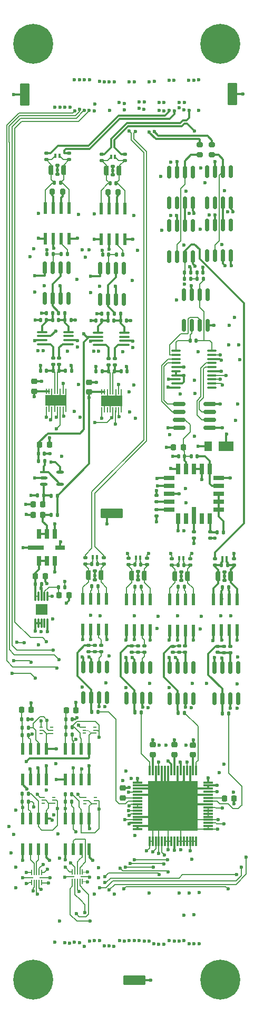
<source format=gbr>
%TF.GenerationSoftware,KiCad,Pcbnew,9.0.4-9.0.4-0~ubuntu22.04.1*%
%TF.CreationDate,2026-01-05T08:42:23-05:00*%
%TF.ProjectId,psc_daughter_brd,7073635f-6461-4756-9768-7465725f6272,rev?*%
%TF.SameCoordinates,Original*%
%TF.FileFunction,Copper,L1,Top*%
%TF.FilePolarity,Positive*%
%FSLAX46Y46*%
G04 Gerber Fmt 4.6, Leading zero omitted, Abs format (unit mm)*
G04 Created by KiCad (PCBNEW 9.0.4-9.0.4-0~ubuntu22.04.1) date 2026-01-05 08:42:23*
%MOMM*%
%LPD*%
G01*
G04 APERTURE LIST*
G04 Aperture macros list*
%AMRoundRect*
0 Rectangle with rounded corners*
0 $1 Rounding radius*
0 $2 $3 $4 $5 $6 $7 $8 $9 X,Y pos of 4 corners*
0 Add a 4 corners polygon primitive as box body*
4,1,4,$2,$3,$4,$5,$6,$7,$8,$9,$2,$3,0*
0 Add four circle primitives for the rounded corners*
1,1,$1+$1,$2,$3*
1,1,$1+$1,$4,$5*
1,1,$1+$1,$6,$7*
1,1,$1+$1,$8,$9*
0 Add four rect primitives between the rounded corners*
20,1,$1+$1,$2,$3,$4,$5,0*
20,1,$1+$1,$4,$5,$6,$7,0*
20,1,$1+$1,$6,$7,$8,$9,0*
20,1,$1+$1,$8,$9,$2,$3,0*%
G04 Aperture macros list end*
%TA.AperFunction,SMDPad,CuDef*%
%ADD10R,0.229200X0.804800*%
%TD*%
%TA.AperFunction,SMDPad,CuDef*%
%ADD11R,3.400001X1.800000*%
%TD*%
%TA.AperFunction,SMDPad,CuDef*%
%ADD12R,0.685800X2.717800*%
%TD*%
%TA.AperFunction,SMDPad,CuDef*%
%ADD13R,0.685800X1.701800*%
%TD*%
%TA.AperFunction,SMDPad,CuDef*%
%ADD14R,1.701800X0.685800*%
%TD*%
%TA.AperFunction,SMDPad,CuDef*%
%ADD15RoundRect,0.222222X-1.552778X-0.577778X1.552778X-0.577778X1.552778X0.577778X-1.552778X0.577778X0*%
%TD*%
%TA.AperFunction,SMDPad,CuDef*%
%ADD16RoundRect,0.222222X0.577778X-1.552778X0.577778X1.552778X-0.577778X1.552778X-0.577778X-1.552778X0*%
%TD*%
%TA.AperFunction,SMDPad,CuDef*%
%ADD17RoundRect,0.225000X-0.225000X-0.250000X0.225000X-0.250000X0.225000X0.250000X-0.225000X0.250000X0*%
%TD*%
%TA.AperFunction,SMDPad,CuDef*%
%ADD18RoundRect,0.035000X-0.750000X-0.105000X0.750000X-0.105000X0.750000X0.105000X-0.750000X0.105000X0*%
%TD*%
%TA.AperFunction,SMDPad,CuDef*%
%ADD19RoundRect,0.035000X-0.105000X-0.750000X0.105000X-0.750000X0.105000X0.750000X-0.105000X0.750000X0*%
%TD*%
%TA.AperFunction,SMDPad,CuDef*%
%ADD20R,8.000000X8.000000*%
%TD*%
%TA.AperFunction,SMDPad,CuDef*%
%ADD21RoundRect,0.135000X0.135000X0.185000X-0.135000X0.185000X-0.135000X-0.185000X0.135000X-0.185000X0*%
%TD*%
%TA.AperFunction,SMDPad,CuDef*%
%ADD22R,0.558800X1.981200*%
%TD*%
%TA.AperFunction,SMDPad,CuDef*%
%ADD23RoundRect,0.140000X-0.140000X-0.170000X0.140000X-0.170000X0.140000X0.170000X-0.140000X0.170000X0*%
%TD*%
%TA.AperFunction,SMDPad,CuDef*%
%ADD24R,0.600000X1.970000*%
%TD*%
%TA.AperFunction,SMDPad,CuDef*%
%ADD25RoundRect,0.135000X0.185000X-0.135000X0.185000X0.135000X-0.185000X0.135000X-0.185000X-0.135000X0*%
%TD*%
%TA.AperFunction,SMDPad,CuDef*%
%ADD26RoundRect,0.190500X-0.190500X-0.571500X0.190500X-0.571500X0.190500X0.571500X-0.190500X0.571500X0*%
%TD*%
%TA.AperFunction,SMDPad,CuDef*%
%ADD27RoundRect,0.127000X-0.228600X-0.127000X0.228600X-0.127000X0.228600X0.127000X-0.228600X0.127000X0*%
%TD*%
%TA.AperFunction,SMDPad,CuDef*%
%ADD28RoundRect,0.140000X0.170000X-0.140000X0.170000X0.140000X-0.170000X0.140000X-0.170000X-0.140000X0*%
%TD*%
%TA.AperFunction,SMDPad,CuDef*%
%ADD29RoundRect,0.135000X-0.185000X0.135000X-0.185000X-0.135000X0.185000X-0.135000X0.185000X0.135000X0*%
%TD*%
%TA.AperFunction,SMDPad,CuDef*%
%ADD30R,0.325000X0.650000*%
%TD*%
%TA.AperFunction,SMDPad,CuDef*%
%ADD31RoundRect,0.150000X-0.150000X0.825000X-0.150000X-0.825000X0.150000X-0.825000X0.150000X0.825000X0*%
%TD*%
%TA.AperFunction,SMDPad,CuDef*%
%ADD32RoundRect,0.135000X-0.135000X-0.185000X0.135000X-0.185000X0.135000X0.185000X-0.135000X0.185000X0*%
%TD*%
%TA.AperFunction,SMDPad,CuDef*%
%ADD33RoundRect,0.140000X0.140000X0.170000X-0.140000X0.170000X-0.140000X-0.170000X0.140000X-0.170000X0*%
%TD*%
%TA.AperFunction,SMDPad,CuDef*%
%ADD34RoundRect,0.190500X0.190500X0.571500X-0.190500X0.571500X-0.190500X-0.571500X0.190500X-0.571500X0*%
%TD*%
%TA.AperFunction,SMDPad,CuDef*%
%ADD35RoundRect,0.127000X0.228600X0.127000X-0.228600X0.127000X-0.228600X-0.127000X0.228600X-0.127000X0*%
%TD*%
%TA.AperFunction,SMDPad,CuDef*%
%ADD36RoundRect,0.100000X-0.712500X-0.100000X0.712500X-0.100000X0.712500X0.100000X-0.712500X0.100000X0*%
%TD*%
%TA.AperFunction,SMDPad,CuDef*%
%ADD37RoundRect,0.200000X0.200000X0.275000X-0.200000X0.275000X-0.200000X-0.275000X0.200000X-0.275000X0*%
%TD*%
%TA.AperFunction,SMDPad,CuDef*%
%ADD38R,2.387600X1.498600*%
%TD*%
%TA.AperFunction,SMDPad,CuDef*%
%ADD39R,1.244600X1.498600*%
%TD*%
%TA.AperFunction,SMDPad,CuDef*%
%ADD40RoundRect,0.225000X0.250000X-0.225000X0.250000X0.225000X-0.250000X0.225000X-0.250000X-0.225000X0*%
%TD*%
%TA.AperFunction,ComponentPad*%
%ADD41C,3.600000*%
%TD*%
%TA.AperFunction,ConnectorPad*%
%ADD42C,6.400000*%
%TD*%
%TA.AperFunction,SMDPad,CuDef*%
%ADD43R,0.203200X0.863600*%
%TD*%
%TA.AperFunction,SMDPad,CuDef*%
%ADD44R,0.863600X0.203200*%
%TD*%
%TA.AperFunction,SMDPad,CuDef*%
%ADD45RoundRect,0.150000X-0.825000X-0.150000X0.825000X-0.150000X0.825000X0.150000X-0.825000X0.150000X0*%
%TD*%
%TA.AperFunction,SMDPad,CuDef*%
%ADD46RoundRect,0.100000X-0.637500X-0.100000X0.637500X-0.100000X0.637500X0.100000X-0.637500X0.100000X0*%
%TD*%
%TA.AperFunction,SMDPad,CuDef*%
%ADD47RoundRect,0.200000X0.275000X-0.200000X0.275000X0.200000X-0.275000X0.200000X-0.275000X-0.200000X0*%
%TD*%
%TA.AperFunction,SMDPad,CuDef*%
%ADD48R,0.609600X0.228600*%
%TD*%
%TA.AperFunction,SMDPad,CuDef*%
%ADD49RoundRect,0.150000X0.150000X-0.825000X0.150000X0.825000X-0.150000X0.825000X-0.150000X-0.825000X0*%
%TD*%
%TA.AperFunction,SMDPad,CuDef*%
%ADD50R,1.219200X0.457200*%
%TD*%
%TA.AperFunction,SMDPad,CuDef*%
%ADD51O,1.219200X0.457200*%
%TD*%
%TA.AperFunction,SMDPad,CuDef*%
%ADD52RoundRect,0.225000X0.225000X0.250000X-0.225000X0.250000X-0.225000X-0.250000X0.225000X-0.250000X0*%
%TD*%
%TA.AperFunction,SMDPad,CuDef*%
%ADD53RoundRect,0.075000X0.075000X-0.650000X0.075000X0.650000X-0.075000X0.650000X-0.075000X-0.650000X0*%
%TD*%
%TA.AperFunction,HeatsinkPad*%
%ADD54R,1.880000X1.680000*%
%TD*%
%TA.AperFunction,SMDPad,CuDef*%
%ADD55R,0.700000X1.500000*%
%TD*%
%TA.AperFunction,SMDPad,CuDef*%
%ADD56R,1.500000X0.700000*%
%TD*%
%TA.AperFunction,SMDPad,CuDef*%
%ADD57R,2.500000X0.700000*%
%TD*%
%TA.AperFunction,ViaPad*%
%ADD58C,0.600000*%
%TD*%
%TA.AperFunction,Conductor*%
%ADD59C,0.300000*%
%TD*%
%TA.AperFunction,Conductor*%
%ADD60C,0.150000*%
%TD*%
%TA.AperFunction,Conductor*%
%ADD61C,0.200000*%
%TD*%
%TA.AperFunction,Conductor*%
%ADD62C,0.120000*%
%TD*%
G04 APERTURE END LIST*
D10*
%TO.P,U37,1,CHAIN*%
%TO.N,GND*%
X150196501Y-92648300D03*
%TO.P,U37,2,VDD*%
%TO.N,+2.5V*%
X149746502Y-92648300D03*
%TO.P,U37,3,GND*%
%TO.N,GND*%
X149296500Y-92648300D03*
%TO.P,U37,4,IN+*%
%TO.N,Net-(U37-IN+)*%
X148846501Y-92648300D03*
%TO.P,U37,5,IN-*%
%TO.N,Net-(U37-IN-)*%
X148396499Y-92648300D03*
%TO.P,U37,6,GND*%
%TO.N,GND*%
X147946500Y-92648300D03*
%TO.P,U37,7,REF*%
%TO.N,/DCCT ADCs/DCCT Channel 1/adc_vref*%
X147496501Y-92648300D03*
%TO.P,U37,8,REF/\u002ADGC*%
X147046499Y-92648300D03*
%TO.P,U37,9,CNV*%
%TO.N,/DCCT ADCs/dcct_cnv*%
X147046499Y-95553100D03*
%TO.P,U37,10,GND*%
%TO.N,GND*%
X147496498Y-95553100D03*
%TO.P,U37,11,BUSY*%
%TO.N,/DCCT ADCs/dcct_busy*%
X147946500Y-95553100D03*
%TO.P,U37,12,RDL/SDI*%
%TO.N,GND*%
X148396499Y-95553100D03*
%TO.P,U37,13,SCK*%
%TO.N,/DCCT ADCs/dcct_sck*%
X148846501Y-95553100D03*
%TO.P,U37,14,SDO*%
%TO.N,/DCCT ADCs/dcct0_sdo*%
X149296500Y-95553100D03*
%TO.P,U37,15,OVDD*%
%TO.N,+1.8V*%
X149746499Y-95553100D03*
%TO.P,U37,16,GND*%
%TO.N,GND*%
X150196501Y-95553100D03*
D11*
%TO.P,U37,17,GND*%
X148621500Y-94100700D03*
%TD*%
D10*
%TO.P,U31,1,CHAIN*%
%TO.N,GND*%
X159112501Y-92762500D03*
%TO.P,U31,2,VDD*%
%TO.N,+2.5V*%
X158662502Y-92762500D03*
%TO.P,U31,3,GND*%
%TO.N,GND*%
X158212500Y-92762500D03*
%TO.P,U31,4,IN+*%
%TO.N,Net-(U31-IN+)*%
X157762501Y-92762500D03*
%TO.P,U31,5,IN-*%
%TO.N,Net-(U31-IN-)*%
X157312499Y-92762500D03*
%TO.P,U31,6,GND*%
%TO.N,GND*%
X156862500Y-92762500D03*
%TO.P,U31,7,REF*%
%TO.N,/DCCT ADCs/DCCT Channel 1/adc_vref*%
X156412501Y-92762500D03*
%TO.P,U31,8,REF/\u002ADGC*%
X155962499Y-92762500D03*
%TO.P,U31,9,CNV*%
%TO.N,/DCCT ADCs/dcct_cnv*%
X155962499Y-95667300D03*
%TO.P,U31,10,GND*%
%TO.N,GND*%
X156412498Y-95667300D03*
%TO.P,U31,11,BUSY*%
%TO.N,/DCCT ADCs/DCCT Channel 2/busy*%
X156862500Y-95667300D03*
%TO.P,U31,12,RDL/SDI*%
%TO.N,GND*%
X157312499Y-95667300D03*
%TO.P,U31,13,SCK*%
%TO.N,/DCCT ADCs/dcct_sck*%
X157762501Y-95667300D03*
%TO.P,U31,14,SDO*%
%TO.N,/DCCT ADCs/dcct1_sdo*%
X158212500Y-95667300D03*
%TO.P,U31,15,OVDD*%
%TO.N,+1.8V*%
X158662499Y-95667300D03*
%TO.P,U31,16,GND*%
%TO.N,GND*%
X159112501Y-95667300D03*
D11*
%TO.P,U31,17,GND*%
X157537500Y-94214900D03*
%TD*%
D12*
%TO.P,U12,1,ISET*%
%TO.N,Net-(U12-ISET)*%
X170781000Y-112617500D03*
D13*
%TO.P,U12,2,NC*%
%TO.N,unconnected-(U12-NC-Pad2)*%
X172051000Y-113125500D03*
%TO.P,U12,3,TSET*%
%TO.N,Net-(U12-TSET)*%
X173321000Y-113125500D03*
D14*
%TO.P,U12,4,REF6P6_F*%
%TO.N,Net-(U12-REF6P6_F)*%
X174781500Y-111665000D03*
%TO.P,U12,5,REF6P6_S*%
X174781500Y-110395000D03*
%TO.P,U12,6,VDIN*%
X174781500Y-109125000D03*
%TO.P,U12,7,INV2*%
%TO.N,Net-(U12-BUF_S)*%
X174781500Y-107855000D03*
%TO.P,U12,8,INV1*%
%TO.N,GND*%
X174781500Y-106585000D03*
D13*
%TO.P,U12,9,BUF_S*%
%TO.N,Net-(U12-BUF_S)*%
X173321000Y-105124500D03*
%TO.P,U12,10,VDOUT*%
%TO.N,Net-(U12-BUF_INP)*%
X172051000Y-105124500D03*
%TO.P,U12,11,BUF_INP*%
X170781000Y-105124500D03*
%TO.P,U12,12,BUF_F*%
%TO.N,/DAC/Voltage Reference/REF_OUT*%
X169511000Y-105124500D03*
%TO.P,U12,13,BUF_GND*%
%TO.N,GND*%
X168241000Y-105124500D03*
D14*
%TO.P,U12,14,REF_GND*%
X166780500Y-106585000D03*
%TO.P,U12,15,REF_GND*%
X166780500Y-107855000D03*
%TO.P,U12,16,HTR_GND*%
X166780500Y-109125000D03*
%TO.P,U12,17,HTR_ILIM*%
%TO.N,Net-(U12-HTR_ILIM)*%
X166780500Y-110395000D03*
%TO.P,U12,18,HTR_IN*%
%TO.N,Net-(U12-HTR_IN)*%
X166780500Y-111665000D03*
D13*
%TO.P,U12,19,VIN*%
%TO.N,+15V*%
X168241000Y-113125500D03*
%TO.P,U12,20,PWRGD*%
%TO.N,unconnected-(U12-PWRGD-Pad20)*%
X169511000Y-113125500D03*
%TD*%
D15*
%TO.P,TP5,1,1*%
%TO.N,GND*%
X157600000Y-112200000D03*
%TD*%
%TO.P,TP4,1,1*%
%TO.N,GND*%
X161200000Y-187050000D03*
%TD*%
D16*
%TO.P,TP3,1,1*%
%TO.N,GND*%
X177000000Y-45000000D03*
%TD*%
%TO.P,TP2,1,1*%
%TO.N,GND*%
X143600000Y-45100000D03*
%TD*%
D17*
%TO.P,C100,1*%
%TO.N,Net-(U20-SET)*%
X149150000Y-125400000D03*
%TO.P,C100,2*%
%TO.N,GND*%
X150700000Y-125400000D03*
%TD*%
D18*
%TO.P,U13,1,HVSS*%
%TO.N,-15V*%
X161730000Y-155380000D03*
%TO.P,U13,2,CH_D1*%
%TO.N,GND*%
X161730000Y-155880000D03*
%TO.P,U13,3,REFDN*%
X161730000Y-156380000D03*
%TO.P,U13,4,AVDD*%
%TO.N,+5.0V*%
X161730000Y-156880000D03*
%TO.P,U13,5,AGND*%
%TO.N,GND*%
X161730000Y-157380000D03*
%TO.P,U13,6,REFDP*%
%TO.N,Net-(U13-REFDP)*%
X161730000Y-157880000D03*
%TO.P,U13,7,CH_D0*%
%TO.N,/Monitor ADCs/monitor_vout/mon_out*%
X161730000Y-158380000D03*
%TO.P,U13,8,~{PAR}/SER*%
%TO.N,+3.3V*%
X161730000Y-158880000D03*
%TO.P,U13,9,~{STBY}*%
X161730000Y-159380000D03*
%TO.P,U13,10,RESET*%
%TO.N,/FPGA connector/mon_reset*%
X161730000Y-159880000D03*
%TO.P,U13,11,REFEN/~{WR}*%
%TO.N,+3.3V*%
X161730000Y-160380000D03*
%TO.P,U13,12,~{RD}*%
%TO.N,GND*%
X161730000Y-160880000D03*
%TO.P,U13,13,~{CS}/FS*%
%TO.N,/FPGA connector/mon_fs*%
X161730000Y-161380000D03*
%TO.P,U13,14,AVDD*%
%TO.N,+5.0V*%
X161730000Y-161880000D03*
%TO.P,U13,15,AGND*%
%TO.N,GND*%
X161730000Y-162380000D03*
%TO.P,U13,16,DB15/SDO_D*%
X161730000Y-162880000D03*
D19*
%TO.P,U13,17,DB14/SDO_C*%
X163650000Y-164800000D03*
%TO.P,U13,18,DB13/SDO_B*%
X164150000Y-164800000D03*
%TO.P,U13,19,DB12/SDO_A*%
%TO.N,/FPGA connector/mon_sdo*%
X164650000Y-164800000D03*
%TO.P,U13,20,DB11/~{REFBUFEN}*%
%TO.N,GND*%
X165150000Y-164800000D03*
%TO.P,U13,21,DB10/SCLK*%
%TO.N,/FPGA connector/mon_sclk*%
X165650000Y-164800000D03*
%TO.P,U13,22,DB9/SDI*%
%TO.N,GND*%
X166150000Y-164800000D03*
%TO.P,U13,23,DB8/DCEN*%
X166650000Y-164800000D03*
%TO.P,U13,24,DGND*%
X167150000Y-164800000D03*
%TO.P,U13,25,DVDD*%
%TO.N,+3.3V*%
X167650000Y-164800000D03*
%TO.P,U13,26,DB7*%
%TO.N,GND*%
X168150000Y-164800000D03*
%TO.P,U13,27,DB6/SEL_B*%
X168650000Y-164800000D03*
%TO.P,U13,28,DB5/SEL_CD*%
X169150000Y-164800000D03*
%TO.P,U13,29,DB4*%
X169650000Y-164800000D03*
%TO.P,U13,30,DB3/DCIN_A*%
X170150000Y-164800000D03*
%TO.P,U13,31,DB2/DCIN_B*%
X170650000Y-164800000D03*
%TO.P,U13,32,DB1/DCIN_C*%
X171150000Y-164800000D03*
D18*
%TO.P,U13,33,DB0/DCIN_D*%
X173070000Y-162880000D03*
%TO.P,U13,34,RANGE/XCLK*%
X173070000Y-162380000D03*
%TO.P,U13,35,BUSY/INT*%
%TO.N,/FPGA connector/mon_busy*%
X173070000Y-161880000D03*
%TO.P,U13,36,ASLEEP*%
%TO.N,GND*%
X173070000Y-161380000D03*
%TO.P,U13,37,CONVST_A*%
%TO.N,/FPGA connector/mon_convert*%
X173070000Y-160880000D03*
%TO.P,U13,38,CONVST_B*%
X173070000Y-160380000D03*
%TO.P,U13,39,CONVST_C*%
X173070000Y-159880000D03*
%TO.P,U13,40,CONVST_D*%
X173070000Y-159380000D03*
%TO.P,U13,41,~{HW}/SW*%
%TO.N,GND*%
X173070000Y-158880000D03*
%TO.P,U13,42,CH_A0*%
%TO.N,/Monitor ADCs/monitor_dac/mon_out*%
X173070000Y-158380000D03*
%TO.P,U13,43,REFAP*%
%TO.N,Net-(U13-REFAP)*%
X173070000Y-157880000D03*
%TO.P,U13,44,AGND*%
%TO.N,GND*%
X173070000Y-157380000D03*
%TO.P,U13,45,AVDD*%
%TO.N,+5.0V*%
X173070000Y-156880000D03*
%TO.P,U13,46,REFAN*%
%TO.N,GND*%
X173070000Y-156380000D03*
%TO.P,U13,47,CH_A1*%
X173070000Y-155880000D03*
%TO.P,U13,48,HVDD*%
%TO.N,+15V*%
X173070000Y-155380000D03*
D19*
%TO.P,U13,49,CH_B0*%
%TO.N,/Monitor ADCs/monitor_ignd/mon_out*%
X171150000Y-153460000D03*
%TO.P,U13,50,REFBP*%
%TO.N,Net-(U13-REFBP)*%
X170650000Y-153460000D03*
%TO.P,U13,51,AGND*%
%TO.N,GND*%
X170150000Y-153460000D03*
%TO.P,U13,52,AVDD*%
%TO.N,+5.0V*%
X169650000Y-153460000D03*
%TO.P,U13,53,REFBN*%
%TO.N,GND*%
X169150000Y-153460000D03*
%TO.P,U13,54,CH_B1*%
X168650000Y-153460000D03*
%TO.P,U13,55,REFN*%
X168150000Y-153460000D03*
%TO.P,U13,56,REFIO*%
%TO.N,Net-(U13-REFIO)*%
X167650000Y-153460000D03*
%TO.P,U13,57,AVDD*%
%TO.N,+5.0V*%
X167150000Y-153460000D03*
%TO.P,U13,58,AGND*%
%TO.N,GND*%
X166650000Y-153460000D03*
%TO.P,U13,59,CH_C1*%
X166150000Y-153460000D03*
%TO.P,U13,60,REFCN*%
X165650000Y-153460000D03*
%TO.P,U13,61,AVDD*%
%TO.N,+5.0V*%
X165150000Y-153460000D03*
%TO.P,U13,62,AGND*%
%TO.N,GND*%
X164650000Y-153460000D03*
%TO.P,U13,63,REFCP*%
%TO.N,Net-(U13-REFCP)*%
X164150000Y-153460000D03*
%TO.P,U13,64,CH_C0*%
%TO.N,/Monitor ADCs/monitor_spare/mon_out*%
X163650000Y-153460000D03*
D20*
%TO.P,U13,65,THPAD*%
%TO.N,GND*%
X167400000Y-159130000D03*
%TD*%
D21*
%TO.P,R67,1*%
%TO.N,/Isolated Digital IO/dout2_iso*%
X144239100Y-147834100D03*
%TO.P,R67,2*%
%TO.N,Net-(U40-VISO)*%
X143219100Y-147834100D03*
%TD*%
D22*
%TO.P,U40,1,VDD*%
%TO.N,+5.0V*%
X143240000Y-154913800D03*
%TO.P,U40,2,VIA*%
%TO.N,Net-(U38-B3Y)*%
X144510000Y-154913800D03*
%TO.P,U40,3,VIB*%
%TO.N,Net-(U38-B4Y)*%
X145780000Y-154913800D03*
%TO.P,U40,4,GND*%
%TO.N,GND*%
X147050000Y-154913800D03*
%TO.P,U40,5,GNDISO*%
%TO.N,/Isolated Digital IO/dout_iso_gnd*%
X147050000Y-149986200D03*
%TO.P,U40,6,VOB*%
%TO.N,/Isolated Digital IO/dout3_iso*%
X145780000Y-149986200D03*
%TO.P,U40,7,VOA*%
%TO.N,/Isolated Digital IO/dout2_iso*%
X144510000Y-149986200D03*
%TO.P,U40,8,VISO*%
%TO.N,Net-(U40-VISO)*%
X143240000Y-149986200D03*
%TD*%
D17*
%TO.P,C188,1*%
%TO.N,Net-(U40-VISO)*%
X143100000Y-143750000D03*
%TO.P,C188,2*%
%TO.N,GND*%
X144650000Y-143750000D03*
%TD*%
D23*
%TO.P,C186,1*%
%TO.N,Net-(U40-VISO)*%
X143120000Y-145250000D03*
%TO.P,C186,2*%
%TO.N,GND*%
X144080000Y-145250000D03*
%TD*%
D24*
%TO.P,U16,1,-*%
%TO.N,Net-(D6-A1)*%
X163735000Y-126008150D03*
%TO.P,U16,2,Rg*%
%TO.N,Net-(R24-Pad1)*%
X162465000Y-126008150D03*
%TO.P,U16,3,Rg*%
%TO.N,Net-(R24-Pad2)*%
X161195000Y-126008150D03*
%TO.P,U16,4,+*%
%TO.N,Net-(D6-A2)*%
X159925000Y-126008150D03*
%TO.P,U16,5,Vs-*%
%TO.N,-15V*%
X159925000Y-130958150D03*
%TO.P,U16,6,Ref*%
%TO.N,GND*%
X161195000Y-130958150D03*
%TO.P,U16,7*%
%TO.N,Net-(R25-Pad2)*%
X162465000Y-130958150D03*
%TO.P,U16,8,Vs+*%
%TO.N,+15V*%
X163735000Y-130958150D03*
%TD*%
D25*
%TO.P,R23,1*%
%TO.N,Net-(D6-A1)*%
X163275000Y-120468150D03*
%TO.P,R23,2*%
%TO.N,/Monitor ADCs/monitor_spare-*%
X163275000Y-119448150D03*
%TD*%
D21*
%TO.P,R27,1*%
%TO.N,/Monitor ADCs/monitor_spare/mon_out*%
X162330000Y-144173150D03*
%TO.P,R27,2*%
%TO.N,Net-(C85-Pad2)*%
X161310000Y-144173150D03*
%TD*%
D26*
%TO.P,C105,1*%
%TO.N,Net-(D6-A2)*%
X160795000Y-122258150D03*
%TO.P,C105,2*%
%TO.N,Net-(D6-A1)*%
X162827000Y-122258150D03*
D27*
%TO.P,C105,3*%
%TO.N,GND*%
X161811000Y-122943950D03*
%TO.P,C105,4*%
X161811000Y-121572350D03*
%TD*%
D28*
%TO.P,C85,1*%
%TO.N,Net-(U17--)*%
X160830000Y-134473150D03*
%TO.P,C85,2*%
%TO.N,Net-(C85-Pad2)*%
X160830000Y-133513150D03*
%TD*%
D25*
%TO.P,R22,1*%
%TO.N,Net-(D6-A2)*%
X160275000Y-120478150D03*
%TO.P,R22,2*%
%TO.N,/Monitor ADCs/monitor_spare+*%
X160275000Y-119458150D03*
%TD*%
D23*
%TO.P,C78,1*%
%TO.N,Net-(D6-A2)*%
X161295000Y-120458150D03*
%TO.P,C78,2*%
%TO.N,Net-(D6-A1)*%
X162255000Y-120458150D03*
%TD*%
D25*
%TO.P,R25,1*%
%TO.N,Net-(U17--)*%
X162830000Y-134493150D03*
%TO.P,R25,2*%
%TO.N,Net-(R25-Pad2)*%
X162830000Y-133473150D03*
%TD*%
D29*
%TO.P,R26,1*%
%TO.N,Net-(C85-Pad2)*%
X161830000Y-133473150D03*
%TO.P,R26,2*%
%TO.N,Net-(U17--)*%
X161830000Y-134493150D03*
%TD*%
D21*
%TO.P,R24,1*%
%TO.N,Net-(R24-Pad1)*%
X162340000Y-123983150D03*
%TO.P,R24,2*%
%TO.N,Net-(R24-Pad2)*%
X161320000Y-123983150D03*
%TD*%
D30*
%TO.P,D6,1,A1*%
%TO.N,Net-(D6-A1)*%
X162145000Y-119358150D03*
%TO.P,D6,2,A2*%
%TO.N,Net-(D6-A2)*%
X161495000Y-119358150D03*
%TD*%
D31*
%TO.P,U17,1*%
%TO.N,N/C*%
X163770000Y-136923150D03*
%TO.P,U17,2,-*%
%TO.N,Net-(U17--)*%
X162500000Y-136923150D03*
%TO.P,U17,3,+*%
%TO.N,GND*%
X161230000Y-136923150D03*
%TO.P,U17,4,V-*%
%TO.N,-15V*%
X159960000Y-136923150D03*
%TO.P,U17,5*%
%TO.N,N/C*%
X159960000Y-141873150D03*
%TO.P,U17,6*%
%TO.N,Net-(C85-Pad2)*%
X161230000Y-141873150D03*
%TO.P,U17,7,V+*%
%TO.N,+15V*%
X162500000Y-141873150D03*
%TO.P,U17,8*%
%TO.N,N/C*%
X163770000Y-141873150D03*
%TD*%
D24*
%TO.P,U1,1,-*%
%TO.N,Net-(D2-A1)*%
X170670000Y-126050000D03*
%TO.P,U1,2,Rg*%
%TO.N,Net-(R3-Pad1)*%
X169400000Y-126050000D03*
%TO.P,U1,3,Rg*%
%TO.N,Net-(R3-Pad2)*%
X168130000Y-126050000D03*
%TO.P,U1,4,+*%
%TO.N,Net-(D2-A2)*%
X166860000Y-126050000D03*
%TO.P,U1,5,Vs-*%
%TO.N,-15V*%
X166860000Y-131000000D03*
%TO.P,U1,6,Ref*%
%TO.N,GND*%
X168130000Y-131000000D03*
%TO.P,U1,7*%
%TO.N,Net-(R4-Pad2)*%
X169400000Y-131000000D03*
%TO.P,U1,8,Vs+*%
%TO.N,+15V*%
X170670000Y-131000000D03*
%TD*%
D25*
%TO.P,R2,1*%
%TO.N,Net-(D2-A1)*%
X170210000Y-120510000D03*
%TO.P,R2,2*%
%TO.N,/Monitor ADCs/monitor_ignd-*%
X170210000Y-119490000D03*
%TD*%
D21*
%TO.P,R6,1*%
%TO.N,/Monitor ADCs/monitor_ignd/mon_out*%
X169265000Y-144215000D03*
%TO.P,R6,2*%
%TO.N,Net-(C8-Pad2)*%
X168245000Y-144215000D03*
%TD*%
D26*
%TO.P,C101,1*%
%TO.N,Net-(D2-A2)*%
X167730000Y-122300000D03*
%TO.P,C101,2*%
%TO.N,Net-(D2-A1)*%
X169762000Y-122300000D03*
D27*
%TO.P,C101,3*%
%TO.N,GND*%
X168746000Y-122985800D03*
%TO.P,C101,4*%
X168746000Y-121614200D03*
%TD*%
D28*
%TO.P,C8,1*%
%TO.N,Net-(U2--)*%
X167385000Y-134515000D03*
%TO.P,C8,2*%
%TO.N,Net-(C8-Pad2)*%
X167385000Y-133555000D03*
%TD*%
D25*
%TO.P,R1,1*%
%TO.N,Net-(D2-A2)*%
X167210000Y-120520000D03*
%TO.P,R1,2*%
%TO.N,/Monitor ADCs/monitor_ignd+*%
X167210000Y-119500000D03*
%TD*%
D23*
%TO.P,C1,1*%
%TO.N,Net-(D2-A2)*%
X168230000Y-120500000D03*
%TO.P,C1,2*%
%TO.N,Net-(D2-A1)*%
X169190000Y-120500000D03*
%TD*%
D25*
%TO.P,R4,1*%
%TO.N,Net-(U2--)*%
X169385000Y-134535000D03*
%TO.P,R4,2*%
%TO.N,Net-(R4-Pad2)*%
X169385000Y-133515000D03*
%TD*%
D29*
%TO.P,R5,1*%
%TO.N,Net-(C8-Pad2)*%
X168385000Y-133515000D03*
%TO.P,R5,2*%
%TO.N,Net-(U2--)*%
X168385000Y-134535000D03*
%TD*%
D21*
%TO.P,R3,1*%
%TO.N,Net-(R3-Pad1)*%
X169275000Y-124025000D03*
%TO.P,R3,2*%
%TO.N,Net-(R3-Pad2)*%
X168255000Y-124025000D03*
%TD*%
D30*
%TO.P,D2,1,A1*%
%TO.N,Net-(D2-A1)*%
X169080000Y-119400000D03*
%TO.P,D2,2,A2*%
%TO.N,Net-(D2-A2)*%
X168430000Y-119400000D03*
%TD*%
D31*
%TO.P,U2,1*%
%TO.N,N/C*%
X170705000Y-136965000D03*
%TO.P,U2,2,-*%
%TO.N,Net-(U2--)*%
X169435000Y-136965000D03*
%TO.P,U2,3,+*%
%TO.N,GND*%
X168165000Y-136965000D03*
%TO.P,U2,4,V-*%
%TO.N,-15V*%
X166895000Y-136965000D03*
%TO.P,U2,5*%
%TO.N,N/C*%
X166895000Y-141915000D03*
%TO.P,U2,6*%
%TO.N,Net-(C8-Pad2)*%
X168165000Y-141915000D03*
%TO.P,U2,7,V+*%
%TO.N,+15V*%
X169435000Y-141915000D03*
%TO.P,U2,8*%
%TO.N,N/C*%
X170705000Y-141915000D03*
%TD*%
D32*
%TO.P,R46,1*%
%TO.N,Net-(U28-+)*%
X158342500Y-70762500D03*
%TO.P,R46,2*%
%TO.N,Net-(R46-Pad2)*%
X159362500Y-70762500D03*
%TD*%
D21*
%TO.P,R62,1*%
%TO.N,Net-(C167-Pad2)*%
X150076500Y-80148300D03*
%TO.P,R62,2*%
%TO.N,Net-(U34--)*%
X149056500Y-80148300D03*
%TD*%
D33*
%TO.P,C176,1*%
%TO.N,Net-(U37-IN+)*%
X149106500Y-89348300D03*
%TO.P,C176,2*%
%TO.N,Net-(U37-IN-)*%
X148146500Y-89348300D03*
%TD*%
D21*
%TO.P,R51,1*%
%TO.N,Net-(C133-Pad2)*%
X157002500Y-80262500D03*
%TO.P,R51,2*%
%TO.N,GND*%
X155982500Y-80262500D03*
%TD*%
D30*
%TO.P,D4,1,A1*%
%TO.N,Net-(D4-A1)*%
X148546500Y-54948300D03*
%TO.P,D4,2,A2*%
%TO.N,Net-(D4-A2)*%
X149196500Y-54948300D03*
%TD*%
D25*
%TO.P,R65,1*%
%TO.N,Net-(U37-IN-)*%
X148146500Y-88358300D03*
%TO.P,R65,2*%
%TO.N,Net-(R65-Pad2)*%
X148146500Y-87338300D03*
%TD*%
D21*
%TO.P,R63,1*%
%TO.N,Net-(C168-Pad2)*%
X148086500Y-80148300D03*
%TO.P,R63,2*%
%TO.N,GND*%
X147066500Y-80148300D03*
%TD*%
D30*
%TO.P,D5,1,A1*%
%TO.N,Net-(D5-A1)*%
X157462500Y-55062500D03*
%TO.P,D5,2,A2*%
%TO.N,Net-(D5-A2)*%
X158112500Y-55062500D03*
%TD*%
D25*
%TO.P,R64,1*%
%TO.N,Net-(U37-IN+)*%
X149146500Y-88358300D03*
%TO.P,R64,2*%
%TO.N,Net-(R64-Pad2)*%
X149146500Y-87338300D03*
%TD*%
D33*
%TO.P,C151,1*%
%TO.N,Net-(D4-A2)*%
X149346500Y-59248300D03*
%TO.P,C151,2*%
%TO.N,Net-(D4-A1)*%
X148386500Y-59248300D03*
%TD*%
D25*
%TO.P,R43,1*%
%TO.N,Net-(D5-A1)*%
X155962500Y-55662500D03*
%TO.P,R43,2*%
%TO.N,/DCCT ADCs/dcct1+*%
X155962500Y-54642500D03*
%TD*%
D33*
%TO.P,C134,1*%
%TO.N,Net-(C133-Pad2)*%
X155982500Y-81362500D03*
%TO.P,C134,2*%
%TO.N,GND*%
X155022500Y-81362500D03*
%TD*%
D25*
%TO.P,R54,1*%
%TO.N,Net-(D4-A2)*%
X150746500Y-55548300D03*
%TO.P,R54,2*%
%TO.N,/DCCT ADCs/dcct0-*%
X150746500Y-54528300D03*
%TD*%
D34*
%TO.P,C38,1*%
%TO.N,Net-(D5-A2)*%
X158778500Y-57276700D03*
%TO.P,C38,2*%
%TO.N,Net-(D5-A1)*%
X156746500Y-57276700D03*
D35*
%TO.P,C38,3*%
%TO.N,GND*%
X157762500Y-56590900D03*
%TO.P,C38,4*%
X157762500Y-57962500D03*
%TD*%
D34*
%TO.P,C35,1*%
%TO.N,Net-(D4-A2)*%
X149862500Y-57162500D03*
%TO.P,C35,2*%
%TO.N,Net-(D4-A1)*%
X147830500Y-57162500D03*
D35*
%TO.P,C35,3*%
%TO.N,GND*%
X148846500Y-56476700D03*
%TO.P,C35,4*%
X148846500Y-57848300D03*
%TD*%
D36*
%TO.P,U30,1,-*%
%TO.N,Net-(C133-Pad2)*%
X155350000Y-83287500D03*
%TO.P,U30,2,VOCM*%
%TO.N,/DCCT ADCs/DCCT Channel 1/drv_vref*%
X155350000Y-83937500D03*
%TO.P,U30,3,V+*%
%TO.N,+5.3VA*%
X155350000Y-84587500D03*
%TO.P,U30,4,+*%
%TO.N,Net-(R53-Pad2)*%
X155350000Y-85237500D03*
%TO.P,U30,5,-*%
%TO.N,Net-(R52-Pad2)*%
X159575000Y-85237500D03*
%TO.P,U30,6,V-*%
%TO.N,-5.3VA*%
X159575000Y-84587500D03*
%TO.P,U30,7,~{SHDN}*%
%TO.N,unconnected-(U30-~{SHDN}-Pad7)*%
X159575000Y-83937500D03*
%TO.P,U30,8,+*%
%TO.N,Net-(C132-Pad2)*%
X159575000Y-83287500D03*
%TD*%
D33*
%TO.P,C140,1*%
%TO.N,GND*%
X160022500Y-89462500D03*
%TO.P,C140,2*%
%TO.N,Net-(U31-IN+)*%
X159062500Y-89462500D03*
%TD*%
D25*
%TO.P,R52,1*%
%TO.N,Net-(U31-IN+)*%
X158062500Y-88472500D03*
%TO.P,R52,2*%
%TO.N,Net-(R52-Pad2)*%
X158062500Y-87452500D03*
%TD*%
%TO.P,R53,1*%
%TO.N,Net-(U31-IN-)*%
X157062500Y-88472500D03*
%TO.P,R53,2*%
%TO.N,Net-(R53-Pad2)*%
X157062500Y-87452500D03*
%TD*%
D24*
%TO.P,U33,1,-*%
%TO.N,Net-(D4-A2)*%
X150756494Y-63268300D03*
%TO.P,U33,2,Rg*%
%TO.N,Net-(R56-Pad1)*%
X149486494Y-63268300D03*
%TO.P,U33,3,Rg*%
%TO.N,Net-(R56-Pad2)*%
X148216494Y-63268300D03*
%TO.P,U33,4,+*%
%TO.N,Net-(D4-A1)*%
X146946494Y-63268300D03*
%TO.P,U33,5,Vs-*%
%TO.N,-15V*%
X146946494Y-68218300D03*
%TO.P,U33,6,Ref*%
%TO.N,GND*%
X148216494Y-68218300D03*
%TO.P,U33,7*%
%TO.N,Net-(R58-Pad2)*%
X149486494Y-68218300D03*
%TO.P,U33,8,Vs+*%
%TO.N,+15V*%
X150756494Y-68218300D03*
%TD*%
D33*
%TO.P,C167,1*%
%TO.N,GND*%
X151026500Y-81248300D03*
%TO.P,C167,2*%
%TO.N,Net-(C167-Pad2)*%
X150066500Y-81248300D03*
%TD*%
%TO.P,C133,1*%
%TO.N,Net-(C132-Pad2)*%
X157942500Y-81362500D03*
%TO.P,C133,2*%
%TO.N,Net-(C133-Pad2)*%
X156982500Y-81362500D03*
%TD*%
%TO.P,C169,1*%
%TO.N,Net-(C168-Pad2)*%
X147066500Y-81248300D03*
%TO.P,C169,2*%
%TO.N,GND*%
X146106500Y-81248300D03*
%TD*%
D36*
%TO.P,U36,1,-*%
%TO.N,Net-(C168-Pad2)*%
X146434000Y-83173300D03*
%TO.P,U36,2,VOCM*%
%TO.N,/DCCT ADCs/DCCT Channel 1/drv_vref*%
X146434000Y-83823300D03*
%TO.P,U36,3,V+*%
%TO.N,+5.3VA*%
X146434000Y-84473300D03*
%TO.P,U36,4,+*%
%TO.N,Net-(R65-Pad2)*%
X146434000Y-85123300D03*
%TO.P,U36,5,-*%
%TO.N,Net-(R64-Pad2)*%
X150659000Y-85123300D03*
%TO.P,U36,6,V-*%
%TO.N,-5.3VA*%
X150659000Y-84473300D03*
%TO.P,U36,7,~{SHDN}*%
%TO.N,unconnected-(U36-~{SHDN}-Pad7)*%
X150659000Y-83823300D03*
%TO.P,U36,8,+*%
%TO.N,Net-(C167-Pad2)*%
X150659000Y-83173300D03*
%TD*%
D31*
%TO.P,U34,1*%
%TO.N,N/C*%
X150606497Y-72863500D03*
%TO.P,U34,2,-*%
%TO.N,Net-(U34--)*%
X149336497Y-72863500D03*
%TO.P,U34,3,+*%
%TO.N,Net-(U34-+)*%
X148066497Y-72863500D03*
%TO.P,U34,4,V-*%
%TO.N,-15V*%
X146796497Y-72863500D03*
%TO.P,U34,5*%
%TO.N,N/C*%
X146796497Y-77813500D03*
%TO.P,U34,6*%
%TO.N,Net-(U34--)*%
X148066497Y-77813500D03*
%TO.P,U34,7,V+*%
%TO.N,+15V*%
X149336497Y-77813500D03*
%TO.P,U34,8*%
%TO.N,N/C*%
X150606497Y-77813500D03*
%TD*%
D25*
%TO.P,R55,1*%
%TO.N,Net-(D4-A1)*%
X147046500Y-55548300D03*
%TO.P,R55,2*%
%TO.N,/DCCT ADCs/dcct0+*%
X147046500Y-54528300D03*
%TD*%
D33*
%TO.P,C132,1*%
%TO.N,GND*%
X159942500Y-81362500D03*
%TO.P,C132,2*%
%TO.N,Net-(C132-Pad2)*%
X158982500Y-81362500D03*
%TD*%
D24*
%TO.P,U27,1,-*%
%TO.N,Net-(D5-A2)*%
X159672494Y-63382500D03*
%TO.P,U27,2,Rg*%
%TO.N,Net-(R36-Pad1)*%
X158402494Y-63382500D03*
%TO.P,U27,3,Rg*%
%TO.N,Net-(R36-Pad2)*%
X157132494Y-63382500D03*
%TO.P,U27,4,+*%
%TO.N,Net-(D5-A1)*%
X155862494Y-63382500D03*
%TO.P,U27,5,Vs-*%
%TO.N,-15V*%
X155862494Y-68332500D03*
%TO.P,U27,6,Ref*%
%TO.N,GND*%
X157132494Y-68332500D03*
%TO.P,U27,7*%
%TO.N,Net-(R46-Pad2)*%
X158402494Y-68332500D03*
%TO.P,U27,8,Vs+*%
%TO.N,+15V*%
X159672494Y-68332500D03*
%TD*%
D33*
%TO.P,C141,1*%
%TO.N,Net-(U31-IN+)*%
X158022500Y-89462500D03*
%TO.P,C141,2*%
%TO.N,Net-(U31-IN-)*%
X157062500Y-89462500D03*
%TD*%
D37*
%TO.P,R36,1*%
%TO.N,Net-(R36-Pad1)*%
X158612500Y-60762500D03*
%TO.P,R36,2*%
%TO.N,Net-(R36-Pad2)*%
X156962500Y-60762500D03*
%TD*%
%TO.P,R56,1*%
%TO.N,Net-(R56-Pad1)*%
X149696500Y-60648300D03*
%TO.P,R56,2*%
%TO.N,Net-(R56-Pad2)*%
X148046500Y-60648300D03*
%TD*%
D31*
%TO.P,U28,1*%
%TO.N,N/C*%
X159522497Y-72977700D03*
%TO.P,U28,2,-*%
%TO.N,Net-(U28--)*%
X158252497Y-72977700D03*
%TO.P,U28,3,+*%
%TO.N,Net-(U28-+)*%
X156982497Y-72977700D03*
%TO.P,U28,4,V-*%
%TO.N,-15V*%
X155712497Y-72977700D03*
%TO.P,U28,5*%
%TO.N,N/C*%
X155712497Y-77927700D03*
%TO.P,U28,6*%
%TO.N,Net-(U28--)*%
X156982497Y-77927700D03*
%TO.P,U28,7,V+*%
%TO.N,+15V*%
X158252497Y-77927700D03*
%TO.P,U28,8*%
%TO.N,N/C*%
X159522497Y-77927700D03*
%TD*%
D21*
%TO.P,R50,1*%
%TO.N,Net-(C132-Pad2)*%
X158992500Y-80262500D03*
%TO.P,R50,2*%
%TO.N,Net-(U28--)*%
X157972500Y-80262500D03*
%TD*%
D33*
%TO.P,C175,1*%
%TO.N,GND*%
X151106500Y-89348300D03*
%TO.P,C175,2*%
%TO.N,Net-(U37-IN+)*%
X150146500Y-89348300D03*
%TD*%
D25*
%TO.P,R42,1*%
%TO.N,Net-(D5-A2)*%
X159662500Y-55662500D03*
%TO.P,R42,2*%
%TO.N,/DCCT ADCs/dcct1-*%
X159662500Y-54642500D03*
%TD*%
D33*
%TO.P,C177,1*%
%TO.N,Net-(U37-IN-)*%
X147106500Y-89348300D03*
%TO.P,C177,2*%
%TO.N,GND*%
X146146500Y-89348300D03*
%TD*%
D32*
%TO.P,R58,1*%
%TO.N,Net-(U34-+)*%
X149426500Y-70648300D03*
%TO.P,R58,2*%
%TO.N,Net-(R58-Pad2)*%
X150446500Y-70648300D03*
%TD*%
D33*
%TO.P,C159,1*%
%TO.N,Net-(U34-+)*%
X148146500Y-70648300D03*
%TO.P,C159,2*%
%TO.N,GND*%
X147186500Y-70648300D03*
%TD*%
%TO.P,C116,1*%
%TO.N,Net-(D5-A2)*%
X158262500Y-59362500D03*
%TO.P,C116,2*%
%TO.N,Net-(D5-A1)*%
X157302500Y-59362500D03*
%TD*%
%TO.P,C124,1*%
%TO.N,Net-(U28-+)*%
X157062500Y-70762500D03*
%TO.P,C124,2*%
%TO.N,GND*%
X156102500Y-70762500D03*
%TD*%
%TO.P,C168,1*%
%TO.N,Net-(C167-Pad2)*%
X149026500Y-81248300D03*
%TO.P,C168,2*%
%TO.N,Net-(C168-Pad2)*%
X148066500Y-81248300D03*
%TD*%
%TO.P,C142,1*%
%TO.N,Net-(U31-IN-)*%
X156022500Y-89462500D03*
%TO.P,C142,2*%
%TO.N,GND*%
X155062500Y-89462500D03*
%TD*%
D30*
%TO.P,D7,1,A1*%
%TO.N,Net-(D7-A1)*%
X155180000Y-119283150D03*
%TO.P,D7,2,A2*%
%TO.N,Net-(D7-A2)*%
X154530000Y-119283150D03*
%TD*%
%TO.P,D3,1,A1*%
%TO.N,Net-(D3-A1)*%
X176010000Y-119415000D03*
%TO.P,D3,2,A2*%
%TO.N,Net-(D3-A2)*%
X175360000Y-119415000D03*
%TD*%
D26*
%TO.P,C107,1*%
%TO.N,Net-(D7-A2)*%
X153830000Y-122183150D03*
%TO.P,C107,2*%
%TO.N,Net-(D7-A1)*%
X155862000Y-122183150D03*
D27*
%TO.P,C107,3*%
%TO.N,GND*%
X154846000Y-122868950D03*
%TO.P,C107,4*%
X154846000Y-121497350D03*
%TD*%
D26*
%TO.P,C103,1*%
%TO.N,Net-(D3-A2)*%
X174685000Y-122300800D03*
%TO.P,C103,2*%
%TO.N,Net-(D3-A1)*%
X176717000Y-122300800D03*
D27*
%TO.P,C103,3*%
%TO.N,GND*%
X175701000Y-122986600D03*
%TO.P,C103,4*%
X175701000Y-121615000D03*
%TD*%
D38*
%TO.P,D1,1,K*%
%TO.N,+15V*%
X175930900Y-101500000D03*
D39*
%TO.P,D1,2,A*%
%TO.N,+3.3V*%
X173069100Y-101500000D03*
%TD*%
D22*
%TO.P,U39,1,VDD*%
%TO.N,+5.0V*%
X143240000Y-166063800D03*
%TO.P,U39,2,VIA*%
%TO.N,Net-(U38-B1Y)*%
X144510000Y-166063800D03*
%TO.P,U39,3,VIB*%
%TO.N,Net-(U38-B2Y)*%
X145780000Y-166063800D03*
%TO.P,U39,4,GND*%
%TO.N,GND*%
X147050000Y-166063800D03*
%TO.P,U39,5,GNDISO*%
%TO.N,/Isolated Digital IO/dout_iso_gnd*%
X147050000Y-161136200D03*
%TO.P,U39,6,VOB*%
%TO.N,/Isolated Digital IO/dout1_iso*%
X145780000Y-161136200D03*
%TO.P,U39,7,VOA*%
%TO.N,/Isolated Digital IO/dout0_iso*%
X144510000Y-161136200D03*
%TO.P,U39,8,VISO*%
%TO.N,Net-(U39-VISO)*%
X143240000Y-161136200D03*
%TD*%
D21*
%TO.P,R60,1*%
%TO.N,Net-(U35-+)*%
X146660000Y-109400000D03*
%TO.P,R60,2*%
%TO.N,GND*%
X145640000Y-109400000D03*
%TD*%
D24*
%TO.P,U14,1,-*%
%TO.N,Net-(D3-A1)*%
X177745000Y-126015000D03*
%TO.P,U14,2,Rg*%
%TO.N,Net-(R18-Pad1)*%
X176475000Y-126015000D03*
%TO.P,U14,3,Rg*%
%TO.N,Net-(R18-Pad2)*%
X175205000Y-126015000D03*
%TO.P,U14,4,+*%
%TO.N,Net-(D3-A2)*%
X173935000Y-126015000D03*
%TO.P,U14,5,Vs-*%
%TO.N,-15V*%
X173935000Y-130965000D03*
%TO.P,U14,6,Ref*%
%TO.N,GND*%
X175205000Y-130965000D03*
%TO.P,U14,7*%
%TO.N,Net-(R19-Pad2)*%
X176475000Y-130965000D03*
%TO.P,U14,8,Vs+*%
%TO.N,+15V*%
X177745000Y-130965000D03*
%TD*%
D31*
%TO.P,U19,1*%
%TO.N,N/C*%
X156805000Y-136848150D03*
%TO.P,U19,2,-*%
%TO.N,Net-(U19--)*%
X155535000Y-136848150D03*
%TO.P,U19,3,+*%
%TO.N,GND*%
X154265000Y-136848150D03*
%TO.P,U19,4,V-*%
%TO.N,-15V*%
X152995000Y-136848150D03*
%TO.P,U19,5*%
%TO.N,N/C*%
X152995000Y-141798150D03*
%TO.P,U19,6*%
%TO.N,Net-(C95-Pad2)*%
X154265000Y-141798150D03*
%TO.P,U19,7,V+*%
%TO.N,+15V*%
X155535000Y-141798150D03*
%TO.P,U19,8*%
%TO.N,N/C*%
X156805000Y-141798150D03*
%TD*%
D40*
%TO.P,C60,1*%
%TO.N,Net-(U13-REFBP)*%
X170650000Y-150930000D03*
%TO.P,C60,2*%
%TO.N,GND*%
X170650000Y-149380000D03*
%TD*%
D21*
%TO.P,R72,1*%
%TO.N,/Isolated Digital IO/din1_iso*%
X151150000Y-157250000D03*
%TO.P,R72,2*%
%TO.N,Net-(U42-VISO)*%
X150130000Y-157250000D03*
%TD*%
%TO.P,R21,1*%
%TO.N,/Monitor ADCs/monitor_dac/mon_out*%
X176345000Y-144365000D03*
%TO.P,R21,2*%
%TO.N,Net-(C75-Pad2)*%
X175325000Y-144365000D03*
%TD*%
D40*
%TO.P,C62,1*%
%TO.N,Net-(U13-REFDP)*%
X159340000Y-157835000D03*
%TO.P,C62,2*%
%TO.N,GND*%
X159340000Y-156285000D03*
%TD*%
D21*
%TO.P,R33,1*%
%TO.N,/Monitor ADCs/monitor_vout/mon_out*%
X155365000Y-144098150D03*
%TO.P,R33,2*%
%TO.N,Net-(C95-Pad2)*%
X154345000Y-144098150D03*
%TD*%
%TO.P,R71,1*%
%TO.N,/Isolated Digital IO/din2_iso*%
X151209100Y-147750001D03*
%TO.P,R71,2*%
%TO.N,Net-(U43-VISO)*%
X150189100Y-147750001D03*
%TD*%
D32*
%TO.P,R59,1*%
%TO.N,Net-(U35-+)*%
X147800000Y-109450000D03*
%TO.P,R59,2*%
%TO.N,/DCCT ADCs/DCCT Channel 1/adc_vref*%
X148820000Y-109450000D03*
%TD*%
D41*
%TO.P,MT2,1,1*%
%TO.N,GND*%
X145000000Y-187000000D03*
D42*
X145000000Y-187000000D03*
%TD*%
D23*
%TO.P,C50,1*%
%TO.N,/DAC/Voltage Reference/REF_OUT*%
X170321000Y-103125000D03*
%TO.P,C50,2*%
%TO.N,Net-(U12-BUF_S)*%
X171281000Y-103125000D03*
%TD*%
D29*
%TO.P,R12,1*%
%TO.N,GND*%
X164781000Y-109380000D03*
%TO.P,R12,2*%
%TO.N,Net-(U12-HTR_ILIM)*%
X164781000Y-110400000D03*
%TD*%
D43*
%TO.P,U41,1,VCCA*%
%TO.N,+5.0V*%
X152863801Y-169741200D03*
%TO.P,U41,2,A1*%
%TO.N,Net-(U41-A1)*%
X152463799Y-169741200D03*
%TO.P,U41,3,A2*%
%TO.N,Net-(U41-A2)*%
X152063800Y-169741200D03*
%TO.P,U41,4,A3*%
%TO.N,Net-(U41-A3)*%
X151663801Y-169741200D03*
%TO.P,U41,5,A4*%
%TO.N,Net-(U41-A4)*%
X151263799Y-169741200D03*
D44*
%TO.P,U41,6,GND*%
%TO.N,GND*%
X151136700Y-170515900D03*
D43*
%TO.P,U41,7,B4Y*%
%TO.N,/FPGA connector/din3*%
X151263799Y-171290600D03*
%TO.P,U41,8,B3Y*%
%TO.N,/FPGA connector/din2*%
X151663801Y-171290600D03*
%TO.P,U41,9,B2Y*%
%TO.N,/FPGA connector/din1*%
X152063800Y-171290600D03*
%TO.P,U41,10,B1Y*%
%TO.N,/FPGA connector/din0*%
X152463799Y-171290600D03*
%TO.P,U41,11,VCCB*%
%TO.N,+1V8*%
X152863801Y-171290600D03*
D44*
%TO.P,U41,12,~OE*%
%TO.N,GND*%
X152990900Y-170515900D03*
%TD*%
D45*
%TO.P,U3,1*%
%TO.N,Net-(U5-V_{REFPF})*%
X168401000Y-94720000D03*
%TO.P,U3,2,-*%
%TO.N,Net-(U3A--)*%
X168401000Y-95990000D03*
%TO.P,U3,3,+*%
%TO.N,/DAC/Voltage Reference/REF_OUT*%
X168401000Y-97260000D03*
%TO.P,U3,4,V-*%
%TO.N,-15V*%
X168401000Y-98530000D03*
%TO.P,U3,5,+*%
%TO.N,GND*%
X173351000Y-98530000D03*
%TO.P,U3,6,-*%
%TO.N,Net-(U3B--)*%
X173351000Y-97260000D03*
%TO.P,U3,7*%
%TO.N,Net-(U5-V_{REFNF})*%
X173351000Y-95990000D03*
%TO.P,U3,8,V+*%
%TO.N,+15V*%
X173351000Y-94720000D03*
%TD*%
D23*
%TO.P,C88,1*%
%TO.N,Net-(D7-A2)*%
X154330000Y-120383150D03*
%TO.P,C88,2*%
%TO.N,Net-(D7-A1)*%
X155290000Y-120383150D03*
%TD*%
D29*
%TO.P,R32,1*%
%TO.N,Net-(C95-Pad2)*%
X154865000Y-133398150D03*
%TO.P,R32,2*%
%TO.N,Net-(U19--)*%
X154865000Y-134418150D03*
%TD*%
D46*
%TO.P,U5,1,INV*%
%TO.N,Net-(U5-INV)*%
X167918500Y-86200000D03*
%TO.P,U5,2,V_{OUT}*%
%TO.N,Net-(U5-V_{OUT})*%
X167918500Y-86850000D03*
%TO.P,U5,3,V_{REFPS}*%
%TO.N,Net-(U3A--)*%
X167918500Y-87500000D03*
%TO.P,U5,4,V_{REFPF}*%
%TO.N,Net-(U5-V_{REFPF})*%
X167918500Y-88150000D03*
%TO.P,U5,5,V_{DD}*%
%TO.N,+15V*%
X167918500Y-88800000D03*
%TO.P,U5,6,~{RESET}*%
%TO.N,+3.3V*%
X167918500Y-89450000D03*
%TO.P,U5,7,~{CLR}*%
X167918500Y-90100000D03*
%TO.P,U5,8,~{LDAC}*%
%TO.N,GND*%
X167918500Y-90750000D03*
%TO.P,U5,9,V_{CC}*%
%TO.N,+3.3V*%
X167918500Y-91400000D03*
%TO.P,U5,10,IOV_{CC}*%
%TO.N,+1.8V*%
X167918500Y-92050000D03*
%TO.P,U5,11,SDO*%
%TO.N,unconnected-(U5-SDO-Pad11)*%
X173643500Y-92050000D03*
%TO.P,U5,12,SDIN*%
%TO.N,/DAC/sdin*%
X173643500Y-91400000D03*
%TO.P,U5,13,SCLK*%
%TO.N,/DAC/sclk*%
X173643500Y-90750000D03*
%TO.P,U5,14,~{SYNC}*%
%TO.N,/DAC/syncn*%
X173643500Y-90100000D03*
%TO.P,U5,15,DGND*%
%TO.N,GND*%
X173643500Y-89450000D03*
%TO.P,U5,16,V_{REFNF}*%
%TO.N,Net-(U5-V_{REFNF})*%
X173643500Y-88800000D03*
%TO.P,U5,17,V_{REFNS}*%
%TO.N,Net-(U3B--)*%
X173643500Y-88150000D03*
%TO.P,U5,18,V_{SS}*%
%TO.N,-15V*%
X173643500Y-87500000D03*
%TO.P,U5,19,AGND*%
%TO.N,GND*%
X173643500Y-86850000D03*
%TO.P,U5,20,R_{FB}*%
%TO.N,Net-(U5-R_{FB})*%
X173643500Y-86200000D03*
%TD*%
D47*
%TO.P,R10,1*%
%TO.N,Net-(U7--)*%
X173700997Y-54790000D03*
%TO.P,R10,2*%
%TO.N,/DAC/dac_vout-*%
X173700997Y-53140000D03*
%TD*%
D25*
%TO.P,R11,1*%
%TO.N,GND*%
X170800000Y-116200000D03*
%TO.P,R11,2*%
%TO.N,Net-(U12-ISET)*%
X170800000Y-115180000D03*
%TD*%
D21*
%TO.P,R66,1*%
%TO.N,/Isolated Digital IO/dout0_iso*%
X144220000Y-158450000D03*
%TO.P,R66,2*%
%TO.N,Net-(U39-VISO)*%
X143200000Y-158450000D03*
%TD*%
D48*
%TO.P,CR6,1,1*%
%TO.N,/Isolated Digital IO/dout2_iso*%
X146198200Y-146550000D03*
%TO.P,CR6,2,2*%
%TO.N,/Isolated Digital IO/dout_iso_gnd*%
X146198200Y-147049999D03*
%TO.P,CR6,3,3*%
%TO.N,unconnected-(CR6-Pad3)*%
X146198200Y-147549998D03*
%TO.P,CR6,4,4*%
%TO.N,/Isolated Digital IO/dout_iso_gnd*%
X147900000Y-147549998D03*
%TO.P,CR6,5,5*%
%TO.N,/Isolated Digital IO/dout3_iso*%
X147900000Y-147049999D03*
%TO.P,CR6,6,6*%
%TO.N,unconnected-(CR6-Pad6)*%
X147900000Y-146550000D03*
%TD*%
D21*
%TO.P,R30,1*%
%TO.N,Net-(R30-Pad1)*%
X155375000Y-123908150D03*
%TO.P,R30,2*%
%TO.N,Net-(R30-Pad2)*%
X154355000Y-123908150D03*
%TD*%
D43*
%TO.P,U38,1,VCCA*%
%TO.N,+1.8V*%
X144700000Y-171400000D03*
%TO.P,U38,2,A1*%
%TO.N,/FPGA connector/dout0*%
X145100002Y-171400000D03*
%TO.P,U38,3,A2*%
%TO.N,/FPGA connector/dout1*%
X145500001Y-171400000D03*
%TO.P,U38,4,A3*%
%TO.N,/FPGA connector/dout2*%
X145900000Y-171400000D03*
%TO.P,U38,5,A4*%
%TO.N,/FPGA connector/dout3*%
X146300002Y-171400000D03*
D44*
%TO.P,U38,6,GND*%
%TO.N,GND*%
X146427101Y-170625300D03*
D43*
%TO.P,U38,7,B4Y*%
%TO.N,Net-(U38-B4Y)*%
X146300002Y-169850600D03*
%TO.P,U38,8,B3Y*%
%TO.N,Net-(U38-B3Y)*%
X145900000Y-169850600D03*
%TO.P,U38,9,B2Y*%
%TO.N,Net-(U38-B2Y)*%
X145500001Y-169850600D03*
%TO.P,U38,10,B1Y*%
%TO.N,Net-(U38-B1Y)*%
X145100002Y-169850600D03*
%TO.P,U38,11,VCCB*%
%TO.N,+5.0V*%
X144700000Y-169850600D03*
D44*
%TO.P,U38,12,~OE*%
%TO.N,GND*%
X144572901Y-170625300D03*
%TD*%
D25*
%TO.P,R29,1*%
%TO.N,Net-(D7-A1)*%
X156310000Y-120393150D03*
%TO.P,R29,2*%
%TO.N,/Monitor ADCs/monitor_vout-*%
X156310000Y-119373150D03*
%TD*%
D28*
%TO.P,C75,1*%
%TO.N,Net-(U15--)*%
X174585000Y-134525000D03*
%TO.P,C75,2*%
%TO.N,Net-(C75-Pad2)*%
X174585000Y-133565000D03*
%TD*%
D32*
%TO.P,R61,1*%
%TO.N,/DCCT ADCs/DCCT Channel 1/drv_vref*%
X145790000Y-103850000D03*
%TO.P,R61,2*%
%TO.N,Net-(U35--)*%
X146810000Y-103850000D03*
%TD*%
D49*
%TO.P,U10,1,BW*%
%TO.N,unconnected-(U10-BW-Pad1)*%
X172890997Y-62415000D03*
%TO.P,U10,2,NC*%
%TO.N,unconnected-(U10-NC-Pad2)*%
X174160997Y-62415000D03*
%TO.P,U10,3,V_{IN}*%
%TO.N,Net-(U10-V_{IN})*%
X175430997Y-62415000D03*
%TO.P,U10,4,V-*%
%TO.N,-15V*%
X176700997Y-62415000D03*
%TO.P,U10,5,NC*%
%TO.N,unconnected-(U10-NC-Pad5)*%
X176700997Y-57465000D03*
%TO.P,U10,6*%
%TO.N,Net-(U7--)*%
X175430997Y-57465000D03*
%TO.P,U10,7,V+*%
%TO.N,+15V*%
X174160997Y-57465000D03*
%TO.P,U10,8,NC*%
%TO.N,unconnected-(U10-NC-Pad8)*%
X172890997Y-57465000D03*
%TD*%
D25*
%TO.P,R19,1*%
%TO.N,Net-(U15--)*%
X176585000Y-134555000D03*
%TO.P,R19,2*%
%TO.N,Net-(R19-Pad2)*%
X176585000Y-133535000D03*
%TD*%
D21*
%TO.P,R68,1*%
%TO.N,/Isolated Digital IO/dout1_iso*%
X144230000Y-157200000D03*
%TO.P,R68,2*%
%TO.N,Net-(U39-VISO)*%
X143210000Y-157200000D03*
%TD*%
D50*
%TO.P,U35,1*%
%TO.N,Net-(U35--)*%
X146660000Y-105649998D03*
D51*
%TO.P,U35,2,V-*%
%TO.N,GND*%
X146660000Y-106599999D03*
%TO.P,U35,3,+*%
%TO.N,Net-(U35-+)*%
X146660000Y-107550000D03*
%TO.P,U35,4,-*%
%TO.N,Net-(U35--)*%
X149280000Y-107550000D03*
%TO.P,U35,5,V+*%
%TO.N,+5.3VA*%
X149280000Y-105649998D03*
%TD*%
D49*
%TO.P,U11,1,BW*%
%TO.N,unconnected-(U11-BW-Pad1)*%
X166770997Y-62465000D03*
%TO.P,U11,2,NC*%
%TO.N,unconnected-(U11-NC-Pad2)*%
X168040997Y-62465000D03*
%TO.P,U11,3,V_{IN}*%
%TO.N,Net-(U11-V_{IN})*%
X169310997Y-62465000D03*
%TO.P,U11,4,V-*%
%TO.N,-15V*%
X170580997Y-62465000D03*
%TO.P,U11,5,NC*%
%TO.N,unconnected-(U11-NC-Pad5)*%
X170580997Y-57515000D03*
%TO.P,U11,6*%
%TO.N,Net-(U9--)*%
X169310997Y-57515000D03*
%TO.P,U11,7,V+*%
%TO.N,+15V*%
X168040997Y-57515000D03*
%TO.P,U11,8,NC*%
%TO.N,unconnected-(U11-NC-Pad8)*%
X166770997Y-57515000D03*
%TD*%
D25*
%TO.P,R31,1*%
%TO.N,Net-(U19--)*%
X155865000Y-134418150D03*
%TO.P,R31,2*%
%TO.N,Net-(R31-Pad2)*%
X155865000Y-133398150D03*
%TD*%
D48*
%TO.P,CR7,1,1*%
%TO.N,/Isolated Digital IO/din0_iso*%
X153279100Y-157765900D03*
%TO.P,CR7,2,2*%
%TO.N,/Isolated Digital IO/din_iso_gnd*%
X153279100Y-158265899D03*
%TO.P,CR7,3,3*%
%TO.N,unconnected-(CR7-Pad3)*%
X153279100Y-158765898D03*
%TO.P,CR7,4,4*%
%TO.N,/Isolated Digital IO/din_iso_gnd*%
X154980900Y-158765898D03*
%TO.P,CR7,5,5*%
%TO.N,/Isolated Digital IO/din1_iso*%
X154980900Y-158265899D03*
%TO.P,CR7,6,6*%
%TO.N,unconnected-(CR7-Pad6)*%
X154980900Y-157765900D03*
%TD*%
D41*
%TO.P,MT4,1,1*%
%TO.N,GND*%
X175000000Y-37000000D03*
D42*
X175000000Y-37000000D03*
%TD*%
D40*
%TO.P,C61,1*%
%TO.N,Net-(U13-REFCP)*%
X164150000Y-150905000D03*
%TO.P,C61,2*%
%TO.N,GND*%
X164150000Y-149355000D03*
%TD*%
D23*
%TO.P,C170,1*%
%TO.N,/DCCT ADCs/DCCT Channel 1/drv_vref*%
X145790000Y-102650003D03*
%TO.P,C170,2*%
%TO.N,GND*%
X146750000Y-102650003D03*
%TD*%
D33*
%TO.P,C51,1*%
%TO.N,/DAC/Voltage Reference/REF_OUT*%
X169261000Y-103125000D03*
%TO.P,C51,2*%
%TO.N,GND*%
X168301000Y-103125000D03*
%TD*%
D49*
%TO.P,U6,1,BAL*%
%TO.N,unconnected-(U6-BAL-Pad1)*%
X169158497Y-82100000D03*
%TO.P,U6,2,-*%
%TO.N,Net-(U5-INV)*%
X170428497Y-82100000D03*
%TO.P,U6,3,+*%
%TO.N,Net-(U5-V_{OUT})*%
X171698497Y-82100000D03*
%TO.P,U6,4,V-*%
%TO.N,-15V*%
X172968497Y-82100000D03*
%TO.P,U6,5,COMP*%
%TO.N,unconnected-(U6-COMP-Pad5)*%
X172968497Y-77150000D03*
%TO.P,U6,6*%
%TO.N,Net-(U5-R_{FB})*%
X171698497Y-77150000D03*
%TO.P,U6,7,V+*%
%TO.N,+15V*%
X170428497Y-77150000D03*
%TO.P,U6,8,C/B*%
%TO.N,unconnected-(U6-C{slash}B-Pad8)*%
X169158497Y-77150000D03*
%TD*%
D25*
%TO.P,R13,1*%
%TO.N,GND*%
X173375000Y-116235000D03*
%TO.P,R13,2*%
%TO.N,Net-(U12-TSET)*%
X173375000Y-115215000D03*
%TD*%
D52*
%TO.P,C153,1*%
%TO.N,Net-(U32-VOUT_F)*%
X146510000Y-112450000D03*
%TO.P,C153,2*%
%TO.N,GND*%
X144960000Y-112450000D03*
%TD*%
D49*
%TO.P,U7,1*%
%TO.N,N/C*%
X172941500Y-70940000D03*
%TO.P,U7,2,-*%
%TO.N,Net-(U7--)*%
X174211500Y-70940000D03*
%TO.P,U7,3,+*%
%TO.N,GND*%
X175481500Y-70940000D03*
%TO.P,U7,4,V-*%
%TO.N,-15V*%
X176751500Y-70940000D03*
%TO.P,U7,5*%
%TO.N,N/C*%
X176751500Y-65990000D03*
%TO.P,U7,6*%
%TO.N,Net-(U10-V_{IN})*%
X175481500Y-65990000D03*
%TO.P,U7,7,V+*%
%TO.N,+15V*%
X174211500Y-65990000D03*
%TO.P,U7,8*%
%TO.N,N/C*%
X172941500Y-65990000D03*
%TD*%
D53*
%TO.P,U20,1,IN*%
%TO.N,+15V*%
X145280000Y-129820000D03*
%TO.P,U20,2,IN*%
X145780000Y-129820000D03*
%TO.P,U20,3,EN/UV*%
X146280000Y-129820000D03*
%TO.P,U20,4,PG*%
%TO.N,unconnected-(U20-PG-Pad4)*%
X146780000Y-129820000D03*
%TO.P,U20,5,ILIM*%
%TO.N,GND*%
X147280000Y-129820000D03*
%TO.P,U20,6,PGFB*%
%TO.N,+15V*%
X147280000Y-125520000D03*
%TO.P,U20,7,SET*%
%TO.N,Net-(U20-SET)*%
X146780000Y-125520000D03*
%TO.P,U20,8,GND*%
%TO.N,GND*%
X146280000Y-125520000D03*
%TO.P,U20,9,OUTS*%
%TO.N,Net-(U20-OUT)*%
X145780000Y-125520000D03*
%TO.P,U20,10,OUT*%
X145280000Y-125520000D03*
D54*
%TO.P,U20,11,GND*%
%TO.N,GND*%
X146280000Y-127670000D03*
%TD*%
D22*
%TO.P,U43,1,VDD*%
%TO.N,+5.0V*%
X150160000Y-154913800D03*
%TO.P,U43,2,VOA*%
%TO.N,Net-(U41-A3)*%
X151430000Y-154913800D03*
%TO.P,U43,3,VOB*%
%TO.N,Net-(U41-A4)*%
X152700000Y-154913800D03*
%TO.P,U43,4,GND*%
%TO.N,GND*%
X153970000Y-154913800D03*
%TO.P,U43,5,GNDISO*%
%TO.N,/Isolated Digital IO/din_iso_gnd*%
X153970000Y-149986200D03*
%TO.P,U43,6,VIB*%
%TO.N,/Isolated Digital IO/din3_iso*%
X152700000Y-149986200D03*
%TO.P,U43,7,VIA*%
%TO.N,/Isolated Digital IO/din2_iso*%
X151430000Y-149986200D03*
%TO.P,U43,8,VISO*%
%TO.N,Net-(U43-VISO)*%
X150160000Y-149986200D03*
%TD*%
D29*
%TO.P,R20,1*%
%TO.N,Net-(C75-Pad2)*%
X175585000Y-133545000D03*
%TO.P,R20,2*%
%TO.N,Net-(U15--)*%
X175585000Y-134565000D03*
%TD*%
D48*
%TO.P,CR5,1,1*%
%TO.N,/Isolated Digital IO/dout0_iso*%
X146550000Y-157750002D03*
%TO.P,CR5,2,2*%
%TO.N,/Isolated Digital IO/dout_iso_gnd*%
X146550000Y-158250001D03*
%TO.P,CR5,3,3*%
%TO.N,unconnected-(CR5-Pad3)*%
X146550000Y-158750000D03*
%TO.P,CR5,4,4*%
%TO.N,/Isolated Digital IO/dout_iso_gnd*%
X148251800Y-158750000D03*
%TO.P,CR5,5,5*%
%TO.N,/Isolated Digital IO/dout1_iso*%
X148251800Y-158250001D03*
%TO.P,CR5,6,6*%
%TO.N,unconnected-(CR5-Pad6)*%
X148251800Y-157750002D03*
%TD*%
D21*
%TO.P,R70,1*%
%TO.N,/Isolated Digital IO/din0_iso*%
X151150000Y-158500000D03*
%TO.P,R70,2*%
%TO.N,Net-(U42-VISO)*%
X150130000Y-158500000D03*
%TD*%
D25*
%TO.P,R28,1*%
%TO.N,Net-(D7-A2)*%
X153310000Y-120403150D03*
%TO.P,R28,2*%
%TO.N,/Monitor ADCs/monitor_vout+*%
X153310000Y-119383150D03*
%TD*%
D23*
%TO.P,C27,1*%
%TO.N,/DAC/dac_mon*%
X169291000Y-73625000D03*
%TO.P,C27,2*%
%TO.N,GND*%
X170251000Y-73625000D03*
%TD*%
D47*
%TO.P,R9,1*%
%TO.N,Net-(U9--)*%
X171700997Y-54790000D03*
%TO.P,R9,2*%
%TO.N,/DAC/dac_out+*%
X171700997Y-53140000D03*
%TD*%
D52*
%TO.P,C160,1*%
%TO.N,Net-(U35-+)*%
X146510000Y-110800000D03*
%TO.P,C160,2*%
%TO.N,GND*%
X144960000Y-110800000D03*
%TD*%
D22*
%TO.P,U42,1,VDD*%
%TO.N,+5.0V*%
X150160000Y-166063800D03*
%TO.P,U42,2,VOA*%
%TO.N,Net-(U41-A1)*%
X151430000Y-166063800D03*
%TO.P,U42,3,VOB*%
%TO.N,Net-(U41-A2)*%
X152700000Y-166063800D03*
%TO.P,U42,4,GND*%
%TO.N,GND*%
X153970000Y-166063800D03*
%TO.P,U42,5,GNDISO*%
%TO.N,/Isolated Digital IO/din_iso_gnd*%
X153970000Y-161136200D03*
%TO.P,U42,6,VIB*%
%TO.N,/Isolated Digital IO/din1_iso*%
X152700000Y-161136200D03*
%TO.P,U42,7,VIA*%
%TO.N,/Isolated Digital IO/din0_iso*%
X151430000Y-161136200D03*
%TO.P,U42,8,VISO*%
%TO.N,Net-(U42-VISO)*%
X150160000Y-161136200D03*
%TD*%
D29*
%TO.P,R15,1*%
%TO.N,Net-(U12-HTR_IN)*%
X164781000Y-111625000D03*
%TO.P,R15,2*%
%TO.N,+15V*%
X164781000Y-112645000D03*
%TD*%
D21*
%TO.P,R34,1*%
%TO.N,GND*%
X150010000Y-124075000D03*
%TO.P,R34,2*%
%TO.N,Net-(U20-SET)*%
X148990000Y-124075000D03*
%TD*%
D33*
%TO.P,C21,1*%
%TO.N,Net-(U5-R_{FB})*%
X171143500Y-84565200D03*
%TO.P,C21,2*%
%TO.N,Net-(U5-INV)*%
X170183500Y-84565200D03*
%TD*%
D23*
%TO.P,C26,1*%
%TO.N,Net-(C26-Pad1)*%
X171281000Y-73625000D03*
%TO.P,C26,2*%
%TO.N,GND*%
X172241000Y-73625000D03*
%TD*%
D52*
%TO.P,C52,1*%
%TO.N,/DAC/Voltage Reference/REF_OUT*%
X169056000Y-101625000D03*
%TO.P,C52,2*%
%TO.N,GND*%
X167506000Y-101625000D03*
%TD*%
D21*
%TO.P,R69,1*%
%TO.N,/Isolated Digital IO/dout3_iso*%
X144189100Y-146584100D03*
%TO.P,R69,2*%
%TO.N,Net-(U40-VISO)*%
X143169100Y-146584100D03*
%TD*%
D41*
%TO.P,MT3,1,1*%
%TO.N,GND*%
X175000000Y-187000000D03*
D42*
X175000000Y-187000000D03*
%TD*%
D55*
%TO.P,U32,1,IN*%
%TO.N,Net-(U20-OUT)*%
X145870000Y-119850000D03*
%TO.P,U32,2,~SHDN*%
X147140000Y-119850000D03*
%TO.P,U32,3,GND*%
%TO.N,GND*%
X148410000Y-119850000D03*
D56*
%TO.P,U32,4,GND*%
X149290000Y-117700000D03*
D55*
%TO.P,U32,5,GND*%
X148410000Y-115550000D03*
%TO.P,U32,6,VOUT_S*%
%TO.N,Net-(U32-VOUT_F)*%
X147140000Y-115550000D03*
%TO.P,U32,7,VOUT_F*%
X145870000Y-115550000D03*
D57*
%TO.P,U32,8,GND*%
%TO.N,GND*%
X145390000Y-117700000D03*
%TD*%
D21*
%TO.P,R73,1*%
%TO.N,/Isolated Digital IO/din3_iso*%
X151209100Y-146500001D03*
%TO.P,R73,2*%
%TO.N,Net-(U43-VISO)*%
X150189100Y-146500001D03*
%TD*%
D23*
%TO.P,C148,1*%
%TO.N,Net-(U20-OUT)*%
X145320000Y-123575000D03*
%TO.P,C148,2*%
%TO.N,GND*%
X146280000Y-123575000D03*
%TD*%
D28*
%TO.P,C95,1*%
%TO.N,Net-(U19--)*%
X153865000Y-134398150D03*
%TO.P,C95,2*%
%TO.N,Net-(C95-Pad2)*%
X153865000Y-133438150D03*
%TD*%
D17*
%TO.P,C147,1*%
%TO.N,Net-(U20-OUT)*%
X145325000Y-122275000D03*
%TO.P,C147,2*%
%TO.N,GND*%
X146875000Y-122275000D03*
%TD*%
D48*
%TO.P,CR8,1,1*%
%TO.N,/Isolated Digital IO/din2_iso*%
X153150000Y-146500002D03*
%TO.P,CR8,2,2*%
%TO.N,/Isolated Digital IO/din_iso_gnd*%
X153150000Y-147000001D03*
%TO.P,CR8,3,3*%
%TO.N,unconnected-(CR8-Pad3)*%
X153150000Y-147500000D03*
%TO.P,CR8,4,4*%
%TO.N,/Isolated Digital IO/din_iso_gnd*%
X154851800Y-147500000D03*
%TO.P,CR8,5,5*%
%TO.N,/Isolated Digital IO/din3_iso*%
X154851800Y-147000001D03*
%TO.P,CR8,6,6*%
%TO.N,unconnected-(CR8-Pad6)*%
X154851800Y-146500002D03*
%TD*%
D21*
%TO.P,R18,1*%
%TO.N,Net-(R18-Pad1)*%
X176345000Y-124065000D03*
%TO.P,R18,2*%
%TO.N,Net-(R18-Pad2)*%
X175325000Y-124065000D03*
%TD*%
D40*
%TO.P,C155,1*%
%TO.N,/DCCT ADCs/DCCT Channel 1/adc_vref*%
X153950000Y-92775000D03*
%TO.P,C155,2*%
%TO.N,GND*%
X153950000Y-91225000D03*
%TD*%
D25*
%TO.P,R17,1*%
%TO.N,Net-(D3-A1)*%
X177185000Y-120535000D03*
%TO.P,R17,2*%
%TO.N,GND*%
X177185000Y-119515000D03*
%TD*%
D40*
%TO.P,C63,1*%
%TO.N,Net-(U13-REFIO)*%
X167650000Y-150905000D03*
%TO.P,C63,2*%
%TO.N,GND*%
X167650000Y-149355000D03*
%TD*%
D17*
%TO.P,C166,1*%
%TO.N,/DCCT ADCs/DCCT Channel 1/drv_vref*%
X146015000Y-101250001D03*
%TO.P,C166,2*%
%TO.N,GND*%
X147565000Y-101250001D03*
%TD*%
D24*
%TO.P,U18,1,-*%
%TO.N,Net-(D7-A1)*%
X156770000Y-125933150D03*
%TO.P,U18,2,Rg*%
%TO.N,Net-(R30-Pad1)*%
X155500000Y-125933150D03*
%TO.P,U18,3,Rg*%
%TO.N,Net-(R30-Pad2)*%
X154230000Y-125933150D03*
%TO.P,U18,4,+*%
%TO.N,Net-(D7-A2)*%
X152960000Y-125933150D03*
%TO.P,U18,5,Vs-*%
%TO.N,-15V*%
X152960000Y-130883150D03*
%TO.P,U18,6,Ref*%
%TO.N,GND*%
X154230000Y-130883150D03*
%TO.P,U18,7*%
%TO.N,Net-(R31-Pad2)*%
X155500000Y-130883150D03*
%TO.P,U18,8,Vs+*%
%TO.N,+15V*%
X156770000Y-130883150D03*
%TD*%
D21*
%TO.P,R8,1*%
%TO.N,Net-(C26-Pad1)*%
X170301000Y-74625000D03*
%TO.P,R8,2*%
%TO.N,/DAC/dac_mon*%
X169281000Y-74625000D03*
%TD*%
%TO.P,R14,1*%
%TO.N,Net-(U12-REF6P6_F)*%
X175525000Y-115250000D03*
%TO.P,R14,2*%
%TO.N,Net-(U12-TSET)*%
X174505000Y-115250000D03*
%TD*%
%TO.P,R57,1*%
%TO.N,/DCCT ADCs/DCCT Channel 1/adc_vref*%
X148830000Y-112500000D03*
%TO.P,R57,2*%
%TO.N,Net-(U32-VOUT_F)*%
X147810000Y-112500000D03*
%TD*%
D31*
%TO.P,U15,1*%
%TO.N,N/C*%
X177890000Y-136965000D03*
%TO.P,U15,2,-*%
%TO.N,Net-(U15--)*%
X176620000Y-136965000D03*
%TO.P,U15,3,+*%
%TO.N,GND*%
X175350000Y-136965000D03*
%TO.P,U15,4,V-*%
%TO.N,-15V*%
X174080000Y-136965000D03*
%TO.P,U15,5*%
%TO.N,N/C*%
X174080000Y-141915000D03*
%TO.P,U15,6*%
%TO.N,Net-(C75-Pad2)*%
X175350000Y-141915000D03*
%TO.P,U15,7,V+*%
%TO.N,+15V*%
X176620000Y-141915000D03*
%TO.P,U15,8*%
%TO.N,N/C*%
X177890000Y-141915000D03*
%TD*%
D40*
%TO.P,C157,1*%
%TO.N,/DCCT ADCs/DCCT Channel 1/adc_vref*%
X145100000Y-92650000D03*
%TO.P,C157,2*%
%TO.N,GND*%
X145100000Y-91100000D03*
%TD*%
D49*
%TO.P,U9,1*%
%TO.N,N/C*%
X166770997Y-71075000D03*
%TO.P,U9,2,-*%
%TO.N,Net-(U9--)*%
X168040997Y-71075000D03*
%TO.P,U9,3,+*%
%TO.N,/DAC/dac_mon*%
X169310997Y-71075000D03*
%TO.P,U9,4,V-*%
%TO.N,-15V*%
X170580997Y-71075000D03*
%TO.P,U9,5*%
%TO.N,N/C*%
X170580997Y-66125000D03*
%TO.P,U9,6*%
%TO.N,Net-(U11-V_{IN})*%
X169310997Y-66125000D03*
%TO.P,U9,7,V+*%
%TO.N,+15V*%
X168040997Y-66125000D03*
%TO.P,U9,8*%
%TO.N,N/C*%
X166770997Y-66125000D03*
%TD*%
D25*
%TO.P,R16,1*%
%TO.N,Net-(D3-A2)*%
X174185000Y-120535000D03*
%TO.P,R16,2*%
%TO.N,/DAC/dac_mon*%
X174185000Y-119515000D03*
%TD*%
D17*
%TO.P,C59,1*%
%TO.N,Net-(U13-REFAP)*%
X175700000Y-157930000D03*
%TO.P,C59,2*%
%TO.N,GND*%
X177250000Y-157930000D03*
%TD*%
D21*
%TO.P,R7,1*%
%TO.N,Net-(U5-R_{FB})*%
X172291000Y-74625000D03*
%TO.P,R7,2*%
%TO.N,Net-(C26-Pad1)*%
X171271000Y-74625000D03*
%TD*%
D41*
%TO.P,MT1,1,1*%
%TO.N,GND*%
X145000000Y-37000000D03*
D42*
X145000000Y-37000000D03*
%TD*%
D23*
%TO.P,C68,1*%
%TO.N,Net-(D3-A2)*%
X175205000Y-120515000D03*
%TO.P,C68,2*%
%TO.N,Net-(D3-A1)*%
X176165000Y-120515000D03*
%TD*%
D17*
%TO.P,C195,1*%
%TO.N,Net-(U43-VISO)*%
X150300000Y-143800000D03*
%TO.P,C195,2*%
%TO.N,GND*%
X151850000Y-143800000D03*
%TD*%
D23*
%TO.P,C193,1*%
%TO.N,Net-(U43-VISO)*%
X150240000Y-145250000D03*
%TO.P,C193,2*%
%TO.N,GND*%
X151200000Y-145250000D03*
%TD*%
D58*
%TO.N,GND*%
X163800000Y-187100000D03*
X178700000Y-45000000D03*
X141800000Y-45100000D03*
X156800000Y-113900000D03*
X150300000Y-126600000D03*
X150000000Y-123200000D03*
X166250000Y-162000000D03*
X170250000Y-162000000D03*
X168250000Y-162000000D03*
X164250000Y-162000000D03*
X166250000Y-160500000D03*
X170250000Y-160500000D03*
X168250000Y-160500000D03*
X164250000Y-160500000D03*
X166250000Y-159000000D03*
X170250000Y-159000000D03*
X168250000Y-159000000D03*
X164250000Y-159000000D03*
X166250000Y-157500000D03*
X170250000Y-157500000D03*
X168250000Y-157500000D03*
X164250000Y-157500000D03*
X170250000Y-156000000D03*
X168250000Y-156000000D03*
X166250000Y-156000000D03*
X164250000Y-156000000D03*
X170480000Y-167730000D03*
X161300000Y-163880000D03*
%TO.N,+5.0V*%
X160360000Y-162000000D03*
%TO.N,GND*%
X160370000Y-156150000D03*
X165160000Y-149370000D03*
X166320000Y-149390000D03*
%TO.N,+5.0V*%
X166650000Y-151970000D03*
%TO.N,+3.3V*%
X160370000Y-160680000D03*
X160342902Y-159128077D03*
%TO.N,GND*%
X159340000Y-155120000D03*
%TO.N,Net-(U42-VISO)*%
X150160000Y-159530000D03*
%TO.N,GND*%
X147080000Y-156580000D03*
%TO.N,/Isolated Digital IO/din2_iso*%
X151790000Y-148440000D03*
%TO.N,GND*%
X169500000Y-149390000D03*
X168670000Y-166210000D03*
%TO.N,/Isolated Digital IO/dout2_iso*%
X144770000Y-147600000D03*
%TO.N,/Isolated Digital IO/dout0_iso*%
X145060000Y-159350000D03*
%TO.N,GND*%
X175180000Y-89450000D03*
X174510000Y-155880000D03*
X170850000Y-99850000D03*
X170800000Y-117050000D03*
X174150000Y-116250000D03*
X168380000Y-109100000D03*
X157130000Y-135080000D03*
X168600000Y-152150000D03*
X157762500Y-57300000D03*
X148846500Y-57200000D03*
X158500000Y-94700000D03*
X158500000Y-93800000D03*
X157500000Y-94300000D03*
X156400000Y-94600000D03*
X156400000Y-93800000D03*
X149700000Y-94500000D03*
X149700000Y-93700000D03*
X147500000Y-94500000D03*
X147500000Y-93700000D03*
X148621500Y-94100700D03*
X169400000Y-108300000D03*
X146200000Y-131200000D03*
X142200000Y-169000000D03*
X142200000Y-172300000D03*
X149500000Y-103100000D03*
%TO.N,+5.3VA*%
X147800000Y-104000000D03*
%TO.N,+15V*%
X176000000Y-99500000D03*
%TO.N,+3.3V*%
X171500000Y-101500000D03*
%TO.N,/FPGA connector/mon_fs*%
X159710000Y-161370000D03*
%TO.N,/FPGA connector/mon_convert*%
X176275000Y-172475000D03*
X159525000Y-172475000D03*
%TO.N,/FPGA connector/mon_reset*%
X160275000Y-159875000D03*
%TO.N,/DAC/syncn*%
X157175000Y-172625000D03*
%TO.N,/DAC/sclk*%
X155600000Y-172275000D03*
%TO.N,/DAC/sdin*%
X156450000Y-171450000D03*
%TO.N,/DCCT ADCs/dcct_busy*%
X165225000Y-170125000D03*
%TO.N,/DCCT ADCs/dcct0_sdo*%
X166625000Y-169725000D03*
%TO.N,/DCCT ADCs/dcct_cnv*%
X164275000Y-168975000D03*
%TO.N,/DCCT ADCs/dcct1_sdo*%
X166510000Y-167775000D03*
%TO.N,/DCCT ADCs/dcct_sck*%
X165950000Y-168475000D03*
%TO.N,/DCCT ADCs/dcct_busy*%
X156500000Y-170475000D03*
%TO.N,/DCCT ADCs/dcct_sck*%
X154850000Y-97700000D03*
%TO.N,/DCCT ADCs/dcct0_sdo*%
X158900000Y-169125000D03*
%TO.N,/DCCT ADCs/dcct_cnv*%
X159750000Y-168975000D03*
%TO.N,/DCCT ADCs/dcct_sck*%
X160525000Y-168350000D03*
%TO.N,/DCCT ADCs/dcct1_sdo*%
X161250000Y-167775000D03*
%TO.N,/DAC/sdin*%
X177675000Y-170175000D03*
%TO.N,/DAC/sclk*%
X178400000Y-168925000D03*
%TO.N,/DAC/syncn*%
X179200000Y-167375000D03*
%TO.N,GND*%
X174825000Y-153825000D03*
X175625000Y-152425000D03*
%TO.N,+15V*%
X173050000Y-154675000D03*
%TO.N,GND*%
X159900000Y-153525000D03*
X160750000Y-154725000D03*
%TO.N,-15V*%
X161725000Y-154725000D03*
%TO.N,GND*%
X163175000Y-166350000D03*
X165075000Y-166750000D03*
%TO.N,/FPGA connector/mon_sdo*%
X164175000Y-166475000D03*
%TO.N,/FPGA connector/mon_sclk*%
X166075000Y-167000000D03*
%TO.N,GND*%
X166650000Y-166200000D03*
X170150000Y-166300000D03*
X174620000Y-162880000D03*
%TO.N,/FPGA connector/mon_busy*%
X175625000Y-162000000D03*
%TO.N,GND*%
X174675000Y-161375000D03*
%TO.N,/FPGA connector/mon_convert*%
X175375000Y-159475000D03*
%TO.N,GND*%
X177250000Y-158800000D03*
X177125000Y-156900000D03*
%TO.N,+5.0V*%
X174520000Y-156880000D03*
X169650000Y-152075000D03*
%TO.N,GND*%
X170675000Y-148535000D03*
X167650000Y-148535000D03*
X164150000Y-148525000D03*
%TO.N,+5.0V*%
X165150000Y-152100000D03*
%TO.N,+3.3V*%
X167675000Y-166275000D03*
%TO.N,+15V*%
X177750000Y-132525000D03*
%TO.N,GND*%
X175275000Y-135400000D03*
X172850000Y-139500000D03*
%TO.N,-15V*%
X174100000Y-135350000D03*
%TO.N,GND*%
X164750000Y-108625000D03*
%TO.N,+15V*%
X164781000Y-113594000D03*
%TO.N,GND*%
X169150000Y-115000000D03*
X169500000Y-110550000D03*
%TO.N,+15V*%
X168250000Y-115050000D03*
%TO.N,GND*%
X176665000Y-106585000D03*
X148410000Y-113960000D03*
X143375000Y-117700000D03*
X149350000Y-116775000D03*
X148400000Y-121600000D03*
%TO.N,+15V*%
X148000000Y-125550000D03*
%TO.N,GND*%
X147175000Y-123500000D03*
X146250000Y-124300000D03*
X147280000Y-131170000D03*
X145750000Y-128075000D03*
X146800000Y-128100000D03*
X146825000Y-127275000D03*
X145775000Y-127275000D03*
X146280000Y-127670000D03*
X148110000Y-129190000D03*
%TO.N,+15V*%
X145300000Y-131125000D03*
%TO.N,/DCCT ADCs/dcct0-*%
X167650000Y-47700000D03*
%TO.N,/DCCT ADCs/dcct0+*%
X166825000Y-47625000D03*
%TO.N,/DCCT ADCs/dcct1-*%
X170850000Y-50925000D03*
%TO.N,/DCCT ADCs/dcct1+*%
X170000000Y-47625000D03*
%TO.N,/DAC/dac_out+*%
X163600000Y-51075000D03*
%TO.N,/DAC/dac_vout-*%
X164400000Y-51050000D03*
%TO.N,-5.3VA*%
X169225000Y-46375000D03*
X168450000Y-46350000D03*
%TO.N,+5.3VA*%
X166000000Y-46350000D03*
X165225000Y-46325000D03*
%TO.N,-15V*%
X162800000Y-46275000D03*
X162000000Y-46300000D03*
%TO.N,+15V*%
X159625000Y-46512500D03*
X158800000Y-46400000D03*
%TO.N,GND*%
X171550000Y-47600000D03*
X169175000Y-47575000D03*
X168425000Y-47175000D03*
X166000000Y-47725000D03*
X165175000Y-47625000D03*
X154775000Y-47725000D03*
X157200000Y-47650000D03*
X159600000Y-47550000D03*
X162775000Y-47475000D03*
X161975000Y-47325000D03*
X154825000Y-46600000D03*
X155600000Y-43000000D03*
X156400000Y-43075000D03*
X157175000Y-43050000D03*
X158000000Y-43075000D03*
X160375000Y-43050000D03*
X161175000Y-43050000D03*
X163600000Y-43025000D03*
X164400000Y-43000000D03*
X166775000Y-42775000D03*
X167575000Y-42800000D03*
X169975000Y-42775000D03*
X170775000Y-42775000D03*
X171575000Y-42725000D03*
%TO.N,/Monitor ADCs/monitor_vout+*%
X160400000Y-50950000D03*
%TO.N,/Monitor ADCs/monitor_vout-*%
X161350000Y-51025000D03*
%TO.N,GND*%
X166925000Y-99650000D03*
%TO.N,-15V*%
X166650000Y-98525000D03*
%TO.N,GND*%
X146350000Y-91100000D03*
X155150000Y-91225000D03*
%TO.N,/DCCT ADCs/dcct1_sdo*%
X158200000Y-97900000D03*
%TO.N,/DCCT ADCs/dcct_sck*%
X157600000Y-96950000D03*
%TO.N,/DCCT ADCs/dcct_cnv*%
X155975000Y-96975000D03*
%TO.N,/DCCT ADCs/dcct_sck*%
X148675000Y-96800000D03*
%TO.N,/DCCT ADCs/dcct_cnv*%
X147050000Y-96825000D03*
%TO.N,/DCCT ADCs/dcct_busy*%
X147750000Y-97225000D03*
%TO.N,/DCCT ADCs/dcct0_sdo*%
X148675000Y-98675000D03*
%TO.N,/DCCT ADCs/DCCT Channel 1/adc_vref*%
X145100000Y-93500000D03*
X153950000Y-93700000D03*
%TO.N,/DCCT ADCs/DCCT Channel 1/drv_vref*%
X153062500Y-83487500D03*
X148575000Y-83025000D03*
%TO.N,GND*%
X143850000Y-112425000D03*
X143800000Y-110800000D03*
X144650000Y-109400000D03*
X145200000Y-106575000D03*
X147575000Y-100125000D03*
X147675000Y-102650000D03*
%TO.N,-15V*%
X176375000Y-85200000D03*
%TO.N,GND*%
X170950000Y-93050000D03*
X171450000Y-86325000D03*
X170885000Y-90935000D03*
%TO.N,+3.3V*%
X169175000Y-90125000D03*
%TO.N,GND*%
X166725000Y-90750000D03*
X168575000Y-93075000D03*
%TO.N,+1.8V*%
X166650000Y-92025000D03*
%TO.N,+15V*%
X169200000Y-88750000D03*
%TO.N,GND*%
X178125000Y-87625000D03*
X177950000Y-85225000D03*
%TO.N,-15V*%
X175175000Y-87700000D03*
%TO.N,GND*%
X177825000Y-94750000D03*
X177500000Y-97325000D03*
%TO.N,+15V*%
X175000000Y-94750000D03*
%TO.N,GND*%
X175375000Y-98525000D03*
%TO.N,+5.0V*%
X160290000Y-156930000D03*
%TO.N,+1.8V*%
X151600000Y-181000000D03*
X150800000Y-181150000D03*
X150000000Y-181100000D03*
%TO.N,+2.5V*%
X171600000Y-181200000D03*
X170800000Y-181200000D03*
X170000000Y-181200000D03*
%TO.N,+5.0V*%
X165950000Y-181350000D03*
X165150000Y-181300000D03*
X164350000Y-181250000D03*
%TO.N,+3.3V*%
X157950000Y-181650000D03*
X157150000Y-181550000D03*
X156350000Y-181600000D03*
%TO.N,GND*%
X158000000Y-173250000D03*
X154800000Y-173250000D03*
X170800000Y-176600000D03*
X169200000Y-176650000D03*
X168400000Y-173150000D03*
X170000000Y-173150000D03*
X171650000Y-173000000D03*
X169200000Y-180700000D03*
X168400000Y-180800000D03*
X167650000Y-180800000D03*
X166800000Y-180750000D03*
X163600000Y-180800000D03*
X162800000Y-180850000D03*
X162000000Y-180700000D03*
X161200000Y-180700000D03*
X160400000Y-180750000D03*
X159600000Y-180800000D03*
X158850000Y-180750000D03*
X149200000Y-177600000D03*
X148400000Y-180950000D03*
X152400000Y-181050000D03*
X153150000Y-181650000D03*
X154000000Y-180850000D03*
X154800000Y-180700000D03*
X155600000Y-180750000D03*
%TO.N,/Isolated Digital IO/dout_iso_gnd*%
X148050000Y-161400000D03*
X148700000Y-150000000D03*
%TO.N,/Isolated Digital IO/din_iso_gnd*%
X143900000Y-152000000D03*
%TO.N,/Isolated Digital IO/dout1_iso*%
X145800000Y-133350000D03*
%TO.N,/Isolated Digital IO/dout_iso_gnd*%
X151600000Y-42700000D03*
X152400000Y-42750000D03*
X153200000Y-42750000D03*
X154000000Y-42750000D03*
%TO.N,GND*%
X142200000Y-159800000D03*
%TO.N,/Isolated Digital IO/din_iso_gnd*%
X141050000Y-162450000D03*
X154050000Y-162750000D03*
X148400000Y-47100000D03*
X149250000Y-47100000D03*
X150000000Y-47100000D03*
X150850000Y-47100000D03*
%TO.N,/Isolated Digital IO/din3_iso*%
X148750000Y-137075505D03*
%TO.N,/Isolated Digital IO/din1_iso*%
X148175000Y-134150000D03*
%TO.N,/Isolated Digital IO/dout1_iso*%
X143550000Y-132950000D03*
%TO.N,/Isolated Digital IO/dout2_iso*%
X144650000Y-136100000D03*
%TO.N,/Isolated Digital IO/dout3_iso*%
X145300000Y-138650000D03*
%TO.N,/Isolated Digital IO/din2_iso*%
X149100000Y-135650000D03*
%TO.N,/Isolated Digital IO/dout3_iso*%
X141600000Y-137900000D03*
%TO.N,/Isolated Digital IO/dout2_iso*%
X141800000Y-135850000D03*
%TO.N,/Isolated Digital IO/dout1_iso*%
X148832600Y-159600000D03*
%TO.N,/Isolated Digital IO/dout2_iso*%
X146198200Y-145498200D03*
%TO.N,/Isolated Digital IO/dout3_iso*%
X147200000Y-145400000D03*
%TO.N,/Isolated Digital IO/din1_iso*%
X155561700Y-159650000D03*
%TO.N,/Isolated Digital IO/din3_iso*%
X155550000Y-148150000D03*
%TO.N,/Isolated Digital IO/din2_iso*%
X152200000Y-146200000D03*
%TO.N,GND*%
X148600000Y-152400000D03*
%TO.N,+5.0V*%
X148650000Y-154900000D03*
X143936079Y-156399252D03*
%TO.N,Net-(U38-B3Y)*%
X144450000Y-153200000D03*
%TO.N,Net-(U38-B4Y)*%
X145750000Y-153050000D03*
%TO.N,GND*%
X149200000Y-167550000D03*
%TO.N,+5.0V*%
X150150000Y-167800000D03*
X143250000Y-167850000D03*
%TO.N,GND*%
X141400000Y-166700000D03*
X141850000Y-163700000D03*
%TO.N,Net-(U39-VISO)*%
X143240000Y-159400000D03*
%TO.N,GND*%
X148950000Y-163600000D03*
X148250000Y-160600000D03*
X150050000Y-170550000D03*
X154050000Y-170550000D03*
X155450000Y-170650000D03*
X155450000Y-169050000D03*
%TO.N,+1V8*%
X153700000Y-171300000D03*
%TO.N,+5.0V*%
X153700000Y-169750000D03*
%TO.N,GND*%
X153970000Y-152730000D03*
X147050000Y-152750000D03*
X154500000Y-167900000D03*
X147550000Y-167900000D03*
X144800000Y-145250000D03*
X151950000Y-145000000D03*
X144650000Y-142650000D03*
X151850000Y-142550000D03*
%TO.N,/Isolated Digital IO/dout1_iso*%
X142300000Y-132900000D03*
%TO.N,/Isolated Digital IO/din0_iso*%
X147100000Y-132800000D03*
X152150000Y-157250000D03*
%TO.N,/Isolated Digital IO/dout0_iso*%
X145600000Y-157250000D03*
%TO.N,Net-(U41-A4)*%
X152750000Y-153200000D03*
%TO.N,Net-(U41-A3)*%
X151400000Y-153050000D03*
%TO.N,/Isolated Digital IO/din0_iso*%
X151850000Y-163300000D03*
%TO.N,+5.0V*%
X143900000Y-169850000D03*
%TO.N,GND*%
X147650000Y-170650000D03*
X143300000Y-170650000D03*
%TO.N,Net-(U38-B3Y)*%
X146550000Y-168500000D03*
%TO.N,Net-(U38-B4Y)*%
X147250000Y-169300000D03*
%TO.N,Net-(U41-A4)*%
X150100000Y-169000000D03*
%TO.N,Net-(U41-A3)*%
X151000000Y-168300000D03*
%TO.N,/FPGA connector/din0*%
X151875000Y-176425000D03*
%TO.N,/FPGA connector/din2*%
X153250000Y-176250000D03*
%TO.N,/FPGA connector/din3*%
X154100000Y-177600000D03*
%TO.N,/FPGA connector/din1*%
X152350000Y-172900000D03*
%TO.N,+1.8V*%
X143900000Y-171550000D03*
%TO.N,/FPGA connector/dout1*%
X145650000Y-173300000D03*
%TO.N,/FPGA connector/dout0*%
X144925001Y-172750000D03*
%TO.N,/FPGA connector/dout2*%
X146250000Y-172550000D03*
%TO.N,/FPGA connector/dout3*%
X147400000Y-171500000D03*
%TO.N,+15V*%
X176635000Y-143465000D03*
%TO.N,GND*%
X177685000Y-143465000D03*
X177685000Y-139565000D03*
X177825000Y-135225000D03*
X176675000Y-128650000D03*
X175135000Y-128665000D03*
%TO.N,-15V*%
X173835000Y-132615000D03*
%TO.N,GND*%
X175235000Y-132565000D03*
X177185000Y-118665000D03*
X175685000Y-122290000D03*
X165045000Y-128708150D03*
X171980000Y-128750000D03*
X168746000Y-122335800D03*
%TO.N,/Monitor ADCs/monitor_ignd-*%
X170445000Y-118675000D03*
%TO.N,+15V*%
X169465000Y-143315000D03*
%TO.N,GND*%
X170565000Y-139515000D03*
%TO.N,-15V*%
X166765000Y-135365000D03*
X166830000Y-132600000D03*
%TO.N,GND*%
X168130000Y-132550000D03*
X168130000Y-128700000D03*
%TO.N,/Monitor ADCs/monitor_ignd+*%
X167045000Y-118675000D03*
%TO.N,GND*%
X167845000Y-135385000D03*
X166765000Y-140215000D03*
%TO.N,+15V*%
X170730000Y-132600000D03*
%TO.N,GND*%
X171780000Y-130750000D03*
X170360000Y-143420000D03*
X161811000Y-122293950D03*
%TO.N,/Monitor ADCs/monitor_spare-*%
X163510000Y-118633150D03*
%TO.N,+15V*%
X162530000Y-143273150D03*
%TO.N,GND*%
X163630000Y-139473150D03*
%TO.N,-15V*%
X159830000Y-135323150D03*
X159895000Y-132558150D03*
%TO.N,GND*%
X161195000Y-132508150D03*
X161195000Y-128658150D03*
%TO.N,/Monitor ADCs/monitor_spare+*%
X160110000Y-118633150D03*
%TO.N,GND*%
X160910000Y-135343150D03*
X159830000Y-140173150D03*
%TO.N,+15V*%
X163795000Y-132558150D03*
%TO.N,GND*%
X164845000Y-130708150D03*
X163410000Y-143410000D03*
X153945000Y-135268150D03*
X154846000Y-122218950D03*
X156450000Y-143230000D03*
%TO.N,+15V*%
X155565000Y-143198150D03*
%TO.N,GND*%
X156665000Y-139398150D03*
X152865000Y-140098150D03*
%TO.N,-15V*%
X152865000Y-135248150D03*
%TO.N,+15V*%
X156830000Y-132483150D03*
%TO.N,GND*%
X155675000Y-128625000D03*
X154230000Y-128583150D03*
X154230000Y-132433150D03*
%TO.N,-15V*%
X152930000Y-132483150D03*
%TO.N,GND*%
X166381500Y-101625000D03*
X167081500Y-105025000D03*
X167381500Y-103125000D03*
X164881500Y-106625000D03*
X164981500Y-107825000D03*
%TO.N,Net-(U12-BUF_INP)*%
X172081500Y-106825000D03*
%TO.N,GND*%
X169281500Y-75525000D03*
X167981500Y-78025000D03*
X176481500Y-82125000D03*
X177281500Y-80825000D03*
%TO.N,-15V*%
X173981500Y-82125000D03*
%TO.N,/DAC/sdin*%
X175381500Y-91625000D03*
%TO.N,/DAC/sclk*%
X175056500Y-90750000D03*
%TO.N,/DAC/syncn*%
X175960000Y-90100000D03*
%TO.N,GND*%
X175056500Y-86850000D03*
%TO.N,/Isolated Digital IO/din3_iso*%
X151627245Y-47729199D03*
%TO.N,/Isolated Digital IO/din2_iso*%
X152374220Y-47442784D03*
%TO.N,/Isolated Digital IO/din1_iso*%
X153175000Y-47650000D03*
%TO.N,/Isolated Digital IO/din0_iso*%
X153974528Y-47677570D03*
%TO.N,GND*%
X154242500Y-81362500D03*
X152246500Y-91548300D03*
X152246500Y-64348300D03*
X155462500Y-86262500D03*
X146546500Y-86148300D03*
%TO.N,-15V*%
X145246500Y-74148300D03*
%TO.N,+15V*%
X152046500Y-68148300D03*
%TO.N,-5.3VA*%
X152046500Y-84548300D03*
%TO.N,GND*%
X145046500Y-69848300D03*
X154762500Y-64262500D03*
X157162500Y-69862500D03*
X145326500Y-81248300D03*
X155662500Y-75862500D03*
%TO.N,+1.8V*%
X149846500Y-96648300D03*
X158762500Y-96762500D03*
%TO.N,GND*%
X145246500Y-76748300D03*
%TO.N,-15V*%
X154762500Y-68262500D03*
X154162500Y-74262500D03*
%TO.N,GND*%
X160862500Y-74862500D03*
X151726500Y-81248300D03*
X152846500Y-69948300D03*
%TO.N,+15V*%
X158162500Y-75862500D03*
%TO.N,GND*%
X160362500Y-92762500D03*
X154162500Y-76862500D03*
X145846500Y-64148300D03*
%TO.N,-5.3VA*%
X160962500Y-84662500D03*
%TO.N,GND*%
X160962500Y-85662500D03*
X146746500Y-75748300D03*
%TO.N,-15V*%
X145846500Y-68148300D03*
%TO.N,GND*%
X148246500Y-69748300D03*
%TO.N,+2.5V*%
X149746502Y-91448302D03*
%TO.N,GND*%
X154662500Y-86262500D03*
X153962500Y-69962500D03*
%TO.N,+15V*%
X149246500Y-75748300D03*
%TO.N,+5.3VA*%
X145246500Y-84548300D03*
%TO.N,+15V*%
X160962500Y-68262500D03*
%TO.N,GND*%
X153362500Y-71162500D03*
X146146500Y-88548300D03*
%TO.N,+2.5V*%
X158662502Y-91562502D03*
%TO.N,GND*%
X155062500Y-88662500D03*
X161162500Y-64462500D03*
X161762500Y-70062500D03*
X156062500Y-70062500D03*
X151562500Y-95862500D03*
X159962500Y-88662500D03*
X150446500Y-86248300D03*
X146326500Y-80148300D03*
X159362500Y-86362500D03*
X155242500Y-80262500D03*
X145746500Y-86148300D03*
X152046500Y-85548300D03*
X144446500Y-71048300D03*
X151946500Y-74748300D03*
X160642500Y-81362500D03*
X152462500Y-96862500D03*
X147146500Y-69948300D03*
X161162500Y-91662500D03*
X151046500Y-88548300D03*
%TO.N,+5.3VA*%
X154162500Y-84662500D03*
%TO.N,GND*%
X161362500Y-96962500D03*
X160462500Y-95962500D03*
X172181500Y-72825000D03*
X170081500Y-72725000D03*
X175281500Y-69125000D03*
X175781500Y-72525000D03*
%TO.N,-15V*%
X176781500Y-72525000D03*
X170981500Y-72625000D03*
%TO.N,GND*%
X169181500Y-69225000D03*
X171781500Y-66725000D03*
X173281500Y-64425000D03*
%TO.N,+15V*%
X174181500Y-64425000D03*
%TO.N,GND*%
X165581500Y-66825000D03*
X167081500Y-64525000D03*
%TO.N,+15V*%
X168031500Y-64475000D03*
%TO.N,-15V*%
X170781500Y-64125000D03*
%TO.N,GND*%
X169981500Y-64125000D03*
X169481500Y-60625000D03*
X175681500Y-60525000D03*
X165481500Y-58225000D03*
X167081500Y-55925000D03*
%TO.N,+15V*%
X170381500Y-75725000D03*
%TO.N,GND*%
X176181500Y-63925000D03*
%TO.N,-15V*%
X177081500Y-63925000D03*
%TO.N,GND*%
X172581500Y-59225000D03*
X171881500Y-56825000D03*
%TO.N,+15V*%
X174161500Y-55845000D03*
X168061500Y-55845000D03*
%TO.N,GND*%
X163600000Y-173100000D03*
%TD*%
D59*
%TO.N,GND*%
X163750000Y-187050000D02*
X163800000Y-187100000D01*
X161200000Y-187050000D02*
X163750000Y-187050000D01*
X177000000Y-45000000D02*
X178700000Y-45000000D01*
X143600000Y-45100000D02*
X141800000Y-45100000D01*
X156800000Y-113000000D02*
X156800000Y-113900000D01*
X157600000Y-112200000D02*
X156800000Y-113000000D01*
X150700000Y-126200000D02*
X150300000Y-126600000D01*
X150700000Y-125400000D02*
X150700000Y-126200000D01*
D60*
X150010000Y-123210000D02*
X150000000Y-123200000D01*
X150010000Y-124075000D02*
X150010000Y-123210000D01*
D61*
%TO.N,Net-(U20-SET)*%
X148990000Y-124075000D02*
X148990000Y-125240000D01*
X148990000Y-125240000D02*
X149150000Y-125400000D01*
D60*
%TO.N,/FPGA connector/mon_fs*%
X161730000Y-161380000D02*
X159720000Y-161380000D01*
X159720000Y-161380000D02*
X159710000Y-161370000D01*
D59*
%TO.N,GND*%
X164650000Y-153460000D02*
X164650000Y-155600000D01*
X164650000Y-155600000D02*
X164250000Y-156000000D01*
X165650000Y-153460000D02*
X165650000Y-155400000D01*
X165650000Y-155400000D02*
X166250000Y-156000000D01*
X166150000Y-153460000D02*
X166150000Y-155900000D01*
X166150000Y-155900000D02*
X166250000Y-156000000D01*
X166650000Y-153460000D02*
X166650000Y-155600000D01*
X166650000Y-155600000D02*
X166250000Y-156000000D01*
X168150000Y-153460000D02*
X168150000Y-155900000D01*
X168150000Y-155900000D02*
X168250000Y-156000000D01*
X169150000Y-153460000D02*
X169150000Y-155100000D01*
X169150000Y-155100000D02*
X168250000Y-156000000D01*
X170150000Y-153460000D02*
X170150000Y-155900000D01*
X170150000Y-155900000D02*
X170250000Y-156000000D01*
X173070000Y-156380000D02*
X170630000Y-156380000D01*
X170630000Y-156380000D02*
X170250000Y-156000000D01*
X173070000Y-157380000D02*
X170370000Y-157380000D01*
X170370000Y-157380000D02*
X170250000Y-157500000D01*
X173070000Y-158880000D02*
X170370000Y-158880000D01*
X170370000Y-158880000D02*
X170250000Y-159000000D01*
D61*
X173070000Y-162880000D02*
X171130000Y-162880000D01*
X171130000Y-162880000D02*
X170250000Y-162000000D01*
X173070000Y-161380000D02*
X171130000Y-161380000D01*
X171130000Y-161380000D02*
X170250000Y-160500000D01*
X168650000Y-164800000D02*
X168650000Y-162400000D01*
X168650000Y-162400000D02*
X168250000Y-162000000D01*
X166650000Y-164800000D02*
X166650000Y-162400000D01*
X166650000Y-162400000D02*
X166250000Y-162000000D01*
X164150000Y-164800000D02*
X164150000Y-162100000D01*
X164150000Y-162100000D02*
X164250000Y-162000000D01*
X165150000Y-164800000D02*
X165150000Y-163100000D01*
X165150000Y-163100000D02*
X166250000Y-162000000D01*
D59*
X161730000Y-162880000D02*
X161730000Y-162380000D01*
X161730000Y-162380000D02*
X163870000Y-162380000D01*
X163870000Y-162380000D02*
X164250000Y-162000000D01*
X161730000Y-160880000D02*
X163870000Y-160880000D01*
X163870000Y-160880000D02*
X164250000Y-160500000D01*
X161730000Y-157380000D02*
X164130000Y-157380000D01*
X164130000Y-157380000D02*
X164250000Y-157500000D01*
X161730000Y-156380000D02*
X163870000Y-156380000D01*
X163870000Y-156380000D02*
X164250000Y-156000000D01*
X161730000Y-155880000D02*
X164130000Y-155880000D01*
X164130000Y-155880000D02*
X164250000Y-156000000D01*
D60*
%TO.N,/DCCT ADCs/dcct1_sdo*%
X166510000Y-167775000D02*
X161250000Y-167775000D01*
D59*
%TO.N,+5.0V*%
X160480000Y-161880000D02*
X160360000Y-162000000D01*
X161730000Y-161880000D02*
X160480000Y-161880000D01*
D61*
%TO.N,/Monitor ADCs/monitor_vout/mon_out*%
X161730000Y-158380000D02*
X160160000Y-158380000D01*
X160160000Y-158380000D02*
X159770000Y-158770000D01*
X159770000Y-158770000D02*
X158760000Y-158770000D01*
X158760000Y-158770000D02*
X158260000Y-158270000D01*
X158260000Y-158270000D02*
X158260000Y-145260000D01*
X158260000Y-145260000D02*
X157098150Y-144098150D01*
X157098150Y-144098150D02*
X155365000Y-144098150D01*
%TO.N,+3.3V*%
X161730000Y-158880000D02*
X160590979Y-158880000D01*
X160590979Y-158880000D02*
X160342902Y-159128077D01*
D59*
%TO.N,GND*%
X160235000Y-156285000D02*
X160370000Y-156150000D01*
X159340000Y-156285000D02*
X160235000Y-156285000D01*
%TO.N,+5.0V*%
X167150000Y-152470000D02*
X166650000Y-151970000D01*
X167150000Y-153460000D02*
X167150000Y-152470000D01*
D61*
%TO.N,/Monitor ADCs/monitor_dac/mon_out*%
X173070000Y-158380000D02*
X174550000Y-158380000D01*
X174550000Y-158380000D02*
X174940000Y-158770000D01*
X174940000Y-158770000D02*
X176270000Y-158770000D01*
X176270000Y-158770000D02*
X177070000Y-159570000D01*
X177070000Y-159570000D02*
X177910000Y-159570000D01*
X178440000Y-159060000D02*
X178470000Y-159060000D01*
X177910000Y-159570000D02*
X177920000Y-159580000D01*
X177920000Y-159580000D02*
X178440000Y-159060000D01*
X178470000Y-159060000D02*
X178470000Y-156040000D01*
X178470000Y-156040000D02*
X176345000Y-153915000D01*
X176345000Y-153915000D02*
X176345000Y-144365000D01*
%TO.N,+3.3V*%
X160670000Y-160380000D02*
X160370000Y-160680000D01*
X161730000Y-160380000D02*
X160670000Y-160380000D01*
%TO.N,+5.0V*%
X161680000Y-156930000D02*
X161730000Y-156880000D01*
X160290000Y-156930000D02*
X161680000Y-156930000D01*
%TO.N,Net-(U42-VISO)*%
X150160000Y-159530000D02*
X150160000Y-159400000D01*
X150160000Y-159400000D02*
X150130000Y-159370000D01*
X150130000Y-159370000D02*
X150130000Y-158500000D01*
%TO.N,/Monitor ADCs/monitor_vout-*%
X156310000Y-119373150D02*
X156310000Y-119010000D01*
X156310000Y-119010000D02*
X154850000Y-117550000D01*
X161137501Y-51237499D02*
X161350000Y-51025000D01*
X154850000Y-117550000D02*
X154850000Y-108993198D01*
X154850000Y-108993198D02*
X163175000Y-100668198D01*
X163175000Y-100668198D02*
X163175000Y-54231802D01*
X163175000Y-54231802D02*
X161137501Y-52194303D01*
X161137501Y-52194303D02*
X161137501Y-51237499D01*
%TO.N,/Monitor ADCs/monitor_vout+*%
X153310000Y-119383150D02*
X153310000Y-118915000D01*
X153310000Y-118915000D02*
X154400000Y-117825000D01*
X154400000Y-117825000D02*
X154400000Y-108806802D01*
X154400000Y-108806802D02*
X162725000Y-100481802D01*
X162725000Y-100481802D02*
X162725000Y-54418198D01*
X162725000Y-54418198D02*
X160687499Y-52380697D01*
X160687499Y-52380697D02*
X160687499Y-51237499D01*
X160687499Y-51237499D02*
X160400000Y-50950000D01*
D59*
%TO.N,/Isolated Digital IO/din_iso_gnd*%
X153850000Y-151550000D02*
X153970000Y-151430000D01*
X153970000Y-151430000D02*
X153970000Y-149986200D01*
%TO.N,Net-(C95-Pad2)*%
X154265000Y-141798150D02*
X154265000Y-144018150D01*
X154265000Y-144018150D02*
X154345000Y-144098150D01*
D60*
%TO.N,/Isolated Digital IO/dout0_iso*%
X145060000Y-159350000D02*
X145060000Y-158690000D01*
X145060000Y-158690000D02*
X144820000Y-158450000D01*
X144820000Y-158450000D02*
X144220000Y-158450000D01*
%TO.N,Net-(U41-A1)*%
X153371300Y-168103500D02*
X153371300Y-165280000D01*
X151710000Y-164470000D02*
X151430000Y-164750000D01*
X153371300Y-165280000D02*
X153371300Y-164591300D01*
X153371300Y-164591300D02*
X153250000Y-164470000D01*
X153250000Y-164470000D02*
X151710000Y-164470000D01*
X151430000Y-164750000D02*
X151430000Y-166063800D01*
D59*
%TO.N,+5.0V*%
X143240000Y-154913800D02*
X143240000Y-155703173D01*
X143240000Y-155703173D02*
X143936079Y-156399252D01*
D61*
%TO.N,/Isolated Digital IO/din2_iso*%
X151430000Y-148800000D02*
X151790000Y-148440000D01*
X151430000Y-149986200D02*
X151430000Y-148800000D01*
X151209100Y-147750001D02*
X151209100Y-148540900D01*
X151209100Y-148540900D02*
X151200000Y-148550000D01*
X151200000Y-148550000D02*
X151430000Y-148780000D01*
X151430000Y-148780000D02*
X151430000Y-149986200D01*
D60*
%TO.N,/Isolated Digital IO/din3_iso*%
X151209100Y-146500001D02*
X151550001Y-146500001D01*
X152700000Y-148350000D02*
X152700000Y-149986200D01*
X151550001Y-146500001D02*
X152480000Y-147430000D01*
X152480000Y-147430000D02*
X152480000Y-148130000D01*
X152480000Y-148130000D02*
X152700000Y-148350000D01*
%TO.N,/Isolated Digital IO/din2_iso*%
X152500002Y-146500002D02*
X152200000Y-146200000D01*
%TO.N,/Isolated Digital IO/dout2_iso*%
X144770000Y-147600000D02*
X144780000Y-147590000D01*
X144535900Y-147834100D02*
X144770000Y-147600000D01*
X144239100Y-147834100D02*
X144535900Y-147834100D01*
%TO.N,/Isolated Digital IO/dout3_iso*%
X145220906Y-145660906D02*
X146031812Y-144850000D01*
X144924100Y-145957712D02*
X144924100Y-146584100D01*
X145220906Y-145660906D02*
X144924100Y-145957712D01*
X144189100Y-146584100D02*
X144924100Y-146584100D01*
X144924100Y-146584100D02*
X145365000Y-147025000D01*
X145365000Y-147025000D02*
X145365000Y-148565000D01*
X145365000Y-148565000D02*
X145780000Y-148980000D01*
X145780000Y-148980000D02*
X145780000Y-149986200D01*
D59*
%TO.N,Net-(C75-Pad2)*%
X175325000Y-144365000D02*
X175325000Y-141940000D01*
X175325000Y-141940000D02*
X175350000Y-141915000D01*
%TO.N,+3.3V*%
X169175000Y-91185000D02*
X168960000Y-91400000D01*
X167918500Y-91400000D02*
X168960000Y-91400000D01*
X169175000Y-90125000D02*
X169175000Y-91185000D01*
X169160000Y-90140000D02*
X169175000Y-90125000D01*
%TO.N,+15V*%
X174211500Y-65990000D02*
X174211500Y-64455000D01*
X174211500Y-64455000D02*
X174181500Y-64425000D01*
X174160997Y-57465000D02*
X174160997Y-55845503D01*
X174160997Y-55845503D02*
X174161500Y-55845000D01*
X168040997Y-66125000D02*
X168040997Y-64484497D01*
X168040997Y-64484497D02*
X168031500Y-64475000D01*
%TO.N,-15V*%
X174080000Y-136965000D02*
X174080000Y-135370000D01*
X174080000Y-135370000D02*
X174100000Y-135350000D01*
X173935000Y-130965000D02*
X173935000Y-132515000D01*
X173935000Y-132515000D02*
X173835000Y-132615000D01*
X166895000Y-136965000D02*
X166895000Y-135495000D01*
X166895000Y-135495000D02*
X166765000Y-135365000D01*
X159960000Y-136923150D02*
X159960000Y-135453150D01*
X159960000Y-135453150D02*
X159830000Y-135323150D01*
X152995000Y-136848150D02*
X152995000Y-135378150D01*
X152995000Y-135378150D02*
X152865000Y-135248150D01*
%TO.N,/DAC/dac_mon*%
X174185000Y-119515000D02*
X174185000Y-118475000D01*
X171730000Y-71452846D02*
X171730000Y-69940000D01*
X174185000Y-118475000D02*
X178790000Y-113870000D01*
X169310997Y-70179003D02*
X169310997Y-71075000D01*
X178790000Y-113870000D02*
X178790000Y-78512846D01*
X170910000Y-69120000D02*
X170370000Y-69120000D01*
X178790000Y-78512846D02*
X171730000Y-71452846D01*
X170370000Y-69120000D02*
X169310997Y-70179003D01*
X171730000Y-69940000D02*
X170910000Y-69120000D01*
%TO.N,GND*%
X175481500Y-70940000D02*
X175481500Y-72225000D01*
X175481500Y-72225000D02*
X175781500Y-72525000D01*
X175180000Y-89450000D02*
X175230000Y-89450000D01*
X175230000Y-89450000D02*
X175240000Y-89460000D01*
X173643500Y-89450000D02*
X175180000Y-89450000D01*
D61*
%TO.N,/DAC/syncn*%
X175960000Y-90100000D02*
X173643500Y-90100000D01*
D59*
%TO.N,GND*%
X173070000Y-155880000D02*
X174510000Y-155880000D01*
X173070000Y-156380000D02*
X173070000Y-155880000D01*
X170800000Y-116200000D02*
X170800000Y-117050000D01*
X174135000Y-116235000D02*
X174150000Y-116250000D01*
X173375000Y-116235000D02*
X174135000Y-116235000D01*
D61*
X168650000Y-164800000D02*
X169150000Y-164800000D01*
D59*
X168355000Y-109125000D02*
X168380000Y-109100000D01*
X166780500Y-109125000D02*
X168355000Y-109125000D01*
X168650000Y-152200000D02*
X168600000Y-152150000D01*
X168650000Y-153460000D02*
X168650000Y-152200000D01*
%TO.N,Net-(R36-Pad2)*%
X157132494Y-63382500D02*
X157132494Y-61532494D01*
X157132494Y-61532494D02*
X156962500Y-61362500D01*
X156962500Y-61362500D02*
X156962500Y-60762500D01*
%TO.N,Net-(R36-Pad1)*%
X158612500Y-61287500D02*
X158400000Y-61500000D01*
X158612500Y-60762500D02*
X158612500Y-61287500D01*
X158400000Y-61500000D02*
X158402494Y-61502494D01*
X158402494Y-61502494D02*
X158402494Y-63382500D01*
%TO.N,GND*%
X154265000Y-135588150D02*
X153945000Y-135268150D01*
X157762500Y-57300000D02*
X157762500Y-56590900D01*
X157762500Y-57962500D02*
X157762500Y-57300000D01*
X148846500Y-57200000D02*
X148846500Y-56476700D01*
X148846500Y-57848300D02*
X148846500Y-57200000D01*
D61*
X148396499Y-95553100D02*
X148396499Y-94325701D01*
X148396499Y-94325701D02*
X148621500Y-94100700D01*
X150196501Y-95553100D02*
X150196501Y-94996501D01*
X150196501Y-94996501D02*
X149700000Y-94500000D01*
D59*
%TO.N,/DCCT ADCs/DCCT Channel 1/adc_vref*%
X153950000Y-93700000D02*
X153950000Y-104320000D01*
X153950000Y-93700000D02*
X153950000Y-92775000D01*
X153950000Y-104320000D02*
X148820000Y-109450000D01*
X145100000Y-92650000D02*
X145100000Y-93500000D01*
%TO.N,Net-(R56-Pad2)*%
X148046500Y-60648300D02*
X148046500Y-61246500D01*
X148046500Y-61246500D02*
X148216494Y-61416494D01*
X148216494Y-61416494D02*
X148216494Y-63268300D01*
%TO.N,Net-(R56-Pad1)*%
X149696500Y-60648300D02*
X149696500Y-61403500D01*
X149696500Y-61403500D02*
X149486494Y-61613506D01*
X149486494Y-61613506D02*
X149486494Y-63268300D01*
D60*
%TO.N,/FPGA connector/din0*%
X153100000Y-172600000D02*
X153826000Y-173326000D01*
X153826000Y-173326000D02*
X153826000Y-176488588D01*
X153826000Y-176488588D02*
X153414588Y-176900000D01*
X153414588Y-176900000D02*
X152350000Y-176900000D01*
X152350000Y-176900000D02*
X151875000Y-176425000D01*
%TO.N,/FPGA connector/din3*%
X154100000Y-177600000D02*
X151950000Y-177600000D01*
X150926806Y-176576806D02*
X150926806Y-174423194D01*
X151950000Y-177600000D02*
X150926806Y-176576806D01*
X150926806Y-174423194D02*
X150900000Y-174396389D01*
X150900000Y-174396389D02*
X150900000Y-172400000D01*
X150900000Y-172400000D02*
X151263799Y-172036201D01*
X151263799Y-172036201D02*
X151263799Y-171290600D01*
D59*
%TO.N,+5.3VA*%
X148500000Y-104000000D02*
X147800000Y-104000000D01*
X149280000Y-105095000D02*
X149280000Y-104780000D01*
X149280000Y-104780000D02*
X148500000Y-104000000D01*
%TO.N,+15V*%
X175930900Y-101500000D02*
X175930900Y-99569100D01*
X176000000Y-99500000D02*
X175930900Y-99569100D01*
%TO.N,+3.3V*%
X173069100Y-101500000D02*
X171500000Y-101500000D01*
D60*
%TO.N,/FPGA connector/mon_convert*%
X175901000Y-172101000D02*
X176275000Y-172475000D01*
X175700000Y-172101000D02*
X175901000Y-172101000D01*
X159525000Y-172475000D02*
X159899000Y-172101000D01*
X159899000Y-172101000D02*
X175700000Y-172101000D01*
%TO.N,/FPGA connector/mon_reset*%
X161730000Y-159880000D02*
X160280000Y-159880000D01*
X160280000Y-159880000D02*
X160275000Y-159875000D01*
D61*
%TO.N,/DAC/syncn*%
X158075000Y-171725000D02*
X157175000Y-172625000D01*
X158125000Y-171725000D02*
X158075000Y-171725000D01*
D60*
X179200000Y-167375000D02*
X179200000Y-170067041D01*
X179200000Y-170067041D02*
X177542041Y-171725000D01*
X177542041Y-171725000D02*
X158125000Y-171725000D01*
D61*
%TO.N,/DAC/sclk*%
X155600000Y-172275000D02*
X156675000Y-172275000D01*
D60*
X177524942Y-171175000D02*
X178400000Y-170299943D01*
D61*
X156675000Y-172275000D02*
X157775000Y-171175000D01*
D60*
X157775000Y-171175000D02*
X177524942Y-171175000D01*
X178400000Y-170299943D02*
X178400000Y-168925000D01*
%TO.N,/DAC/sdin*%
X177675000Y-170175000D02*
X168900000Y-170175000D01*
X168900000Y-170175000D02*
X168374000Y-170701000D01*
X168374000Y-170701000D02*
X157374000Y-170701000D01*
X157374000Y-170701000D02*
X156625000Y-171450000D01*
X156625000Y-171450000D02*
X156450000Y-171450000D01*
%TO.N,/DCCT ADCs/dcct_busy*%
X165225000Y-170125000D02*
X165001000Y-169901000D01*
X165001000Y-169901000D02*
X157074000Y-169901000D01*
X157074000Y-169901000D02*
X156500000Y-170475000D01*
X165225000Y-170125000D02*
X165250000Y-170150000D01*
%TO.N,/DCCT ADCs/dcct0_sdo*%
X158900000Y-169125000D02*
X159325000Y-169550000D01*
X159325000Y-169550000D02*
X166450000Y-169550000D01*
X166450000Y-169550000D02*
X166625000Y-169725000D01*
X166625000Y-169725000D02*
X166700000Y-169725000D01*
%TO.N,/DCCT ADCs/dcct_cnv*%
X159750000Y-168975000D02*
X164275000Y-168975000D01*
%TO.N,/DCCT ADCs/dcct_sck*%
X160525000Y-168350000D02*
X165825000Y-168350000D01*
X165825000Y-168350000D02*
X165950000Y-168475000D01*
%TO.N,/DCCT ADCs/dcct0_sdo*%
X149275000Y-98075000D02*
X149275000Y-97034000D01*
X149270500Y-95579100D02*
X149296500Y-95553100D01*
X149270500Y-97029500D02*
X149270500Y-95579100D01*
X149275000Y-97034000D02*
X149270500Y-97029500D01*
X148675000Y-98675000D02*
X149275000Y-98075000D01*
%TO.N,/DCCT ADCs/dcct_sck*%
X156850000Y-97700000D02*
X154850000Y-97700000D01*
X157600000Y-96950000D02*
X156850000Y-97700000D01*
D59*
%TO.N,+15V*%
X173070000Y-154695000D02*
X173050000Y-154675000D01*
X173070000Y-155380000D02*
X173070000Y-154695000D01*
%TO.N,-15V*%
X161730000Y-154730000D02*
X161725000Y-154725000D01*
X161730000Y-155380000D02*
X161730000Y-154730000D01*
D61*
%TO.N,+3.3V*%
X161725000Y-159375000D02*
X161730000Y-159380000D01*
X161730000Y-158880000D02*
X161730000Y-159380000D01*
%TO.N,GND*%
X163650000Y-165875000D02*
X163175000Y-166350000D01*
X163650000Y-164800000D02*
X163650000Y-165875000D01*
X164150000Y-164800000D02*
X163650000Y-164800000D01*
X165150000Y-166675000D02*
X165075000Y-166750000D01*
X165150000Y-164800000D02*
X165150000Y-166675000D01*
%TO.N,/FPGA connector/mon_sdo*%
X164175000Y-166475000D02*
X164650000Y-166000000D01*
X164650000Y-166000000D02*
X164650000Y-164800000D01*
%TO.N,/FPGA connector/mon_sclk*%
X166075000Y-167000000D02*
X165850000Y-166775000D01*
X165650000Y-164800000D02*
X165650000Y-166575000D01*
X165650000Y-166575000D02*
X166075000Y-167000000D01*
%TO.N,GND*%
X166150000Y-164800000D02*
X166650000Y-164800000D01*
X166650000Y-166200000D02*
X166650000Y-166225000D01*
X166650000Y-164800000D02*
X166650000Y-166200000D01*
X167150000Y-164800000D02*
X166650000Y-164800000D01*
X170150000Y-164800000D02*
X170150000Y-166300000D01*
X170650000Y-164800000D02*
X171150000Y-164800000D01*
X170150000Y-164800000D02*
X170650000Y-164800000D01*
X169650000Y-164800000D02*
X170150000Y-164800000D01*
X169150000Y-164800000D02*
X169650000Y-164800000D01*
X168150000Y-164800000D02*
X168650000Y-164800000D01*
X173070000Y-162880000D02*
X174620000Y-162880000D01*
X174625000Y-162875000D02*
X174620000Y-162880000D01*
X173070000Y-162880000D02*
X173070000Y-162380000D01*
%TO.N,/FPGA connector/mon_busy*%
X174450057Y-162000000D02*
X175625000Y-162000000D01*
X174330057Y-161880000D02*
X174450057Y-162000000D01*
X173070000Y-161880000D02*
X174330057Y-161880000D01*
%TO.N,GND*%
X174670000Y-161380000D02*
X174675000Y-161375000D01*
X173070000Y-161380000D02*
X174670000Y-161380000D01*
%TO.N,/FPGA connector/mon_convert*%
X173070000Y-160380000D02*
X173070000Y-160880000D01*
X173070000Y-159880000D02*
X173070000Y-160380000D01*
X173070000Y-159380000D02*
X173070000Y-159880000D01*
X175369000Y-159481000D02*
X175375000Y-159475000D01*
X174306000Y-159481000D02*
X175369000Y-159481000D01*
X174300000Y-159475000D02*
X174306000Y-159481000D01*
X173070000Y-159380000D02*
X174205000Y-159380000D01*
X174205000Y-159380000D02*
X174300000Y-159475000D01*
D59*
%TO.N,GND*%
X177250000Y-157930000D02*
X177250000Y-158800000D01*
D61*
%TO.N,+5.0V*%
X173070000Y-156880000D02*
X174520000Y-156880000D01*
X174525000Y-156875000D02*
X174520000Y-156880000D01*
X169650000Y-153460000D02*
X169650000Y-152075000D01*
D59*
%TO.N,GND*%
X170675000Y-149365000D02*
X170675000Y-148535000D01*
X167650000Y-149365000D02*
X167650000Y-148535000D01*
X164150000Y-149355000D02*
X164150000Y-148525000D01*
D61*
%TO.N,+5.0V*%
X165150000Y-153460000D02*
X165150000Y-152100000D01*
D59*
%TO.N,+3.3V*%
X167650000Y-164800000D02*
X167650000Y-166250000D01*
X167650000Y-166250000D02*
X167675000Y-166275000D01*
%TO.N,GND*%
X149290000Y-117700000D02*
X149290000Y-116835000D01*
D60*
X149290000Y-116835000D02*
X149350000Y-116775000D01*
D59*
%TO.N,+15V*%
X177745000Y-130965000D02*
X177745000Y-132520000D01*
X177750000Y-132525000D02*
X177745000Y-132520000D01*
%TO.N,GND*%
X175350000Y-136965000D02*
X175350000Y-135475000D01*
X175350000Y-135475000D02*
X175275000Y-135400000D01*
%TO.N,Net-(U12-BUF_S)*%
X174781500Y-107855000D02*
X173655000Y-107855000D01*
X173655000Y-107855000D02*
X173325000Y-107525000D01*
X173325000Y-105128500D02*
X173325000Y-107525000D01*
X173321000Y-105124500D02*
X173325000Y-105128500D01*
%TO.N,+15V*%
X164781000Y-112645000D02*
X164781000Y-113594000D01*
X164775000Y-113600000D02*
X164781000Y-113594000D01*
%TO.N,GND*%
X164781000Y-108656000D02*
X164750000Y-108625000D01*
X164781000Y-109380000D02*
X164781000Y-108656000D01*
%TO.N,+15V*%
X168241000Y-115041000D02*
X168250000Y-115050000D01*
X168241000Y-113125500D02*
X168241000Y-115041000D01*
%TO.N,Net-(U12-HTR_ILIM)*%
X166780500Y-110395000D02*
X164786000Y-110395000D01*
X164786000Y-110395000D02*
X164781000Y-110400000D01*
%TO.N,Net-(U12-HTR_IN)*%
X166780500Y-111665000D02*
X164821000Y-111665000D01*
X164821000Y-111665000D02*
X164781000Y-111625000D01*
%TO.N,Net-(U12-ISET)*%
X170800000Y-115180000D02*
X170800000Y-112636500D01*
X170800000Y-112636500D02*
X170781000Y-112617500D01*
%TO.N,Net-(U12-TSET)*%
X173375000Y-115215000D02*
X173375000Y-113179500D01*
X173375000Y-113179500D02*
X173321000Y-113125500D01*
X174505000Y-115250000D02*
X173410000Y-115250000D01*
X173410000Y-115250000D02*
X173375000Y-115215000D01*
%TO.N,Net-(U12-REF6P6_F)*%
X174781500Y-112781500D02*
X175550000Y-113550000D01*
X174781500Y-111665000D02*
X174781500Y-112781500D01*
X175550000Y-113550000D02*
X175525000Y-113575000D01*
X175525000Y-113575000D02*
X175525000Y-115250000D01*
X174781500Y-110395000D02*
X174781500Y-111665000D01*
X174781500Y-109125000D02*
X174781500Y-110395000D01*
%TO.N,GND*%
X176665000Y-106585000D02*
X176675000Y-106575000D01*
X174781500Y-106585000D02*
X176665000Y-106585000D01*
X148410000Y-113960000D02*
X148400000Y-113950000D01*
X148410000Y-115550000D02*
X148410000Y-113960000D01*
X145390000Y-117700000D02*
X143375000Y-117700000D01*
X148410000Y-121590000D02*
X148400000Y-121600000D01*
X148410000Y-119850000D02*
X148410000Y-121590000D01*
%TO.N,Net-(U20-OUT)*%
X145870000Y-119850000D02*
X147140000Y-119850000D01*
X145325000Y-122275000D02*
X145325000Y-121775000D01*
X145325000Y-121775000D02*
X145870000Y-121230000D01*
X145870000Y-121230000D02*
X145870000Y-119850000D01*
D61*
%TO.N,+15V*%
X147970000Y-125520000D02*
X148000000Y-125550000D01*
X147280000Y-125520000D02*
X147970000Y-125520000D01*
%TO.N,Net-(U20-OUT)*%
X145780000Y-125520000D02*
X145280000Y-125520000D01*
%TO.N,Net-(U20-SET)*%
X146780000Y-125520000D02*
X146780000Y-124761176D01*
X146780000Y-124761176D02*
X147466176Y-124075000D01*
X147466176Y-124075000D02*
X148990000Y-124075000D01*
D59*
%TO.N,GND*%
X146875000Y-123200000D02*
X147175000Y-123500000D01*
X146875000Y-122275000D02*
X146875000Y-123200000D01*
X146250000Y-124300000D02*
X146250000Y-123605000D01*
X146250000Y-123605000D02*
X146280000Y-123575000D01*
X146280000Y-124330000D02*
X146250000Y-124300000D01*
X146280000Y-125520000D02*
X146280000Y-124330000D01*
%TO.N,Net-(U20-OUT)*%
X145320000Y-123575000D02*
X145320000Y-122280000D01*
X145320000Y-122280000D02*
X145325000Y-122275000D01*
X145280000Y-125520000D02*
X145280000Y-123615000D01*
X145280000Y-123615000D02*
X145320000Y-123575000D01*
%TO.N,GND*%
X147280000Y-129820000D02*
X147280000Y-131170000D01*
X147275000Y-131175000D02*
X147280000Y-131170000D01*
%TO.N,+15V*%
X146280000Y-129820000D02*
X145780000Y-129820000D01*
X145780000Y-129820000D02*
X145280000Y-129820000D01*
X145280000Y-131105000D02*
X145300000Y-131125000D01*
X145280000Y-129820000D02*
X145280000Y-131105000D01*
D61*
%TO.N,/Isolated Digital IO/din0_iso*%
X147100000Y-132800000D02*
X146450000Y-132150000D01*
X143075000Y-49400000D02*
X152274943Y-49400000D01*
X146450000Y-132150000D02*
X144500000Y-132150000D01*
X144500000Y-132150000D02*
X142000000Y-129650000D01*
X142000000Y-129650000D02*
X142000000Y-50475000D01*
X142000000Y-50475000D02*
X143075000Y-49400000D01*
X153974528Y-47700415D02*
X153974528Y-47677570D01*
X152274943Y-49400000D02*
X153974528Y-47700415D01*
%TO.N,/Isolated Digital IO/din1_iso*%
X141925000Y-133775000D02*
X141534550Y-133384550D01*
X141534550Y-133384550D02*
X141534550Y-50299650D01*
X141534550Y-50299650D02*
X142958200Y-48876000D01*
X142958200Y-48876000D02*
X151897487Y-48876000D01*
X151897487Y-48876000D02*
X153123487Y-47650000D01*
X153123487Y-47650000D02*
X153175000Y-47650000D01*
%TO.N,/Isolated Digital IO/din2_iso*%
X152374220Y-47442784D02*
X152374220Y-47832167D01*
X152374220Y-47832167D02*
X151731387Y-48475000D01*
X142792100Y-48475000D02*
X141101000Y-50166100D01*
X141133550Y-52750000D02*
X141133550Y-134083550D01*
X151731387Y-48475000D02*
X142792100Y-48475000D01*
X141101000Y-50166100D02*
X141101000Y-52717450D01*
X141101000Y-52717450D02*
X141133550Y-52750000D01*
X141133550Y-134083550D02*
X141950000Y-134900000D01*
%TO.N,/Isolated Digital IO/din3_iso*%
X151627245Y-47729199D02*
X151331444Y-48025000D01*
X142675000Y-48025000D02*
X140700000Y-50000000D01*
X151331444Y-48025000D02*
X142675000Y-48025000D01*
X140700000Y-50000000D02*
X140700000Y-135900000D01*
X140700000Y-135900000D02*
X141675000Y-136875000D01*
D59*
%TO.N,/DCCT ADCs/dcct0-*%
X150746500Y-54528300D02*
X149978300Y-54528300D01*
X149978300Y-54528300D02*
X149978300Y-54097700D01*
X167650000Y-48225000D02*
X167650000Y-47700000D01*
X149978300Y-54097700D02*
X150250000Y-53826000D01*
X158857520Y-49001000D02*
X166874000Y-49001000D01*
X150250000Y-53826000D02*
X154032520Y-53826000D01*
X154032520Y-53826000D02*
X158857520Y-49001000D01*
X166874000Y-49001000D02*
X167650000Y-48225000D01*
%TO.N,/DCCT ADCs/dcct1+*%
X156700000Y-54350000D02*
X157474000Y-53576000D01*
X169042480Y-49224000D02*
X169600000Y-49224000D01*
X157474000Y-53576000D02*
X157474000Y-52192480D01*
X160017480Y-49649000D02*
X168617480Y-49649000D01*
X170000000Y-48824000D02*
X170000000Y-47625000D01*
X157474000Y-52192480D02*
X160017480Y-49649000D01*
X168617480Y-49649000D02*
X169042480Y-49224000D01*
X169600000Y-49224000D02*
X170000000Y-48824000D01*
%TO.N,/DCCT ADCs/dcct1-*%
X158775000Y-54325000D02*
X157975000Y-53525000D01*
X157975000Y-53525000D02*
X157975000Y-52400000D01*
X157975000Y-52400000D02*
X160225000Y-50150000D01*
X160225000Y-50150000D02*
X168825000Y-50150000D01*
X168825000Y-50150000D02*
X169250000Y-49725000D01*
X169250000Y-49725000D02*
X169650000Y-49725000D01*
X169650000Y-49725000D02*
X170850000Y-50925000D01*
%TO.N,/DCCT ADCs/dcct0+*%
X166825000Y-47820654D02*
X166825000Y-47625000D01*
X166145654Y-48500000D02*
X166825000Y-47820654D01*
X158650000Y-48500000D02*
X166145654Y-48500000D01*
X148050000Y-54200000D02*
X148925000Y-53325000D01*
X148925000Y-53325000D02*
X152950000Y-53325000D01*
X147046500Y-54528300D02*
X147721700Y-54528300D01*
X147721700Y-54528300D02*
X148050000Y-54200000D01*
X153825000Y-53325000D02*
X158650000Y-48500000D01*
X152950000Y-53325000D02*
X153825000Y-53325000D01*
%TO.N,/DCCT ADCs/dcct1+*%
X156407500Y-54642500D02*
X156700000Y-54350000D01*
X155962500Y-54642500D02*
X156407500Y-54642500D01*
%TO.N,/DCCT ADCs/dcct1-*%
X159092500Y-54642500D02*
X158775000Y-54325000D01*
X159662500Y-54642500D02*
X159092500Y-54642500D01*
%TO.N,/DAC/dac_out+*%
X171700997Y-53140000D02*
X171700997Y-52275997D01*
X171700997Y-52275997D02*
X171651000Y-52226000D01*
X171651000Y-52226000D02*
X164655346Y-52226000D01*
X164655346Y-52226000D02*
X163600000Y-51170654D01*
X163600000Y-51170654D02*
X163600000Y-51075000D01*
%TO.N,/DAC/dac_vout-*%
X173700997Y-53140000D02*
X173700997Y-52425997D01*
X173700997Y-52425997D02*
X173000000Y-51725000D01*
X173000000Y-51725000D02*
X165050000Y-51725000D01*
X165050000Y-51725000D02*
X165050000Y-51700000D01*
X165050000Y-51700000D02*
X164400000Y-51050000D01*
%TO.N,-15V*%
X168401000Y-98530000D02*
X166655000Y-98530000D01*
X166655000Y-98530000D02*
X166650000Y-98525000D01*
%TO.N,GND*%
X146350000Y-91100000D02*
X146375000Y-91125000D01*
X145100000Y-91100000D02*
X146350000Y-91100000D01*
X153950000Y-91225000D02*
X155150000Y-91225000D01*
D60*
%TO.N,/DCCT ADCs/dcct1_sdo*%
X158195500Y-95729100D02*
X158221500Y-95703100D01*
X158200000Y-97900000D02*
X158200000Y-97184000D01*
X158195500Y-97179500D02*
X158195500Y-95729100D01*
X158200000Y-97184000D02*
X158195500Y-97179500D01*
%TO.N,/DCCT ADCs/dcct_cnv*%
X155971499Y-95703100D02*
X155971499Y-96971499D01*
X155971499Y-96971499D02*
X155975000Y-96975000D01*
%TO.N,/DCCT ADCs/dcct_sck*%
X157771501Y-95703100D02*
X157771501Y-96778499D01*
X157771501Y-96778499D02*
X157600000Y-96950000D01*
%TO.N,/DCCT ADCs/dcct_busy*%
X147946500Y-95553100D02*
X147946500Y-97028500D01*
X147750000Y-97225000D02*
X147750000Y-97100000D01*
X147750000Y-97100000D02*
X147950000Y-96900000D01*
X147946500Y-97028500D02*
X147750000Y-97225000D01*
%TO.N,/DCCT ADCs/dcct_sck*%
X148846501Y-96628499D02*
X148675000Y-96800000D01*
X148846501Y-95553100D02*
X148846501Y-96628499D01*
%TO.N,/DCCT ADCs/dcct_cnv*%
X147046499Y-96821499D02*
X147050000Y-96825000D01*
X147046499Y-95553100D02*
X147046499Y-96821499D01*
D59*
%TO.N,/DCCT ADCs/DCCT Channel 1/drv_vref*%
X153966846Y-83937500D02*
X153512500Y-83937500D01*
X153512500Y-83937500D02*
X153062500Y-83487500D01*
X147776700Y-83823300D02*
X148575000Y-83025000D01*
X146434000Y-83823300D02*
X147776700Y-83823300D01*
X147354346Y-99425000D02*
X152475000Y-99425000D01*
X146015000Y-100764346D02*
X147354346Y-99425000D01*
X152475000Y-99425000D02*
X153113500Y-98786500D01*
X146015000Y-101250001D02*
X146015000Y-100764346D01*
X153113500Y-98786500D02*
X153113500Y-84790846D01*
X153966846Y-83937500D02*
X155350000Y-83937500D01*
X153113500Y-84790846D02*
X153966846Y-83937500D01*
%TO.N,/DCCT ADCs/DCCT Channel 1/adc_vref*%
X155962499Y-92762500D02*
X156396900Y-92762500D01*
X153950000Y-92775000D02*
X155949999Y-92775000D01*
X155949999Y-92775000D02*
X155962499Y-92762500D01*
X147046499Y-92648300D02*
X147480900Y-92648300D01*
X145100000Y-92650000D02*
X147044799Y-92650000D01*
X147044799Y-92650000D02*
X147046499Y-92648300D01*
%TO.N,Net-(U35--)*%
X146660000Y-105649998D02*
X147379998Y-105649998D01*
X147379998Y-105649998D02*
X149280000Y-107550000D01*
%TO.N,/DCCT ADCs/DCCT Channel 1/adc_vref*%
X148830000Y-112500000D02*
X148830000Y-109460000D01*
X148830000Y-109460000D02*
X148820000Y-109450000D01*
%TO.N,Net-(U32-VOUT_F)*%
X147140000Y-115550000D02*
X145870000Y-115550000D01*
X147140000Y-115550000D02*
X147140000Y-114215000D01*
X147140000Y-114215000D02*
X146510000Y-113585000D01*
X146510000Y-113585000D02*
X146510000Y-112450000D01*
X146510000Y-112450000D02*
X147760000Y-112450000D01*
X147760000Y-112450000D02*
X147810000Y-112500000D01*
%TO.N,Net-(U35-+)*%
X146660000Y-109400000D02*
X146660000Y-110650000D01*
X146660000Y-110650000D02*
X146510000Y-110800000D01*
X146660000Y-109400000D02*
X146660000Y-107550000D01*
X146660000Y-109400000D02*
X147750000Y-109400000D01*
X147750000Y-109400000D02*
X147800000Y-109450000D01*
%TO.N,GND*%
X143875000Y-112450000D02*
X143850000Y-112425000D01*
X144960000Y-112450000D02*
X143875000Y-112450000D01*
X144960000Y-110800000D02*
X143800000Y-110800000D01*
X145640000Y-109400000D02*
X144650000Y-109400000D01*
X145224999Y-106599999D02*
X145200000Y-106575000D01*
X146660000Y-106599999D02*
X145224999Y-106599999D01*
X147565000Y-100135000D02*
X147575000Y-100125000D01*
X147565000Y-101250001D02*
X147565000Y-100135000D01*
%TO.N,/DCCT ADCs/DCCT Channel 1/drv_vref*%
X145790000Y-102650003D02*
X145790000Y-101475001D01*
X145790000Y-101475001D02*
X146015000Y-101250001D01*
X145790000Y-103850000D02*
X145790000Y-102650003D01*
%TO.N,Net-(U35--)*%
X146660000Y-105649998D02*
X146660000Y-104715000D01*
X146660000Y-104715000D02*
X146810000Y-104565000D01*
X146810000Y-104565000D02*
X146810000Y-103850000D01*
%TO.N,GND*%
X147674997Y-102650003D02*
X147675000Y-102650000D01*
X146750000Y-102650003D02*
X147674997Y-102650003D01*
%TO.N,+5.3VA*%
X149280000Y-105649998D02*
X149280000Y-105095000D01*
%TO.N,+3.3V*%
X167918500Y-90100000D02*
X167918500Y-89450000D01*
X169150000Y-90100000D02*
X169175000Y-90125000D01*
X167918500Y-90100000D02*
X169150000Y-90100000D01*
%TO.N,GND*%
X167918500Y-90750000D02*
X166725000Y-90750000D01*
%TO.N,+1.8V*%
X166675000Y-92050000D02*
X166650000Y-92025000D01*
X167918500Y-92050000D02*
X166675000Y-92050000D01*
D61*
%TO.N,Net-(U5-V_{REFNF})*%
X173643500Y-88800000D02*
X172606500Y-88800000D01*
X172606500Y-88800000D02*
X172325000Y-89081500D01*
X172325000Y-93726000D02*
X171651000Y-94400000D01*
X172325000Y-89081500D02*
X172325000Y-93726000D01*
X171651000Y-94400000D02*
X171651000Y-95594500D01*
X171651000Y-95594500D02*
X172046500Y-95990000D01*
X172046500Y-95990000D02*
X173351000Y-95990000D01*
%TO.N,Net-(U3B--)*%
X173643500Y-88150000D02*
X172689400Y-88150000D01*
X172689400Y-88150000D02*
X171924000Y-88915400D01*
X171924000Y-88915400D02*
X171924000Y-93551000D01*
X171924000Y-93551000D02*
X171250000Y-94225000D01*
X171250000Y-94225000D02*
X171250000Y-96493500D01*
X171250000Y-96493500D02*
X172016500Y-97260000D01*
X172016500Y-97260000D02*
X173351000Y-97260000D01*
D59*
%TO.N,+15V*%
X169150000Y-88800000D02*
X169200000Y-88750000D01*
X167918500Y-88800000D02*
X169150000Y-88800000D01*
%TO.N,-15V*%
X174975000Y-87500000D02*
X175175000Y-87700000D01*
X173643500Y-87500000D02*
X174975000Y-87500000D01*
D61*
%TO.N,/DAC/Voltage Reference/REF_OUT*%
X168401000Y-97260000D02*
X169375999Y-97260000D01*
X170150000Y-99175000D02*
X169056000Y-100269000D01*
X169375999Y-97260000D02*
X170150000Y-98034001D01*
X169056000Y-100269000D02*
X169056000Y-101625000D01*
X170150000Y-98034001D02*
X170150000Y-99175000D01*
D59*
%TO.N,+15V*%
X174970000Y-94720000D02*
X175000000Y-94750000D01*
X173351000Y-94720000D02*
X174970000Y-94720000D01*
%TO.N,GND*%
X175370000Y-98530000D02*
X175375000Y-98525000D01*
X173351000Y-98530000D02*
X175370000Y-98530000D01*
D61*
%TO.N,Net-(U13-REFAP)*%
X173070000Y-157880000D02*
X175650000Y-157880000D01*
X175650000Y-157880000D02*
X175700000Y-157930000D01*
%TO.N,/Monitor ADCs/monitor_ignd/mon_out*%
X169265000Y-144215000D02*
X171426000Y-146376000D01*
X171426000Y-146376000D02*
X171426000Y-151874000D01*
X171426000Y-151874000D02*
X171150000Y-152150000D01*
X171150000Y-152150000D02*
X171150000Y-153460000D01*
%TO.N,/Monitor ADCs/monitor_spare/mon_out*%
X162330000Y-150780000D02*
X163650000Y-152100000D01*
X162330000Y-144173150D02*
X162330000Y-150780000D01*
X163650000Y-152100000D02*
X163650000Y-153460000D01*
%TO.N,Net-(U13-REFDP)*%
X161730000Y-157880000D02*
X159395000Y-157880000D01*
X159395000Y-157880000D02*
X159375000Y-157900000D01*
D60*
%TO.N,/Isolated Digital IO/dout1_iso*%
X148832600Y-159600000D02*
X148832600Y-162267400D01*
X148832600Y-162267400D02*
X148100000Y-163000000D01*
X145780000Y-162480000D02*
X145780000Y-161136200D01*
X148100000Y-163000000D02*
X146300000Y-163000000D01*
X146300000Y-163000000D02*
X145780000Y-162480000D01*
D59*
%TO.N,/Isolated Digital IO/dout_iso_gnd*%
X147786200Y-161136200D02*
X148050000Y-161400000D01*
X147050000Y-161136200D02*
X147786200Y-161136200D01*
X148686200Y-149986200D02*
X148700000Y-150000000D01*
X147050000Y-149986200D02*
X148686200Y-149986200D01*
%TO.N,/Isolated Digital IO/din_iso_gnd*%
X144350000Y-151550000D02*
X143900000Y-152000000D01*
X153850000Y-151550000D02*
X144350000Y-151550000D01*
D60*
%TO.N,/Isolated Digital IO/din3_iso*%
X151209100Y-146500001D02*
X151209100Y-146376312D01*
X154946898Y-145624000D02*
X155550000Y-146227102D01*
X151209100Y-146376312D02*
X151961412Y-145624000D01*
X151961412Y-145624000D02*
X154946898Y-145624000D01*
X155550000Y-146227102D02*
X155550000Y-148150000D01*
D59*
%TO.N,GND*%
X151200000Y-145250000D02*
X151700000Y-145250000D01*
X151700000Y-145250000D02*
X151950000Y-145000000D01*
D60*
%TO.N,/Isolated Digital IO/din2_iso*%
X152500002Y-146500002D02*
X153150000Y-146500002D01*
%TO.N,/Isolated Digital IO/dout3_iso*%
X144189100Y-146584100D02*
X144297712Y-146584100D01*
X146031812Y-144850000D02*
X146650000Y-144850000D01*
X146650000Y-144850000D02*
X147200000Y-145400000D01*
D61*
%TO.N,/Isolated Digital IO/din1_iso*%
X141925000Y-133775000D02*
X142300000Y-134150000D01*
X142300000Y-134150000D02*
X148175000Y-134150000D01*
D59*
%TO.N,/Isolated Digital IO/din_iso_gnd*%
X153970000Y-162670000D02*
X154050000Y-162750000D01*
X153970000Y-161136200D02*
X153970000Y-162670000D01*
D60*
%TO.N,/Isolated Digital IO/din1_iso*%
X155561700Y-159650000D02*
X155561700Y-162788300D01*
X155561700Y-162788300D02*
X154850000Y-163500000D01*
X154850000Y-163500000D02*
X152750000Y-163500000D01*
X152750000Y-163500000D02*
X152700000Y-163450000D01*
X152700000Y-163450000D02*
X152700000Y-161136200D01*
D61*
%TO.N,/Isolated Digital IO/dout3_iso*%
X141600000Y-137900000D02*
X144550000Y-137900000D01*
X144550000Y-137900000D02*
X145300000Y-138650000D01*
%TO.N,/Isolated Digital IO/din3_iso*%
X141675000Y-136875000D02*
X148549495Y-136875000D01*
X148549495Y-136875000D02*
X148750000Y-137075505D01*
%TO.N,/Isolated Digital IO/dout2_iso*%
X141800000Y-135850000D02*
X144400000Y-135850000D01*
X144400000Y-135850000D02*
X144650000Y-136100000D01*
%TO.N,/Isolated Digital IO/din2_iso*%
X141950000Y-134900000D02*
X148350000Y-134900000D01*
X148350000Y-134900000D02*
X149100000Y-135650000D01*
D60*
%TO.N,/Isolated Digital IO/dout1_iso*%
X143550000Y-132950000D02*
X142350000Y-132950000D01*
X142350000Y-132950000D02*
X142300000Y-132900000D01*
%TO.N,/Isolated Digital IO/dout2_iso*%
X146198200Y-146550000D02*
X146198200Y-145498200D01*
X146198200Y-145498200D02*
X146150000Y-145450000D01*
%TO.N,/Isolated Digital IO/dout3_iso*%
X147200000Y-146821100D02*
X147200000Y-145400000D01*
X147428899Y-147049999D02*
X147200000Y-146821100D01*
X147900000Y-147049999D02*
X147428899Y-147049999D01*
%TO.N,/Isolated Digital IO/din3_iso*%
X154851800Y-147000001D02*
X155322901Y-147000001D01*
X155322901Y-147000001D02*
X155550000Y-147227100D01*
X155550000Y-147227100D02*
X155550000Y-148150000D01*
%TO.N,/Isolated Digital IO/din1_iso*%
X151150000Y-157250000D02*
X151200000Y-157250000D01*
X151200000Y-157250000D02*
X152300000Y-158350000D01*
X152300000Y-159300000D02*
X152700000Y-159700000D01*
X152300000Y-158350000D02*
X152300000Y-159300000D01*
X152700000Y-159700000D02*
X152700000Y-161136200D01*
%TO.N,/Isolated Digital IO/din0_iso*%
X151150000Y-158500000D02*
X151150000Y-159149100D01*
X151150000Y-159149100D02*
X151500900Y-159500000D01*
%TO.N,/Isolated Digital IO/dout0_iso*%
X144510000Y-161136200D02*
X144510000Y-160010000D01*
X144510000Y-160010000D02*
X144220000Y-159720000D01*
X144220000Y-159720000D02*
X144220000Y-158450000D01*
%TO.N,/Isolated Digital IO/dout1_iso*%
X144230000Y-157200000D02*
X144600000Y-157200000D01*
X144600000Y-157200000D02*
X145780000Y-158380000D01*
X145780000Y-158380000D02*
X145780000Y-158630000D01*
%TO.N,Net-(U39-VISO)*%
X143240000Y-159050000D02*
X143240000Y-158974102D01*
X143240000Y-159050000D02*
X143200000Y-159010000D01*
X143200000Y-159010000D02*
X143200000Y-158450000D01*
D59*
%TO.N,+5.0V*%
X150160000Y-154913800D02*
X148663800Y-154913800D01*
X148650000Y-154900000D02*
X148663800Y-154913800D01*
%TO.N,Net-(U38-B4Y)*%
X145780000Y-153080000D02*
X145750000Y-153050000D01*
X145780000Y-154913800D02*
X145780000Y-153080000D01*
%TO.N,Net-(U38-B3Y)*%
X144510000Y-153260000D02*
X144450000Y-153200000D01*
X144510000Y-154913800D02*
X144510000Y-153260000D01*
%TO.N,+5.0V*%
X150160000Y-166063800D02*
X150160000Y-167790000D01*
X150160000Y-167790000D02*
X150150000Y-167800000D01*
X143240000Y-166063800D02*
X143240000Y-167840000D01*
X143240000Y-167840000D02*
X143250000Y-167850000D01*
D60*
%TO.N,Net-(U39-VISO)*%
X143240000Y-159400000D02*
X143240000Y-159050000D01*
D61*
%TO.N,Net-(U42-VISO)*%
X150160000Y-161136200D02*
X150160000Y-159530000D01*
X150160000Y-158530000D02*
X150130000Y-158500000D01*
%TO.N,GND*%
X150084100Y-170515900D02*
X150050000Y-170550000D01*
X151136700Y-170515900D02*
X150084100Y-170515900D01*
X154015900Y-170515900D02*
X154050000Y-170550000D01*
X152990900Y-170515900D02*
X154015900Y-170515900D01*
D62*
%TO.N,+1V8*%
X153690600Y-171290600D02*
X153700000Y-171300000D01*
X152863801Y-171290600D02*
X153690600Y-171290600D01*
%TO.N,+5.0V*%
X153691200Y-169741200D02*
X153700000Y-169750000D01*
X152863801Y-169741200D02*
X153691200Y-169741200D01*
D59*
%TO.N,GND*%
X147050000Y-154913800D02*
X147050000Y-152750000D01*
X153970000Y-154913800D02*
X153970000Y-152730000D01*
X154000000Y-167400000D02*
X154500000Y-167900000D01*
X154000000Y-166063800D02*
X154000000Y-167400000D01*
X147050000Y-167400000D02*
X147550000Y-167900000D01*
X147050000Y-166063800D02*
X147050000Y-167400000D01*
D60*
%TO.N,/Isolated Digital IO/din_iso_gnd*%
X154250000Y-147500000D02*
X153970000Y-147780000D01*
X153970000Y-147780000D02*
X153970000Y-148100000D01*
D62*
X153150000Y-147000001D02*
X153750001Y-147000001D01*
X153750001Y-147000001D02*
X154250000Y-147500000D01*
D60*
X153970000Y-148100000D02*
X153970000Y-149986200D01*
X154250000Y-147500000D02*
X154851800Y-147500000D01*
D59*
%TO.N,GND*%
X144800000Y-145250000D02*
X144850000Y-145250000D01*
X144080000Y-145250000D02*
X144800000Y-145250000D01*
X151850000Y-143800000D02*
X151850000Y-142550000D01*
X144650000Y-143750000D02*
X144650000Y-142650000D01*
D60*
%TO.N,Net-(U43-VISO)*%
X150240000Y-145250000D02*
X150240000Y-143860000D01*
X150240000Y-143860000D02*
X150300000Y-143800000D01*
X150189100Y-146500001D02*
X150189100Y-145300900D01*
X150189100Y-145300900D02*
X150240000Y-145250000D01*
X150189100Y-147750001D02*
X150189100Y-146500001D01*
X150160000Y-149986200D02*
X150160000Y-147779101D01*
X150160000Y-147779101D02*
X150189100Y-147750001D01*
%TO.N,Net-(U40-VISO)*%
X143120000Y-145250000D02*
X143120000Y-143770000D01*
X143120000Y-143770000D02*
X143100000Y-143750000D01*
X143169100Y-146584100D02*
X143169100Y-145299100D01*
X143169100Y-145299100D02*
X143120000Y-145250000D01*
%TO.N,/Isolated Digital IO/dout_iso_gnd*%
X147050000Y-147750000D02*
X147175000Y-147625000D01*
X146198200Y-147049999D02*
X146599999Y-147049999D01*
X146599999Y-147049999D02*
X147175000Y-147625000D01*
X147050000Y-149986200D02*
X147050000Y-147750000D01*
X147175000Y-147625000D02*
X147250002Y-147549998D01*
X147250002Y-147549998D02*
X147900000Y-147549998D01*
%TO.N,/Isolated Digital IO/dout2_iso*%
X144510000Y-149986200D02*
X144510000Y-148510000D01*
X144510000Y-148510000D02*
X144239100Y-148239100D01*
X144239100Y-148239100D02*
X144239100Y-147834100D01*
%TO.N,Net-(U40-VISO)*%
X143219100Y-147834100D02*
X143219100Y-146634100D01*
X143219100Y-146634100D02*
X143169100Y-146584100D01*
X143240000Y-149986200D02*
X143240000Y-147855000D01*
X143240000Y-147855000D02*
X143219100Y-147834100D01*
%TO.N,/Isolated Digital IO/din0_iso*%
X152150000Y-157400000D02*
X152150000Y-157250000D01*
X152515900Y-157765900D02*
X152150000Y-157400000D01*
X153279100Y-157765900D02*
X152515900Y-157765900D01*
%TO.N,/Isolated Digital IO/dout1_iso*%
X148251800Y-158250001D02*
X148722901Y-158250001D01*
X148722901Y-158250001D02*
X148832600Y-158359700D01*
X148832600Y-158359700D02*
X148832600Y-159600000D01*
%TO.N,/Isolated Digital IO/dout_iso_gnd*%
X147050000Y-159900000D02*
X147450000Y-159500000D01*
X147050000Y-161136200D02*
X147050000Y-159900000D01*
X147450000Y-159500000D02*
X147450000Y-158750000D01*
X147450000Y-158678900D02*
X147450000Y-158750000D01*
X147021101Y-158250001D02*
X147450000Y-158678900D01*
X146550000Y-158250001D02*
X147021101Y-158250001D01*
X147450000Y-158750000D02*
X148251800Y-158750000D01*
%TO.N,/Isolated Digital IO/dout1_iso*%
X145780000Y-158630000D02*
X145780000Y-161136200D01*
%TO.N,Net-(U39-VISO)*%
X143240000Y-161136200D02*
X143240000Y-159400000D01*
X143240000Y-158490000D02*
X143200000Y-158450000D01*
%TO.N,/Isolated Digital IO/dout0_iso*%
X146100002Y-157750002D02*
X145600000Y-157250000D01*
X146550000Y-157750002D02*
X146100002Y-157750002D01*
%TO.N,Net-(U39-VISO)*%
X143200000Y-158450000D02*
X143200000Y-157210000D01*
X143200000Y-157210000D02*
X143210000Y-157200000D01*
%TO.N,Net-(U41-A4)*%
X152700000Y-154913800D02*
X152700000Y-153250000D01*
X152700000Y-153250000D02*
X152750000Y-153200000D01*
%TO.N,Net-(U41-A3)*%
X151430000Y-154913800D02*
X151430000Y-153080000D01*
X151430000Y-153080000D02*
X151400000Y-153050000D01*
%TO.N,/Isolated Digital IO/din0_iso*%
X151430000Y-162880000D02*
X151850000Y-163300000D01*
X151430000Y-161136200D02*
X151430000Y-162880000D01*
%TO.N,/Isolated Digital IO/din1_iso*%
X154980900Y-158265899D02*
X155452001Y-158265899D01*
X155452001Y-158265899D02*
X155561700Y-158375598D01*
X155561700Y-158375598D02*
X155561700Y-159650000D01*
%TO.N,+5.0V*%
X144700000Y-169850600D02*
X143900600Y-169850600D01*
X143900000Y-169850000D02*
X143900600Y-169850600D01*
%TO.N,GND*%
X143324700Y-170625300D02*
X143300000Y-170650000D01*
X144572901Y-170625300D02*
X143324700Y-170625300D01*
X147625300Y-170625300D02*
X147650000Y-170650000D01*
X146427101Y-170625300D02*
X147625300Y-170625300D01*
%TO.N,Net-(U38-B3Y)*%
X145900000Y-169150000D02*
X146550000Y-168500000D01*
X145900000Y-169850600D02*
X145900000Y-169150000D01*
%TO.N,Net-(U38-B4Y)*%
X146699400Y-169850600D02*
X147250000Y-169300000D01*
X146300002Y-169850600D02*
X146699400Y-169850600D01*
%TO.N,Net-(U41-A3)*%
X151663801Y-168963801D02*
X151000000Y-168300000D01*
X151663801Y-169741200D02*
X151663801Y-168963801D01*
%TO.N,Net-(U41-A4)*%
X150841200Y-169741200D02*
X150100000Y-169000000D01*
X151263799Y-169741200D02*
X150841200Y-169741200D01*
%TO.N,Net-(U38-B2Y)*%
X145780000Y-166063800D02*
X145780000Y-167820000D01*
X145780000Y-167820000D02*
X145500001Y-168099999D01*
X145500001Y-168099999D02*
X145500001Y-169850600D01*
%TO.N,Net-(U38-B1Y)*%
X145100002Y-169850600D02*
X145100002Y-168350002D01*
X145100002Y-168350002D02*
X144510000Y-167760000D01*
X144510000Y-167760000D02*
X144510000Y-166063800D01*
%TO.N,/Isolated Digital IO/din_iso_gnd*%
X153279100Y-158265899D02*
X153884103Y-158265899D01*
X153884103Y-158265899D02*
X154384102Y-158765898D01*
X153970000Y-161136200D02*
X153970000Y-159180000D01*
X153970000Y-159180000D02*
X154384102Y-158765898D01*
X154384102Y-158765898D02*
X154980900Y-158765898D01*
%TO.N,/Isolated Digital IO/din0_iso*%
X151500900Y-159500000D02*
X151500900Y-161065300D01*
X151500900Y-161065300D02*
X151430000Y-161136200D01*
%TO.N,Net-(U42-VISO)*%
X150130000Y-157250000D02*
X150130000Y-158500000D01*
%TO.N,Net-(U41-A1)*%
X152463799Y-169741200D02*
X152463799Y-169011001D01*
X152463799Y-169011001D02*
X153371300Y-168103500D01*
%TO.N,Net-(U41-A2)*%
X152815900Y-167334100D02*
X152425000Y-167725000D01*
X152063800Y-169741200D02*
X152063800Y-168086200D01*
X152063800Y-168086200D02*
X152425000Y-167725000D01*
X152815900Y-166069700D02*
X152815900Y-167334100D01*
%TO.N,/FPGA connector/din2*%
X153250000Y-174950000D02*
X153250000Y-176250000D01*
X152550000Y-174250000D02*
X153250000Y-174950000D01*
X151663801Y-172736199D02*
X151663801Y-173363801D01*
X151663801Y-173363801D02*
X152550000Y-174250000D01*
%TO.N,/FPGA connector/din0*%
X152463799Y-171963799D02*
X153100000Y-172600000D01*
X152463799Y-171290600D02*
X152463799Y-171963799D01*
%TO.N,/FPGA connector/din1*%
X152063800Y-172613800D02*
X152350000Y-172900000D01*
X152063800Y-171290600D02*
X152063800Y-172613800D01*
%TO.N,/FPGA connector/din2*%
X151663801Y-171290600D02*
X151663801Y-172736199D01*
%TO.N,+1.8V*%
X143900000Y-171550000D02*
X144100000Y-171550000D01*
X144100000Y-171550000D02*
X144250000Y-171400000D01*
X144250000Y-171400000D02*
X144700000Y-171400000D01*
%TO.N,/FPGA connector/dout0*%
X145100002Y-171400000D02*
X145100002Y-172149998D01*
X145100002Y-172149998D02*
X144925001Y-172324999D01*
X144925001Y-172324999D02*
X144925001Y-172750000D01*
X144925001Y-172750000D02*
X145050000Y-172625001D01*
X145050000Y-172625001D02*
X145050000Y-172600000D01*
%TO.N,/FPGA connector/dout1*%
X145650000Y-173300000D02*
X145500001Y-173150001D01*
X145500001Y-173150001D02*
X145500001Y-171400000D01*
%TO.N,/FPGA connector/dout2*%
X146250000Y-172550000D02*
X146100000Y-172550000D01*
X146100000Y-172550000D02*
X145900000Y-172350000D01*
X145900000Y-172350000D02*
X145900000Y-171400000D01*
D61*
%TO.N,/FPGA connector/dout3*%
X147400000Y-171500000D02*
X146400002Y-171500000D01*
X146400002Y-171500000D02*
X146302600Y-171402598D01*
X146302600Y-171402598D02*
X146302600Y-171400000D01*
D59*
%TO.N,Net-(U13-REFCP)*%
X164150000Y-153460000D02*
X164150000Y-150905000D01*
%TO.N,Net-(U13-REFBP)*%
X170650000Y-153460000D02*
X170650000Y-150930000D01*
%TO.N,Net-(U13-REFIO)*%
X167650000Y-153460000D02*
X167650000Y-150905000D01*
%TO.N,+15V*%
X176620000Y-141915000D02*
X176620000Y-143450000D01*
X176620000Y-143450000D02*
X176635000Y-143465000D01*
%TO.N,GND*%
X175205000Y-130965000D02*
X175205000Y-132535000D01*
X175205000Y-132535000D02*
X175235000Y-132565000D01*
X177185000Y-119515000D02*
X177185000Y-118665000D01*
%TO.N,Net-(R18-Pad2)*%
X175325000Y-124065000D02*
X175325000Y-124525000D01*
X175325000Y-124525000D02*
X175205000Y-124645000D01*
X175205000Y-124645000D02*
X175205000Y-126015000D01*
%TO.N,Net-(R18-Pad1)*%
X176345000Y-124575000D02*
X176485000Y-124715000D01*
X176345000Y-124065000D02*
X176345000Y-124575000D01*
X176475000Y-124725000D02*
X176475000Y-126015000D01*
X176485000Y-124715000D02*
X176475000Y-124725000D01*
%TO.N,Net-(D3-A1)*%
X176717000Y-122300800D02*
X176717000Y-123297000D01*
X176717000Y-123297000D02*
X177735000Y-124315000D01*
X177735000Y-124315000D02*
X177735000Y-124565000D01*
X177735000Y-124565000D02*
X177745000Y-124575000D01*
X177745000Y-124575000D02*
X177745000Y-126015000D01*
%TO.N,Net-(D3-A2)*%
X174685000Y-122300800D02*
X174685000Y-123515000D01*
X174685000Y-123515000D02*
X173935000Y-124265000D01*
X173935000Y-124265000D02*
X173935000Y-126015000D01*
%TO.N,Net-(R18-Pad2)*%
X175325000Y-125975000D02*
X175285000Y-126015000D01*
%TO.N,Net-(D3-A1)*%
X176165000Y-120515000D02*
X176165000Y-120145000D01*
X176165000Y-120145000D02*
X176010000Y-119990000D01*
X176010000Y-119990000D02*
X176010000Y-119415000D01*
%TO.N,Net-(D3-A2)*%
X175205000Y-120515000D02*
X175205000Y-120145000D01*
X175205000Y-120145000D02*
X175360000Y-119990000D01*
X175360000Y-119990000D02*
X175360000Y-119415000D01*
X174185000Y-120535000D02*
X175185000Y-120535000D01*
X175185000Y-120535000D02*
X175205000Y-120515000D01*
%TO.N,Net-(D3-A1)*%
X177185000Y-120535000D02*
X176185000Y-120535000D01*
X176185000Y-120535000D02*
X176165000Y-120515000D01*
X177185000Y-120535000D02*
X177185000Y-120765000D01*
X177185000Y-120765000D02*
X176717000Y-121233000D01*
X176717000Y-121233000D02*
X176717000Y-122300800D01*
%TO.N,Net-(D3-A2)*%
X174185000Y-120815000D02*
X174685000Y-121315000D01*
X174685000Y-121315000D02*
X174685000Y-122300800D01*
X174185000Y-120535000D02*
X174185000Y-120815000D01*
%TO.N,GND*%
X175685000Y-122940000D02*
X175685000Y-122290000D01*
X175685000Y-121568400D02*
X175685000Y-122290000D01*
%TO.N,Net-(C75-Pad2)*%
X175350000Y-141915000D02*
X175350000Y-140380000D01*
X175350000Y-140380000D02*
X173085000Y-138115000D01*
X173085000Y-134755001D02*
X174275001Y-133565000D01*
X173085000Y-138115000D02*
X173085000Y-134755001D01*
X174275001Y-133565000D02*
X174585000Y-133565000D01*
%TO.N,Net-(U2--)*%
X169435000Y-136965000D02*
X169435000Y-134585000D01*
X169435000Y-134585000D02*
X169385000Y-134535000D01*
%TO.N,Net-(R4-Pad2)*%
X169400000Y-131000000D02*
X169400000Y-133500000D01*
X169400000Y-133500000D02*
X169385000Y-133515000D01*
%TO.N,Net-(U15--)*%
X176585000Y-134555000D02*
X176585000Y-136930000D01*
X176585000Y-136930000D02*
X176620000Y-136965000D01*
X175585000Y-134565000D02*
X174625000Y-134565000D01*
X174625000Y-134565000D02*
X174585000Y-134525000D01*
%TO.N,Net-(C75-Pad2)*%
X175585000Y-133545000D02*
X174605000Y-133545000D01*
X174605000Y-133545000D02*
X174585000Y-133565000D01*
%TO.N,Net-(U15--)*%
X176585000Y-134555000D02*
X175595000Y-134555000D01*
X175595000Y-134555000D02*
X175585000Y-134565000D01*
%TO.N,Net-(R19-Pad2)*%
X176555000Y-130965000D02*
X176555000Y-133505000D01*
X176555000Y-133505000D02*
X176585000Y-133535000D01*
D61*
%TO.N,Net-(D2-A1)*%
X169762000Y-121168000D02*
X169762000Y-122300000D01*
X170210000Y-120720000D02*
X169762000Y-121168000D01*
%TO.N,Net-(D2-A2)*%
X167730000Y-122300000D02*
X167730000Y-123370000D01*
X167210000Y-120730000D02*
X167730000Y-121250000D01*
X167210000Y-120520000D02*
X167210000Y-120730000D01*
%TO.N,Net-(D2-A1)*%
X170210000Y-120510000D02*
X170210000Y-120720000D01*
%TO.N,Net-(D2-A2)*%
X168430000Y-120050000D02*
X168430000Y-119400000D01*
X167730000Y-121250000D02*
X167730000Y-122300000D01*
X168230000Y-120250000D02*
X168430000Y-120050000D01*
X168230000Y-120500000D02*
X168230000Y-120250000D01*
D59*
%TO.N,GND*%
X168746000Y-121614200D02*
X168746000Y-122335800D01*
X168746000Y-122985800D02*
X168746000Y-122335800D01*
%TO.N,Net-(C8-Pad2)*%
X168165000Y-143825000D02*
X168280000Y-143940000D01*
D61*
%TO.N,/Monitor ADCs/monitor_ignd-*%
X170210000Y-118910000D02*
X170210000Y-119490000D01*
%TO.N,Net-(U2--)*%
X168385000Y-134535000D02*
X167405000Y-134535000D01*
%TO.N,/Monitor ADCs/monitor_ignd+*%
X167210000Y-119040000D02*
X167210000Y-119500000D01*
%TO.N,Net-(R3-Pad1)*%
X169275000Y-124025000D02*
X169275000Y-124575000D01*
X169275000Y-124575000D02*
X169400000Y-124700000D01*
%TO.N,/Monitor ADCs/monitor_ignd+*%
X167045000Y-118875000D02*
X167210000Y-119040000D01*
%TO.N,Net-(U2--)*%
X169385000Y-134535000D02*
X168385000Y-134535000D01*
%TO.N,Net-(R3-Pad2)*%
X168255000Y-124645000D02*
X168255000Y-124025000D01*
D59*
%TO.N,+15V*%
X170670000Y-132540000D02*
X170730000Y-132600000D01*
X169435000Y-141915000D02*
X169435000Y-143285000D01*
X169435000Y-143285000D02*
X169465000Y-143315000D01*
%TO.N,GND*%
X168130000Y-131000000D02*
X168130000Y-132550000D01*
%TO.N,-15V*%
X166860000Y-132570000D02*
X166830000Y-132600000D01*
X166860000Y-131000000D02*
X166860000Y-132570000D01*
D61*
%TO.N,Net-(C8-Pad2)*%
X167425000Y-133515000D02*
X167385000Y-133555000D01*
%TO.N,Net-(U2--)*%
X167405000Y-134535000D02*
X167385000Y-134515000D01*
%TO.N,Net-(C8-Pad2)*%
X168385000Y-133515000D02*
X167425000Y-133515000D01*
%TO.N,Net-(R3-Pad1)*%
X169400000Y-124700000D02*
X169400000Y-126050000D01*
%TO.N,/Monitor ADCs/monitor_ignd-*%
X170445000Y-118675000D02*
X170210000Y-118910000D01*
%TO.N,/Monitor ADCs/monitor_ignd+*%
X167045000Y-118675000D02*
X167045000Y-118875000D01*
D59*
%TO.N,Net-(C8-Pad2)*%
X167765000Y-133555000D02*
X167075000Y-133555000D01*
X165965000Y-134665000D02*
X165965000Y-138465000D01*
X168165000Y-140665000D02*
X168165000Y-141915000D01*
X165965000Y-138465000D02*
X168165000Y-140665000D01*
%TO.N,GND*%
X168165000Y-135705000D02*
X167845000Y-135385000D01*
X168165000Y-136965000D02*
X168165000Y-135705000D01*
%TO.N,Net-(C8-Pad2)*%
X167075000Y-133555000D02*
X165965000Y-134665000D01*
D61*
%TO.N,Net-(D2-A1)*%
X170670000Y-124300000D02*
X170670000Y-126050000D01*
%TO.N,Net-(D2-A2)*%
X166860000Y-124240000D02*
X166860000Y-126050000D01*
X167730000Y-123370000D02*
X166860000Y-124240000D01*
%TO.N,Net-(D2-A1)*%
X169080000Y-119950000D02*
X169080000Y-119400000D01*
X169762000Y-123392000D02*
X170670000Y-124300000D01*
X169190000Y-120060000D02*
X169080000Y-119950000D01*
X169762000Y-122300000D02*
X169762000Y-123392000D01*
X169190000Y-120500000D02*
X169190000Y-120060000D01*
D59*
%TO.N,+15V*%
X170670000Y-131000000D02*
X170670000Y-132540000D01*
D61*
%TO.N,Net-(R3-Pad2)*%
X168130000Y-124770000D02*
X168255000Y-124645000D01*
%TO.N,Net-(D2-A1)*%
X170200000Y-120500000D02*
X170210000Y-120510000D01*
%TO.N,Net-(D2-A2)*%
X167230000Y-120500000D02*
X167210000Y-120520000D01*
X168230000Y-120500000D02*
X167230000Y-120500000D01*
%TO.N,Net-(R3-Pad2)*%
X168130000Y-126050000D02*
X168130000Y-124770000D01*
%TO.N,Net-(D2-A1)*%
X169190000Y-120500000D02*
X170200000Y-120500000D01*
D59*
%TO.N,Net-(C8-Pad2)*%
X168165000Y-141915000D02*
X168165000Y-143825000D01*
D61*
%TO.N,Net-(D6-A1)*%
X162827000Y-121126150D02*
X162827000Y-122258150D01*
X163275000Y-120678150D02*
X162827000Y-121126150D01*
%TO.N,Net-(D6-A2)*%
X160795000Y-122258150D02*
X160795000Y-123328150D01*
X160275000Y-120688150D02*
X160795000Y-121208150D01*
X160275000Y-120478150D02*
X160275000Y-120688150D01*
%TO.N,Net-(D6-A1)*%
X163275000Y-120468150D02*
X163275000Y-120678150D01*
%TO.N,Net-(D6-A2)*%
X161495000Y-120008150D02*
X161495000Y-119358150D01*
X160795000Y-121208150D02*
X160795000Y-122258150D01*
X161295000Y-120208150D02*
X161495000Y-120008150D01*
X161295000Y-120458150D02*
X161295000Y-120208150D01*
D59*
%TO.N,GND*%
X161811000Y-121572350D02*
X161811000Y-122293950D01*
D61*
%TO.N,Net-(U17--)*%
X162830000Y-134493150D02*
X162830000Y-135193150D01*
D59*
%TO.N,GND*%
X161811000Y-122943950D02*
X161811000Y-122293950D01*
%TO.N,Net-(C85-Pad2)*%
X161230000Y-143783150D02*
X161345000Y-143898150D01*
D61*
%TO.N,/Monitor ADCs/monitor_spare-*%
X163275000Y-118868150D02*
X163275000Y-119448150D01*
%TO.N,Net-(U17--)*%
X161830000Y-134493150D02*
X160850000Y-134493150D01*
%TO.N,/Monitor ADCs/monitor_spare+*%
X160275000Y-118998150D02*
X160275000Y-119458150D01*
%TO.N,Net-(R24-Pad1)*%
X162340000Y-123983150D02*
X162340000Y-124533150D01*
X162340000Y-124533150D02*
X162465000Y-124658150D01*
%TO.N,Net-(R25-Pad2)*%
X162465000Y-130958150D02*
X162465000Y-132208150D01*
%TO.N,/Monitor ADCs/monitor_spare+*%
X160110000Y-118833150D02*
X160275000Y-118998150D01*
%TO.N,Net-(R25-Pad2)*%
X162830000Y-132573150D02*
X162830000Y-133473150D01*
X162465000Y-132208150D02*
X162830000Y-132573150D01*
%TO.N,Net-(U17--)*%
X162830000Y-134493150D02*
X161830000Y-134493150D01*
%TO.N,Net-(R24-Pad2)*%
X161320000Y-124603150D02*
X161320000Y-123983150D01*
D59*
%TO.N,+15V*%
X163735000Y-132498150D02*
X163795000Y-132558150D01*
X162500000Y-141873150D02*
X162500000Y-143243150D01*
X162500000Y-143243150D02*
X162530000Y-143273150D01*
%TO.N,GND*%
X161195000Y-130958150D02*
X161195000Y-132508150D01*
%TO.N,-15V*%
X159925000Y-132528150D02*
X159895000Y-132558150D01*
X159925000Y-130958150D02*
X159925000Y-132528150D01*
D61*
%TO.N,Net-(C85-Pad2)*%
X160870000Y-133473150D02*
X160830000Y-133513150D01*
%TO.N,Net-(U17--)*%
X160850000Y-134493150D02*
X160830000Y-134473150D01*
%TO.N,Net-(C85-Pad2)*%
X161830000Y-133473150D02*
X160870000Y-133473150D01*
%TO.N,Net-(R24-Pad1)*%
X162465000Y-124658150D02*
X162465000Y-126008150D01*
%TO.N,/Monitor ADCs/monitor_spare-*%
X163510000Y-118633150D02*
X163275000Y-118868150D01*
%TO.N,/Monitor ADCs/monitor_spare+*%
X160110000Y-118633150D02*
X160110000Y-118833150D01*
D59*
%TO.N,Net-(C85-Pad2)*%
X160830000Y-133513150D02*
X160140000Y-133513150D01*
X159030000Y-134623150D02*
X159030000Y-138423150D01*
X161230000Y-140623150D02*
X161230000Y-141873150D01*
X159030000Y-138423150D02*
X161230000Y-140623150D01*
%TO.N,GND*%
X161230000Y-135663150D02*
X160910000Y-135343150D01*
X161230000Y-136923150D02*
X161230000Y-135663150D01*
D61*
%TO.N,Net-(U17--)*%
X162830000Y-135193150D02*
X162500000Y-135523150D01*
D59*
%TO.N,Net-(C85-Pad2)*%
X160140000Y-133513150D02*
X159030000Y-134623150D01*
D61*
%TO.N,Net-(D6-A1)*%
X163735000Y-124258150D02*
X163735000Y-126008150D01*
%TO.N,Net-(D6-A2)*%
X159925000Y-124198150D02*
X159925000Y-126008150D01*
X160795000Y-123328150D02*
X159925000Y-124198150D01*
%TO.N,Net-(U17--)*%
X162500000Y-135523150D02*
X162500000Y-136923150D01*
%TO.N,Net-(D6-A1)*%
X162145000Y-119908150D02*
X162145000Y-119358150D01*
X162827000Y-123350150D02*
X163735000Y-124258150D01*
X162255000Y-120018150D02*
X162145000Y-119908150D01*
X162827000Y-122258150D02*
X162827000Y-123350150D01*
X162255000Y-120458150D02*
X162255000Y-120018150D01*
D59*
%TO.N,+15V*%
X163735000Y-130958150D02*
X163735000Y-132498150D01*
D61*
%TO.N,Net-(R24-Pad2)*%
X161195000Y-124728150D02*
X161320000Y-124603150D01*
%TO.N,Net-(D6-A1)*%
X163265000Y-120458150D02*
X163275000Y-120468150D01*
%TO.N,Net-(D6-A2)*%
X160295000Y-120458150D02*
X160275000Y-120478150D01*
X161295000Y-120458150D02*
X160295000Y-120458150D01*
%TO.N,Net-(R24-Pad2)*%
X161195000Y-126008150D02*
X161195000Y-124728150D01*
%TO.N,Net-(D6-A1)*%
X162255000Y-120458150D02*
X163265000Y-120458150D01*
D59*
%TO.N,Net-(C85-Pad2)*%
X161230000Y-141873150D02*
X161230000Y-143783150D01*
%TO.N,Net-(C95-Pad2)*%
X153865000Y-133438150D02*
X153175000Y-133438150D01*
X153175000Y-133438150D02*
X152065000Y-134548150D01*
X152065000Y-134548150D02*
X152065000Y-138348150D01*
X152065000Y-138348150D02*
X154265000Y-140548150D01*
X154265000Y-140548150D02*
X154265000Y-141798150D01*
%TO.N,GND*%
X154265000Y-136848150D02*
X154265000Y-135588150D01*
D61*
%TO.N,Net-(U19--)*%
X155865000Y-134418150D02*
X155865000Y-135118150D01*
X155865000Y-135118150D02*
X155535000Y-135448150D01*
X155535000Y-135448150D02*
X155535000Y-136848150D01*
%TO.N,Net-(D7-A1)*%
X155862000Y-122183150D02*
X155862000Y-123275150D01*
X155862000Y-123275150D02*
X156770000Y-124183150D01*
X156770000Y-124183150D02*
X156770000Y-125933150D01*
%TO.N,Net-(D7-A2)*%
X153830000Y-122183150D02*
X153830000Y-123253150D01*
X153830000Y-123253150D02*
X152960000Y-124123150D01*
X152960000Y-124123150D02*
X152960000Y-125933150D01*
X154330000Y-120133150D02*
X154530000Y-119933150D01*
X154330000Y-120383150D02*
X154330000Y-120133150D01*
X154530000Y-119933150D02*
X154530000Y-119283150D01*
%TO.N,Net-(D7-A1)*%
X155290000Y-120383150D02*
X155290000Y-119943150D01*
X155290000Y-119943150D02*
X155180000Y-119833150D01*
X155180000Y-119833150D02*
X155180000Y-119283150D01*
X156310000Y-120393150D02*
X156310000Y-120603150D01*
X156310000Y-120603150D02*
X155862000Y-121051150D01*
X155862000Y-121051150D02*
X155862000Y-122183150D01*
%TO.N,Net-(D7-A2)*%
X153310000Y-120403150D02*
X153310000Y-120613150D01*
X153310000Y-120613150D02*
X153830000Y-121133150D01*
X153830000Y-121133150D02*
X153830000Y-122183150D01*
D59*
%TO.N,GND*%
X154846000Y-121497350D02*
X154846000Y-122218950D01*
X154846000Y-122868950D02*
X154846000Y-122218950D01*
%TO.N,+15V*%
X155535000Y-141798150D02*
X155535000Y-143168150D01*
X155535000Y-143168150D02*
X155565000Y-143198150D01*
X156770000Y-130883150D02*
X156770000Y-132423150D01*
X156770000Y-132423150D02*
X156830000Y-132483150D01*
%TO.N,GND*%
X154230000Y-130883150D02*
X154230000Y-132433150D01*
%TO.N,-15V*%
X152960000Y-130883150D02*
X152960000Y-132453150D01*
X152960000Y-132453150D02*
X152930000Y-132483150D01*
D61*
%TO.N,Net-(C95-Pad2)*%
X154865000Y-133398150D02*
X153905000Y-133398150D01*
X153905000Y-133398150D02*
X153865000Y-133438150D01*
%TO.N,Net-(U19--)*%
X154865000Y-134418150D02*
X153885000Y-134418150D01*
X153885000Y-134418150D02*
X153865000Y-134398150D01*
X155865000Y-134418150D02*
X154865000Y-134418150D01*
%TO.N,Net-(R31-Pad2)*%
X155500000Y-130883150D02*
X155500000Y-132133150D01*
X155500000Y-132133150D02*
X155865000Y-132498150D01*
X155865000Y-132498150D02*
X155865000Y-133398150D01*
%TO.N,Net-(R30-Pad1)*%
X155375000Y-124458150D02*
X155500000Y-124583150D01*
X155375000Y-123908150D02*
X155375000Y-124458150D01*
X155500000Y-124583150D02*
X155500000Y-125933150D01*
%TO.N,Net-(R30-Pad2)*%
X154230000Y-125933150D02*
X154230000Y-124653150D01*
X154230000Y-124653150D02*
X154355000Y-124528150D01*
X154355000Y-124528150D02*
X154355000Y-123908150D01*
%TO.N,Net-(D7-A1)*%
X155290000Y-120383150D02*
X156300000Y-120383150D01*
X156300000Y-120383150D02*
X156310000Y-120393150D01*
%TO.N,Net-(D7-A2)*%
X154330000Y-120383150D02*
X153330000Y-120383150D01*
X153330000Y-120383150D02*
X153310000Y-120403150D01*
D59*
%TO.N,GND*%
X167506000Y-101625000D02*
X166381500Y-101625000D01*
X168301000Y-103125000D02*
X167381500Y-103125000D01*
X167181000Y-105124500D02*
X167081500Y-105025000D01*
X168241000Y-105124500D02*
X167181000Y-105124500D01*
X165011500Y-107855000D02*
X164981500Y-107825000D01*
X166780500Y-107855000D02*
X165011500Y-107855000D01*
X164921500Y-106585000D02*
X164881500Y-106625000D01*
X166780500Y-106585000D02*
X164921500Y-106585000D01*
%TO.N,/DAC/Voltage Reference/REF_OUT*%
X169511000Y-105124500D02*
X169511000Y-104054500D01*
X169511000Y-104054500D02*
X169261000Y-103804500D01*
X169261000Y-103804500D02*
X169261000Y-103125000D01*
%TO.N,Net-(U12-BUF_S)*%
X173321000Y-103864500D02*
X172581500Y-103125000D01*
X173321000Y-105124500D02*
X173321000Y-103864500D01*
X172581500Y-103125000D02*
X171281000Y-103125000D01*
%TO.N,Net-(U12-BUF_INP)*%
X172051000Y-105124500D02*
X170781000Y-105124500D01*
X172051000Y-105124500D02*
X172051000Y-106794500D01*
X172051000Y-106794500D02*
X172081500Y-106825000D01*
%TO.N,-15V*%
X172968497Y-82100000D02*
X173956500Y-82100000D01*
X173956500Y-82100000D02*
X173981500Y-82125000D01*
D61*
%TO.N,/DAC/sdin*%
X175156500Y-91400000D02*
X175381500Y-91625000D01*
X175106500Y-91400000D02*
X175156500Y-91400000D01*
X173643500Y-91400000D02*
X175106500Y-91400000D01*
%TO.N,/DAC/sclk*%
X173643500Y-90750000D02*
X175056500Y-90750000D01*
%TO.N,Net-(U5-V_{OUT})*%
X167918500Y-86850000D02*
X166906500Y-86850000D01*
X171397496Y-80824000D02*
X171698497Y-81125001D01*
X166906500Y-86850000D02*
X166880000Y-86823500D01*
X166880000Y-86823500D02*
X166880000Y-85259400D01*
X166880000Y-85259400D02*
X168680500Y-83458900D01*
X168680500Y-83458900D02*
X169747602Y-83458900D01*
X169827497Y-83379005D02*
X169827497Y-81084032D01*
X169747602Y-83458900D02*
X169827497Y-83379005D01*
X169827497Y-81084032D02*
X170087529Y-80824000D01*
X170087529Y-80824000D02*
X171397496Y-80824000D01*
X171698497Y-81125001D02*
X171698497Y-82100000D01*
%TO.N,Net-(U5-R_{FB})*%
X171143500Y-84565200D02*
X172381500Y-84565200D01*
X172367497Y-79877003D02*
X172367497Y-84551197D01*
X171698497Y-79208003D02*
X172367497Y-79877003D01*
X172367497Y-84551197D02*
X172381500Y-84565200D01*
%TO.N,GND*%
X173643500Y-86850000D02*
X175056500Y-86850000D01*
X175081500Y-86825000D02*
X175056500Y-86850000D01*
%TO.N,/DAC/Voltage Reference/REF_OUT*%
X169261000Y-103125000D02*
X170321000Y-103125000D01*
X169056000Y-102099500D02*
X169281500Y-102325000D01*
X169261000Y-102345500D02*
X169261000Y-103125000D01*
X169056000Y-101625000D02*
X169056000Y-102099500D01*
X169281500Y-102325000D02*
X169261000Y-102345500D01*
%TO.N,Net-(U3A--)*%
X168401000Y-95990000D02*
X167279400Y-95990000D01*
X167279400Y-95990000D02*
X165581500Y-94292100D01*
X165581500Y-94292100D02*
X165581500Y-88557900D01*
X165581500Y-88557900D02*
X166639400Y-87500000D01*
X166639400Y-87500000D02*
X167918500Y-87500000D01*
%TO.N,Net-(U5-V_{REFPF})*%
X165981500Y-94125000D02*
X165981500Y-88725000D01*
X168401000Y-94720000D02*
X166576500Y-94720000D01*
X165981500Y-88725000D02*
X166556500Y-88150000D01*
X166576500Y-94720000D02*
X165981500Y-94125000D01*
X166556500Y-88150000D02*
X167918500Y-88150000D01*
D59*
%TO.N,Net-(C168-Pad2)*%
X148066500Y-81248300D02*
X147066500Y-81248300D01*
D61*
%TO.N,Net-(D4-A2)*%
X149796500Y-55548300D02*
X149196500Y-54948300D01*
%TO.N,+1.8V*%
X158662499Y-95667300D02*
X158662499Y-96662499D01*
D59*
%TO.N,GND*%
X160022500Y-89462500D02*
X160022500Y-88722500D01*
%TO.N,Net-(C168-Pad2)*%
X147066500Y-81248300D02*
X147066500Y-81528300D01*
%TO.N,Net-(C167-Pad2)*%
X150076500Y-81238300D02*
X150066500Y-81248300D01*
D61*
%TO.N,Net-(U34-+)*%
X149426500Y-70648300D02*
X148146500Y-70648300D01*
%TO.N,GND*%
X158212500Y-93539900D02*
X157537500Y-94214900D01*
D59*
%TO.N,Net-(U31-IN+)*%
X158022500Y-89462500D02*
X159062500Y-89462500D01*
D61*
%TO.N,Net-(D4-A2)*%
X149862500Y-58732300D02*
X149862500Y-57162500D01*
X149346500Y-59248300D02*
X149862500Y-58732300D01*
%TO.N,Net-(D5-A1)*%
X155862494Y-60522507D02*
X155862494Y-63382500D01*
D59*
%TO.N,Net-(C133-Pad2)*%
X155982500Y-81642500D02*
X155350000Y-82275000D01*
D61*
%TO.N,Net-(D4-A1)*%
X146946494Y-60408307D02*
X146946494Y-63268300D01*
D59*
%TO.N,Net-(U34--)*%
X148066497Y-75528303D02*
X149346500Y-74248300D01*
%TO.N,Net-(U37-IN-)*%
X148146500Y-88358300D02*
X148146500Y-89348300D01*
D61*
%TO.N,GND*%
X148246500Y-69748300D02*
X148216494Y-69718294D01*
X159112501Y-93431501D02*
X158329102Y-94214900D01*
D59*
%TO.N,+15V*%
X149336497Y-75838297D02*
X149246500Y-75748300D01*
%TO.N,Net-(C133-Pad2)*%
X156982500Y-81362500D02*
X155982500Y-81362500D01*
D61*
%TO.N,GND*%
X156412498Y-94998302D02*
X157195900Y-94214900D01*
%TO.N,-15V*%
X146776494Y-68048300D02*
X146946494Y-68218300D01*
%TO.N,Net-(D4-A1)*%
X148386500Y-59248300D02*
X148106501Y-59248300D01*
%TO.N,+2.5V*%
X149746500Y-91448300D02*
X149746502Y-91448302D01*
D59*
%TO.N,Net-(U34--)*%
X149056500Y-79958300D02*
X149056500Y-80148300D01*
X148066497Y-78968297D02*
X149056500Y-79958300D01*
X149346500Y-74248300D02*
X149336497Y-74238297D01*
D61*
%TO.N,GND*%
X150196501Y-92648300D02*
X150196501Y-93317301D01*
D59*
%TO.N,Net-(R65-Pad2)*%
X148146500Y-85548300D02*
X148146500Y-87338300D01*
%TO.N,-5.3VA*%
X150659000Y-84473300D02*
X151971500Y-84473300D01*
D61*
%TO.N,+1.8V*%
X149746499Y-96548299D02*
X149846500Y-96648300D01*
D59*
%TO.N,+5.3VA*%
X145321500Y-84473300D02*
X145246500Y-84548300D01*
D61*
%TO.N,Net-(D4-A1)*%
X147830500Y-58692300D02*
X148386500Y-59248300D01*
%TO.N,-15V*%
X155692494Y-68162500D02*
X155862494Y-68332500D01*
%TO.N,GND*%
X159112501Y-95667300D02*
X159112501Y-94998302D01*
D59*
X159942500Y-81362500D02*
X160642500Y-81362500D01*
D61*
%TO.N,Net-(D5-A2)*%
X158542499Y-59362500D02*
X159672494Y-60492495D01*
%TO.N,-15V*%
X154832500Y-68332500D02*
X154762500Y-68262500D01*
%TO.N,Net-(D5-A2)*%
X158262500Y-59362500D02*
X158778500Y-58846500D01*
X158262500Y-59362500D02*
X158542499Y-59362500D01*
X158712500Y-55662500D02*
X158112500Y-55062500D01*
%TO.N,GND*%
X156102500Y-70762500D02*
X156102500Y-70102500D01*
%TO.N,Net-(D5-A1)*%
X157022501Y-59362500D02*
X155862494Y-60522507D01*
%TO.N,+2.5V*%
X158662502Y-92762500D02*
X158662502Y-91562502D01*
%TO.N,Net-(R46-Pad2)*%
X158402494Y-69102494D02*
X159362500Y-70062500D01*
%TO.N,GND*%
X157162500Y-69862500D02*
X157132494Y-69832494D01*
D59*
%TO.N,Net-(C132-Pad2)*%
X158982500Y-81362500D02*
X158982500Y-81782500D01*
%TO.N,GND*%
X157132494Y-68332500D02*
X157132494Y-69832494D01*
D61*
%TO.N,Net-(U28-+)*%
X158342500Y-70762500D02*
X157062500Y-70762500D01*
%TO.N,Net-(R46-Pad2)*%
X159362500Y-70062500D02*
X159362500Y-70762500D01*
D59*
%TO.N,Net-(R53-Pad2)*%
X156637500Y-85237500D02*
X157062500Y-85662500D01*
D61*
%TO.N,GND*%
X159112501Y-92762500D02*
X159112501Y-93431501D01*
D59*
X151106500Y-88608300D02*
X151046500Y-88548300D01*
%TO.N,-15V*%
X155662500Y-74262500D02*
X154162500Y-74262500D01*
%TO.N,Net-(C133-Pad2)*%
X157002500Y-80262500D02*
X157002500Y-81342500D01*
X157002500Y-81342500D02*
X156982500Y-81362500D01*
X155350000Y-82275000D02*
X155350000Y-83287500D01*
%TO.N,+5.3VA*%
X155350000Y-84587500D02*
X154237500Y-84587500D01*
D61*
%TO.N,Net-(D5-A1)*%
X156746500Y-57276700D02*
X156746500Y-58806500D01*
%TO.N,Net-(D5-A2)*%
X158778500Y-58846500D02*
X158778500Y-57276700D01*
D59*
%TO.N,GND*%
X146106500Y-81248300D02*
X145326500Y-81248300D01*
%TO.N,Net-(R65-Pad2)*%
X147721500Y-85123300D02*
X148146500Y-85548300D01*
%TO.N,Net-(R53-Pad2)*%
X155350000Y-85237500D02*
X156637500Y-85237500D01*
D61*
%TO.N,GND*%
X157195900Y-94214900D02*
X157537500Y-94214900D01*
X158212500Y-92762500D02*
X158212500Y-93539900D01*
X158329099Y-94214900D02*
X157537500Y-94214900D01*
D59*
%TO.N,Net-(C132-Pad2)*%
X159575000Y-82375000D02*
X159575000Y-83287500D01*
D61*
%TO.N,Net-(R58-Pad2)*%
X149486494Y-68988294D02*
X150446500Y-69948300D01*
D59*
%TO.N,Net-(U28--)*%
X156982497Y-77927700D02*
X156982497Y-79082497D01*
%TO.N,Net-(U31-IN+)*%
X158062500Y-88472500D02*
X158062500Y-89422500D01*
D61*
%TO.N,Net-(D5-A1)*%
X156862500Y-55662500D02*
X157462500Y-55062500D01*
D59*
%TO.N,+15V*%
X158252497Y-75952497D02*
X158162500Y-75862500D01*
%TO.N,Net-(R64-Pad2)*%
X150659000Y-85123300D02*
X149671500Y-85123300D01*
D61*
%TO.N,GND*%
X159112501Y-94998302D02*
X158329099Y-94214900D01*
D59*
%TO.N,Net-(C168-Pad2)*%
X148086500Y-80148300D02*
X148086500Y-81228300D01*
%TO.N,Net-(C133-Pad2)*%
X155982500Y-81362500D02*
X155982500Y-81642500D01*
%TO.N,Net-(C132-Pad2)*%
X158992500Y-81352500D02*
X158982500Y-81362500D01*
%TO.N,Net-(U28--)*%
X156982497Y-75642503D02*
X158262500Y-74362500D01*
%TO.N,Net-(U37-IN-)*%
X148146500Y-89348300D02*
X147106500Y-89348300D01*
%TO.N,+15V*%
X150756494Y-68218300D02*
X151976500Y-68218300D01*
%TO.N,Net-(U31-IN-)*%
X157062500Y-88472500D02*
X157062500Y-89462500D01*
%TO.N,-15V*%
X155712497Y-72977700D02*
X155712497Y-74212503D01*
D61*
%TO.N,Net-(D4-A1)*%
X147946500Y-55548300D02*
X148546500Y-54948300D01*
D59*
%TO.N,-15V*%
X146946494Y-68218300D02*
X145916500Y-68218300D01*
D61*
%TO.N,Net-(D5-A1)*%
X155962500Y-55662500D02*
X156862500Y-55662500D01*
X157302500Y-59362500D02*
X157022501Y-59362500D01*
%TO.N,+2.5V*%
X158662500Y-91562500D02*
X158662502Y-91562502D01*
%TO.N,GND*%
X157312499Y-94439901D02*
X157537500Y-94214900D01*
%TO.N,Net-(U34-+)*%
X148146500Y-72783497D02*
X148066497Y-72863500D01*
%TO.N,Net-(D4-A2)*%
X149862500Y-56432300D02*
X150746500Y-55548300D01*
D59*
%TO.N,GND*%
X147066500Y-80148300D02*
X146326500Y-80148300D01*
D61*
%TO.N,Net-(R58-Pad2)*%
X149486494Y-68218300D02*
X149486494Y-68988294D01*
%TO.N,GND*%
X147146500Y-69948300D02*
X147186500Y-69988300D01*
D59*
%TO.N,Net-(C168-Pad2)*%
X148086500Y-81228300D02*
X148066500Y-81248300D01*
%TO.N,+5.3VA*%
X146434000Y-84473300D02*
X145321500Y-84473300D01*
D61*
%TO.N,Net-(D5-A2)*%
X159662500Y-55662500D02*
X158712500Y-55662500D01*
D59*
%TO.N,Net-(C132-Pad2)*%
X158992500Y-80262500D02*
X158992500Y-81352500D01*
X158982500Y-81362500D02*
X157942500Y-81362500D01*
%TO.N,GND*%
X155062500Y-89462500D02*
X155062500Y-88662500D01*
D61*
%TO.N,Net-(U31-IN+)*%
X157762501Y-92762500D02*
X157762501Y-89722499D01*
%TO.N,GND*%
X157312499Y-95667300D02*
X157312499Y-94439901D01*
D59*
%TO.N,Net-(R52-Pad2)*%
X159575000Y-85237500D02*
X158587500Y-85237500D01*
%TO.N,Net-(U28--)*%
X158252497Y-74352497D02*
X158252497Y-72977700D01*
D61*
%TO.N,Net-(D4-A2)*%
X149862500Y-57162500D02*
X149862500Y-56432300D01*
D59*
%TO.N,+15V*%
X149336497Y-77813500D02*
X149336497Y-75838297D01*
D61*
%TO.N,Net-(U37-IN-)*%
X148396499Y-92648300D02*
X148396499Y-89598299D01*
%TO.N,+15V*%
X150826494Y-68148300D02*
X150756494Y-68218300D01*
%TO.N,GND*%
X147496498Y-95553100D02*
X147496498Y-94884102D01*
D59*
X146146500Y-89348300D02*
X146146500Y-88548300D01*
D61*
%TO.N,Net-(U37-IN+)*%
X148846501Y-92648300D02*
X148846501Y-89608299D01*
D59*
%TO.N,GND*%
X160022500Y-88722500D02*
X159962500Y-88662500D01*
D61*
%TO.N,Net-(U31-IN-)*%
X157312499Y-89712499D02*
X157062500Y-89462500D01*
D59*
%TO.N,Net-(R52-Pad2)*%
X158587500Y-85237500D02*
X158062500Y-85762500D01*
%TO.N,-15V*%
X155712497Y-74212503D02*
X155662500Y-74262500D01*
D61*
%TO.N,Net-(D5-A1)*%
X156746500Y-57276700D02*
X156746500Y-56446500D01*
D59*
%TO.N,Net-(U37-IN+)*%
X149146500Y-89308300D02*
X149106500Y-89348300D01*
%TO.N,-5.3VA*%
X151971500Y-84473300D02*
X152046500Y-84548300D01*
D61*
%TO.N,+15V*%
X151976500Y-68218300D02*
X152046500Y-68148300D01*
%TO.N,GND*%
X147946500Y-92648300D02*
X147946500Y-93425700D01*
D59*
%TO.N,Net-(C167-Pad2)*%
X150066500Y-81668300D02*
X150659000Y-82260800D01*
%TO.N,Net-(R52-Pad2)*%
X158062500Y-85762500D02*
X158062500Y-87452500D01*
%TO.N,GND*%
X155022500Y-81362500D02*
X154242500Y-81362500D01*
%TO.N,Net-(R53-Pad2)*%
X157062500Y-85662500D02*
X157062500Y-87452500D01*
%TO.N,-5.3VA*%
X159575000Y-84587500D02*
X160887500Y-84587500D01*
D61*
%TO.N,+1.8V*%
X158662499Y-96662499D02*
X158762500Y-96762500D01*
D59*
%TO.N,-15V*%
X146746500Y-74148300D02*
X145246500Y-74148300D01*
%TO.N,+5.3VA*%
X154237500Y-84587500D02*
X154162500Y-84662500D01*
%TO.N,GND*%
X151026500Y-81248300D02*
X151726500Y-81248300D01*
%TO.N,Net-(C167-Pad2)*%
X150066500Y-81248300D02*
X150066500Y-81668300D01*
D61*
%TO.N,Net-(U37-IN-)*%
X148396499Y-89598299D02*
X148146500Y-89348300D01*
D59*
%TO.N,Net-(R64-Pad2)*%
X149671500Y-85123300D02*
X149146500Y-85648300D01*
%TO.N,-15V*%
X146796497Y-74098303D02*
X146746500Y-74148300D01*
D61*
%TO.N,Net-(D4-A1)*%
X147830500Y-57162500D02*
X147830500Y-56332300D01*
D59*
%TO.N,Net-(R64-Pad2)*%
X149146500Y-85648300D02*
X149146500Y-87338300D01*
D61*
%TO.N,Net-(D5-A1)*%
X156746500Y-58806500D02*
X157302500Y-59362500D01*
%TO.N,Net-(D5-A2)*%
X158778500Y-57276700D02*
X158778500Y-56546500D01*
D59*
%TO.N,+15V*%
X158252497Y-77927700D02*
X158252497Y-75952497D01*
D61*
%TO.N,Net-(U31-IN-)*%
X157312499Y-92762500D02*
X157312499Y-89712499D01*
%TO.N,+15V*%
X159742494Y-68262500D02*
X159672494Y-68332500D01*
%TO.N,GND*%
X156412498Y-95667300D02*
X156412498Y-94998302D01*
D59*
%TO.N,Net-(U37-IN+)*%
X149146500Y-88358300D02*
X149146500Y-89308300D01*
%TO.N,Net-(U34--)*%
X148066497Y-77813500D02*
X148066497Y-78968297D01*
%TO.N,Net-(C167-Pad2)*%
X150659000Y-82260800D02*
X150659000Y-83173300D01*
%TO.N,Net-(U31-IN+)*%
X158062500Y-89422500D02*
X158022500Y-89462500D01*
D61*
%TO.N,Net-(D4-A2)*%
X150746500Y-55548300D02*
X149796500Y-55548300D01*
D59*
%TO.N,Net-(C167-Pad2)*%
X150076500Y-80148300D02*
X150076500Y-81238300D01*
X150066500Y-81248300D02*
X149026500Y-81248300D01*
%TO.N,-15V*%
X146796497Y-72863500D02*
X146796497Y-74098303D01*
D61*
%TO.N,Net-(D4-A1)*%
X147046500Y-55548300D02*
X147946500Y-55548300D01*
%TO.N,GND*%
X149413099Y-94100700D02*
X148621500Y-94100700D01*
%TO.N,Net-(R58-Pad2)*%
X150446500Y-69948300D02*
X150446500Y-70648300D01*
D59*
%TO.N,-5.3VA*%
X160887500Y-84587500D02*
X160962500Y-84662500D01*
D61*
%TO.N,+15V*%
X160892500Y-68332500D02*
X160962500Y-68262500D01*
D59*
%TO.N,Net-(U34--)*%
X149336497Y-74238297D02*
X149336497Y-72863500D01*
D61*
%TO.N,GND*%
X156862500Y-92762500D02*
X156862500Y-93539900D01*
D59*
%TO.N,Net-(C132-Pad2)*%
X158982500Y-81782500D02*
X159575000Y-82375000D01*
D61*
%TO.N,Net-(D5-A2)*%
X159672494Y-60492495D02*
X159672494Y-63382500D01*
%TO.N,GND*%
X147186500Y-70648300D02*
X147186500Y-69988300D01*
D59*
%TO.N,Net-(U28--)*%
X156982497Y-77927700D02*
X156982497Y-75642503D01*
D61*
%TO.N,Net-(U31-IN+)*%
X157762501Y-89722499D02*
X158022500Y-89462500D01*
%TO.N,Net-(D4-A2)*%
X150756494Y-60378295D02*
X150756494Y-63268300D01*
D59*
%TO.N,Net-(U34--)*%
X148066497Y-77813500D02*
X148066497Y-75528303D01*
D61*
%TO.N,Net-(U37-IN+)*%
X148846501Y-89608299D02*
X149106500Y-89348300D01*
%TO.N,Net-(U34-+)*%
X148146500Y-70648300D02*
X148146500Y-72783497D01*
%TO.N,Net-(D4-A1)*%
X147830500Y-56332300D02*
X147046500Y-55548300D01*
D59*
%TO.N,GND*%
X148216494Y-68218300D02*
X148216494Y-69718294D01*
D61*
%TO.N,Net-(D4-A2)*%
X149346500Y-59248300D02*
X149626499Y-59248300D01*
D59*
%TO.N,Net-(C168-Pad2)*%
X146434000Y-82160800D02*
X146434000Y-83173300D01*
D61*
%TO.N,Net-(U28-+)*%
X157062500Y-70762500D02*
X157062500Y-72897697D01*
%TO.N,Net-(D5-A1)*%
X156746500Y-56446500D02*
X155962500Y-55662500D01*
D59*
%TO.N,-15V*%
X155862494Y-68332500D02*
X154832500Y-68332500D01*
%TO.N,Net-(U31-IN-)*%
X157062500Y-89462500D02*
X156022500Y-89462500D01*
%TO.N,+15V*%
X159672494Y-68332500D02*
X160892500Y-68332500D01*
D61*
%TO.N,Net-(D4-A2)*%
X149626499Y-59248300D02*
X150756494Y-60378295D01*
%TO.N,Net-(U28-+)*%
X157062500Y-72897697D02*
X156982497Y-72977700D01*
%TO.N,Net-(D4-A1)*%
X148106501Y-59248300D02*
X146946494Y-60408307D01*
%TO.N,Net-(D5-A2)*%
X158778500Y-56546500D02*
X159662500Y-55662500D01*
D59*
%TO.N,GND*%
X155982500Y-80262500D02*
X155242500Y-80262500D01*
D61*
X149296500Y-92648300D02*
X149296500Y-93425700D01*
%TO.N,Net-(R46-Pad2)*%
X158402494Y-68332500D02*
X158402494Y-69102494D01*
%TO.N,GND*%
X156862500Y-93539900D02*
X157537500Y-94214900D01*
D59*
%TO.N,Net-(U37-IN+)*%
X149106500Y-89348300D02*
X150146500Y-89348300D01*
D61*
%TO.N,-15V*%
X145916500Y-68218300D02*
X145846500Y-68148300D01*
D59*
%TO.N,Net-(R65-Pad2)*%
X146434000Y-85123300D02*
X147721500Y-85123300D01*
D61*
%TO.N,+2.5V*%
X149746502Y-92648300D02*
X149746502Y-91448302D01*
%TO.N,+1.8V*%
X149746499Y-95553100D02*
X149746499Y-96548299D01*
%TO.N,GND*%
X156062500Y-70062500D02*
X156102500Y-70102500D01*
D59*
%TO.N,Net-(U28--)*%
X157972500Y-80072500D02*
X157972500Y-80262500D01*
%TO.N,Net-(C168-Pad2)*%
X147066500Y-81528300D02*
X146434000Y-82160800D01*
%TO.N,GND*%
X151106500Y-89348300D02*
X151106500Y-88608300D01*
D61*
%TO.N,Net-(D4-A1)*%
X147830500Y-57162500D02*
X147830500Y-58692300D01*
%TO.N,GND*%
X158329102Y-94214900D02*
X157537500Y-94214900D01*
D59*
%TO.N,Net-(U28--)*%
X156982497Y-79082497D02*
X157972500Y-80072500D01*
X158262500Y-74362500D02*
X158252497Y-74352497D01*
%TO.N,GND*%
X172241000Y-72884500D02*
X172181500Y-72825000D01*
X172241000Y-73625000D02*
X172241000Y-72884500D01*
X170251000Y-73625000D02*
X170251000Y-72894500D01*
X170251000Y-72894500D02*
X170081500Y-72725000D01*
%TO.N,-15V*%
X176751500Y-72495000D02*
X176781500Y-72525000D01*
X176751500Y-70940000D02*
X176751500Y-72495000D01*
X170981500Y-72625000D02*
X170580997Y-72224497D01*
X170580997Y-72224497D02*
X170580997Y-71075000D01*
X170580997Y-62465000D02*
X170580997Y-63724497D01*
X170580997Y-63724497D02*
X170781500Y-63925000D01*
X170781500Y-63925000D02*
X170781500Y-64125000D01*
X176700997Y-62415000D02*
X176700997Y-63344497D01*
X176700997Y-63344497D02*
X177081500Y-63725000D01*
X177081500Y-63725000D02*
X177081500Y-63925000D01*
%TO.N,+15V*%
X170381500Y-75725000D02*
X170381500Y-77103003D01*
X170381500Y-77103003D02*
X170428497Y-77150000D01*
D61*
%TO.N,Net-(U5-R_{FB})*%
X171143500Y-84565200D02*
X171097497Y-84519197D01*
X171698497Y-79208003D02*
X171698497Y-77150000D01*
%TO.N,Net-(U5-INV)*%
X170428497Y-83378003D02*
X170181500Y-83625000D01*
X170428497Y-82100000D02*
X170428497Y-83378003D01*
X170181500Y-83625000D02*
X170183500Y-83627000D01*
X170183500Y-83627000D02*
X170183500Y-84565200D01*
X167918500Y-86200000D02*
X167918500Y-84788000D01*
X167918500Y-84788000D02*
X168141300Y-84565200D01*
X168141300Y-84565200D02*
X170183500Y-84565200D01*
%TO.N,Net-(U5-R_{FB})*%
X172381500Y-84565200D02*
X173321700Y-84565200D01*
X173321700Y-84565200D02*
X173643500Y-84887000D01*
X173643500Y-84887000D02*
X173643500Y-86200000D01*
X172291000Y-74915500D02*
X171681500Y-75525000D01*
X172291000Y-74625000D02*
X172291000Y-74915500D01*
X171681500Y-75525000D02*
X171698497Y-75541997D01*
X171698497Y-75541997D02*
X171698497Y-77150000D01*
%TO.N,Net-(C26-Pad1)*%
X171271000Y-74625000D02*
X171271000Y-73635000D01*
X171271000Y-73635000D02*
X171281000Y-73625000D01*
X170301000Y-74625000D02*
X171271000Y-74625000D01*
%TO.N,/DAC/dac_mon*%
X169291000Y-73625000D02*
X169291000Y-73434500D01*
X169291000Y-73434500D02*
X169310997Y-73414503D01*
X169310997Y-73414503D02*
X169310997Y-71075000D01*
X169281000Y-74625000D02*
X169281000Y-73635000D01*
X169281000Y-73635000D02*
X169291000Y-73625000D01*
%TO.N,Net-(U9--)*%
X169310997Y-59525000D02*
X169310997Y-57515000D01*
X168681500Y-60154497D02*
X168681500Y-68543994D01*
X169310997Y-59525000D02*
X168681500Y-60154497D01*
X168681500Y-68543994D02*
X168040997Y-69184497D01*
%TO.N,Net-(U7--)*%
X175430997Y-57465000D02*
X174829997Y-58066000D01*
X174829997Y-58066000D02*
X174829997Y-68576503D01*
X174829997Y-68576503D02*
X174211500Y-69195000D01*
X174211500Y-69195000D02*
X174211500Y-70940000D01*
%TO.N,Net-(U9--)*%
X168040997Y-71075000D02*
X168040997Y-69184497D01*
D59*
%TO.N,Net-(U10-V_{IN})*%
X175430997Y-62415000D02*
X175430997Y-65895000D01*
X175430997Y-65895000D02*
X175335997Y-65990000D01*
%TO.N,Net-(U11-V_{IN})*%
X169310997Y-62465000D02*
X169310997Y-66125000D01*
%TO.N,Net-(U10-V_{IN})*%
X175335997Y-62510000D02*
X175430997Y-62415000D01*
%TO.N,Net-(U7--)*%
X173700997Y-54790000D02*
X174746500Y-54790000D01*
X174746500Y-54790000D02*
X175430997Y-55474497D01*
X175430997Y-55474497D02*
X175430997Y-57465000D01*
%TO.N,Net-(U9--)*%
X171700997Y-54790000D02*
X170316500Y-54790000D01*
X170316500Y-54790000D02*
X169310997Y-55795503D01*
X169310997Y-55795503D02*
X169310997Y-57515000D01*
%TO.N,+15V*%
X168061500Y-55845000D02*
X168061500Y-57494497D01*
X168061500Y-57494497D02*
X168040997Y-57515000D01*
%TD*%
M02*

</source>
